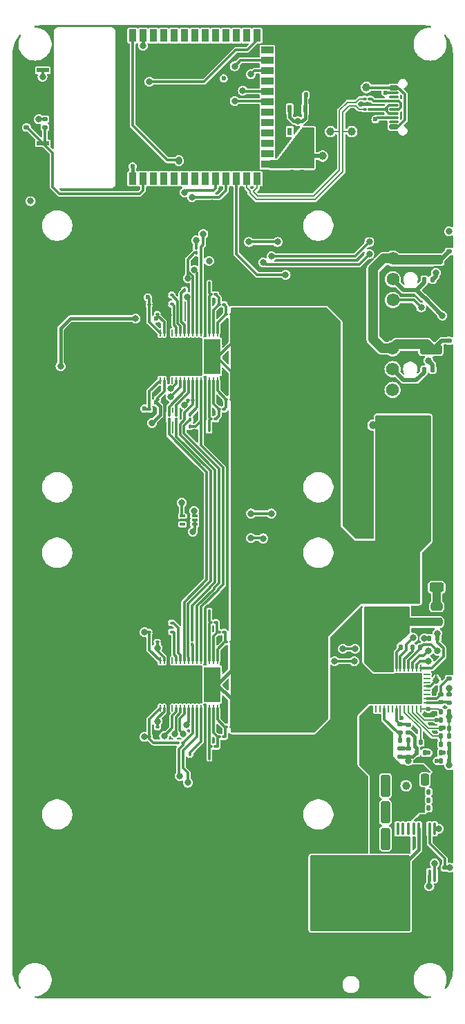
<source format=gbr>
%TF.GenerationSoftware,KiCad,Pcbnew,8.0.4*%
%TF.CreationDate,2024-11-04T21:15:05+01:00*%
%TF.ProjectId,BitForgeNano,42697446-6f72-4676-954e-616e6f2e6b69,rev?*%
%TF.SameCoordinates,Original*%
%TF.FileFunction,Copper,L1,Top*%
%TF.FilePolarity,Positive*%
%FSLAX46Y46*%
G04 Gerber Fmt 4.6, Leading zero omitted, Abs format (unit mm)*
G04 Created by KiCad (PCBNEW 8.0.4) date 2024-11-04 21:15:05*
%MOMM*%
%LPD*%
G01*
G04 APERTURE LIST*
G04 Aperture macros list*
%AMRoundRect*
0 Rectangle with rounded corners*
0 $1 Rounding radius*
0 $2 $3 $4 $5 $6 $7 $8 $9 X,Y pos of 4 corners*
0 Add a 4 corners polygon primitive as box body*
4,1,4,$2,$3,$4,$5,$6,$7,$8,$9,$2,$3,0*
0 Add four circle primitives for the rounded corners*
1,1,$1+$1,$2,$3*
1,1,$1+$1,$4,$5*
1,1,$1+$1,$6,$7*
1,1,$1+$1,$8,$9*
0 Add four rect primitives between the rounded corners*
20,1,$1+$1,$2,$3,$4,$5,0*
20,1,$1+$1,$4,$5,$6,$7,0*
20,1,$1+$1,$6,$7,$8,$9,0*
20,1,$1+$1,$8,$9,$2,$3,0*%
G04 Aperture macros list end*
%TA.AperFunction,EtchedComponent*%
%ADD10C,0.000100*%
%TD*%
%TA.AperFunction,SMDPad,CuDef*%
%ADD11RoundRect,0.100000X0.100000X-0.130000X0.100000X0.130000X-0.100000X0.130000X-0.100000X-0.130000X0*%
%TD*%
%TA.AperFunction,SMDPad,CuDef*%
%ADD12RoundRect,0.100000X-0.130000X-0.100000X0.130000X-0.100000X0.130000X0.100000X-0.130000X0.100000X0*%
%TD*%
%TA.AperFunction,SMDPad,CuDef*%
%ADD13RoundRect,0.100000X0.130000X0.100000X-0.130000X0.100000X-0.130000X-0.100000X0.130000X-0.100000X0*%
%TD*%
%TA.AperFunction,SMDPad,CuDef*%
%ADD14RoundRect,0.055250X-0.055250X0.340750X-0.055250X-0.340750X0.055250X-0.340750X0.055250X0.340750X0*%
%TD*%
%TA.AperFunction,SMDPad,CuDef*%
%ADD15R,2.000000X4.277000*%
%TD*%
%TA.AperFunction,SMDPad,CuDef*%
%ADD16R,5.300000X4.277000*%
%TD*%
%TA.AperFunction,SMDPad,CuDef*%
%ADD17RoundRect,0.085000X-0.265000X-0.085000X0.265000X-0.085000X0.265000X0.085000X-0.265000X0.085000X0*%
%TD*%
%TA.AperFunction,SMDPad,CuDef*%
%ADD18RoundRect,0.140000X0.140000X0.170000X-0.140000X0.170000X-0.140000X-0.170000X0.140000X-0.170000X0*%
%TD*%
%TA.AperFunction,SMDPad,CuDef*%
%ADD19C,1.000000*%
%TD*%
%TA.AperFunction,SMDPad,CuDef*%
%ADD20RoundRect,0.250000X-0.625000X0.312500X-0.625000X-0.312500X0.625000X-0.312500X0.625000X0.312500X0*%
%TD*%
%TA.AperFunction,SMDPad,CuDef*%
%ADD21RoundRect,0.250000X-0.475000X0.250000X-0.475000X-0.250000X0.475000X-0.250000X0.475000X0.250000X0*%
%TD*%
%TA.AperFunction,SMDPad,CuDef*%
%ADD22RoundRect,0.135000X0.135000X0.185000X-0.135000X0.185000X-0.135000X-0.185000X0.135000X-0.185000X0*%
%TD*%
%TA.AperFunction,SMDPad,CuDef*%
%ADD23RoundRect,0.250000X-0.250000X-0.475000X0.250000X-0.475000X0.250000X0.475000X-0.250000X0.475000X0*%
%TD*%
%TA.AperFunction,SMDPad,CuDef*%
%ADD24RoundRect,0.140000X0.170000X-0.140000X0.170000X0.140000X-0.170000X0.140000X-0.170000X-0.140000X0*%
%TD*%
%TA.AperFunction,SMDPad,CuDef*%
%ADD25RoundRect,0.140000X-0.170000X0.140000X-0.170000X-0.140000X0.170000X-0.140000X0.170000X0.140000X0*%
%TD*%
%TA.AperFunction,SMDPad,CuDef*%
%ADD26R,0.558800X0.952500*%
%TD*%
%TA.AperFunction,SMDPad,CuDef*%
%ADD27RoundRect,0.135000X-0.135000X-0.185000X0.135000X-0.185000X0.135000X0.185000X-0.135000X0.185000X0*%
%TD*%
%TA.AperFunction,SMDPad,CuDef*%
%ADD28RoundRect,0.140000X-0.140000X-0.170000X0.140000X-0.170000X0.140000X0.170000X-0.140000X0.170000X0*%
%TD*%
%TA.AperFunction,SMDPad,CuDef*%
%ADD29RoundRect,0.062500X-0.062500X0.337500X-0.062500X-0.337500X0.062500X-0.337500X0.062500X0.337500X0*%
%TD*%
%TA.AperFunction,SMDPad,CuDef*%
%ADD30RoundRect,0.062500X-0.337500X0.062500X-0.337500X-0.062500X0.337500X-0.062500X0.337500X0.062500X0*%
%TD*%
%TA.AperFunction,ComponentPad*%
%ADD31C,0.400000*%
%TD*%
%TA.AperFunction,SMDPad,CuDef*%
%ADD32R,5.300000X3.300000*%
%TD*%
%TA.AperFunction,SMDPad,CuDef*%
%ADD33RoundRect,0.135000X-0.185000X0.135000X-0.185000X-0.135000X0.185000X-0.135000X0.185000X0.135000X0*%
%TD*%
%TA.AperFunction,SMDPad,CuDef*%
%ADD34RoundRect,0.135000X0.185000X-0.135000X0.185000X0.135000X-0.185000X0.135000X-0.185000X-0.135000X0*%
%TD*%
%TA.AperFunction,SMDPad,CuDef*%
%ADD35RoundRect,0.250000X0.250000X0.475000X-0.250000X0.475000X-0.250000X-0.475000X0.250000X-0.475000X0*%
%TD*%
%TA.AperFunction,SMDPad,CuDef*%
%ADD36R,1.524000X0.508000*%
%TD*%
%TA.AperFunction,SMDPad,CuDef*%
%ADD37RoundRect,0.250000X-0.325000X-0.650000X0.325000X-0.650000X0.325000X0.650000X-0.325000X0.650000X0*%
%TD*%
%TA.AperFunction,SMDPad,CuDef*%
%ADD38RoundRect,0.250000X0.325000X1.100000X-0.325000X1.100000X-0.325000X-1.100000X0.325000X-1.100000X0*%
%TD*%
%TA.AperFunction,SMDPad,CuDef*%
%ADD39RoundRect,0.250000X0.325000X0.650000X-0.325000X0.650000X-0.325000X-0.650000X0.325000X-0.650000X0*%
%TD*%
%TA.AperFunction,SMDPad,CuDef*%
%ADD40RoundRect,0.250000X1.100000X-0.325000X1.100000X0.325000X-1.100000X0.325000X-1.100000X-0.325000X0*%
%TD*%
%TA.AperFunction,SMDPad,CuDef*%
%ADD41R,0.250000X0.250000*%
%TD*%
%TA.AperFunction,SMDPad,CuDef*%
%ADD42RoundRect,0.100000X0.100000X-0.637500X0.100000X0.637500X-0.100000X0.637500X-0.100000X-0.637500X0*%
%TD*%
%TA.AperFunction,ComponentPad*%
%ADD43C,1.574800*%
%TD*%
%TA.AperFunction,SMDPad,CuDef*%
%ADD44R,3.050000X2.000000*%
%TD*%
%TA.AperFunction,SMDPad,CuDef*%
%ADD45R,0.900000X1.500000*%
%TD*%
%TA.AperFunction,SMDPad,CuDef*%
%ADD46R,1.500000X0.900000*%
%TD*%
%TA.AperFunction,SMDPad,CuDef*%
%ADD47R,0.900000X0.900000*%
%TD*%
%TA.AperFunction,ComponentPad*%
%ADD48R,4.000000X2.000000*%
%TD*%
%TA.AperFunction,ComponentPad*%
%ADD49O,2.000000X3.500000*%
%TD*%
%TA.AperFunction,ComponentPad*%
%ADD50O,3.300000X2.000000*%
%TD*%
%TA.AperFunction,SMDPad,CuDef*%
%ADD51RoundRect,0.150000X0.425000X-0.150000X0.425000X0.150000X-0.425000X0.150000X-0.425000X-0.150000X0*%
%TD*%
%TA.AperFunction,SMDPad,CuDef*%
%ADD52RoundRect,0.075000X0.500000X-0.075000X0.500000X0.075000X-0.500000X0.075000X-0.500000X-0.075000X0*%
%TD*%
%TA.AperFunction,ComponentPad*%
%ADD53O,2.100000X1.000000*%
%TD*%
%TA.AperFunction,ComponentPad*%
%ADD54O,1.800000X1.000000*%
%TD*%
%TA.AperFunction,SMDPad,CuDef*%
%ADD55C,1.500000*%
%TD*%
%TA.AperFunction,ViaPad*%
%ADD56C,0.800000*%
%TD*%
%TA.AperFunction,ViaPad*%
%ADD57C,0.600000*%
%TD*%
%TA.AperFunction,Conductor*%
%ADD58C,0.300000*%
%TD*%
%TA.AperFunction,Conductor*%
%ADD59C,0.400000*%
%TD*%
%TA.AperFunction,Conductor*%
%ADD60C,1.200000*%
%TD*%
%TA.AperFunction,Conductor*%
%ADD61C,0.500000*%
%TD*%
%TA.AperFunction,Conductor*%
%ADD62C,0.200000*%
%TD*%
%TA.AperFunction,Conductor*%
%ADD63C,1.000000*%
%TD*%
%TA.AperFunction,Conductor*%
%ADD64C,0.350000*%
%TD*%
%TA.AperFunction,Conductor*%
%ADD65C,0.750000*%
%TD*%
G04 APERTURE END LIST*
%TO.C,T1*%
D10*
X119461483Y-131897262D02*
X119711483Y-131897262D01*
X119711483Y-131827262D01*
X119461483Y-131827262D01*
X119461483Y-131897262D01*
%TA.AperFunction,EtchedComponent*%
G36*
X119461483Y-131897262D02*
G01*
X119711483Y-131897262D01*
X119711483Y-131827262D01*
X119461483Y-131827262D01*
X119461483Y-131897262D01*
G37*
%TD.AperFunction*%
%TD*%
D11*
%TO.P,R16,1*%
%TO.N,Net-(U13-NRSTO)*%
X89400000Y-101292500D03*
%TO.P,R16,2*%
%TO.N,GND*%
X89400000Y-101932500D03*
%TD*%
D12*
%TO.P,C65,1*%
%TO.N,VDD*%
X94470000Y-97962500D03*
%TO.P,C65,2*%
%TO.N,Net-(U13-VDD3_1)*%
X93830000Y-97962500D03*
%TD*%
D11*
%TO.P,R34,1*%
%TO.N,Net-(U13-RI)*%
X89650000Y-127330000D03*
%TO.P,R34,2*%
%TO.N,Net-(U3-RO)*%
X89650000Y-127970000D03*
%TD*%
D13*
%TO.P,C55,1*%
%TO.N,Net-(U13-VDD1_0)*%
X91930000Y-85162500D03*
%TO.P,C55,2*%
%TO.N,Net-(U13-VDD2_0)*%
X92570000Y-85162500D03*
%TD*%
%TO.P,C26,1*%
%TO.N,Net-(U3-VDD2_0)*%
X92930000Y-126450000D03*
%TO.P,C26,2*%
%TO.N,Net-(U3-VDD3_0)*%
X93570000Y-126450000D03*
%TD*%
D12*
%TO.P,R17,1*%
%TO.N,Net-(U3-RI)*%
X88570000Y-139950000D03*
%TO.P,R17,2*%
%TO.N,/Domain/1V2*%
X87930000Y-139950000D03*
%TD*%
D14*
%TO.P,U3,1,VDD3_0*%
%TO.N,Net-(U3-VDD3_0)*%
X92764000Y-129934000D03*
%TO.P,U3,2,VDD2_0*%
%TO.N,Net-(U3-VDD2_0)*%
X92262000Y-129934000D03*
%TO.P,U3,3,VDD1_0*%
%TO.N,Net-(U3-VDD1_0)*%
X91760000Y-129934000D03*
%TO.P,U3,4,VSS*%
%TO.N,GND*%
X91258000Y-129934000D03*
%TO.P,U3,5,NRSTI*%
%TO.N,Net-(U13-NRSTO)*%
X90756000Y-129934000D03*
%TO.P,U3,6,CI*%
%TO.N,Net-(U3-CI)*%
X90254000Y-129934000D03*
%TO.P,U3,7,RO*%
%TO.N,Net-(U3-RO)*%
X89752000Y-129934000D03*
%TO.P,U3,8,CLKI*%
%TO.N,Net-(U3-CLKI)*%
X89250000Y-129934000D03*
%TO.P,U3,9,BI*%
%TO.N,Net-(U3-BI)*%
X88748000Y-129934000D03*
%TO.P,U3,10,ROSC_SEL*%
%TO.N,Net-(U3-ROSC_SEL)*%
X88246000Y-129934000D03*
%TO.P,U3,11,LITE_PAD*%
%TO.N,Net-(U3-LITE_PAD)*%
X87744000Y-129934000D03*
%TO.P,U3,12,INV_CLKO*%
%TO.N,unconnected-(U3-INV_CLKO-Pad12)*%
X87242000Y-129934000D03*
%TO.P,U3,13,PLL_VSS*%
%TO.N,GND*%
X86740000Y-129934000D03*
%TO.P,U3,14,VDDIO_08_0*%
%TO.N,/Domain/0V8*%
X86238000Y-129934000D03*
%TO.P,U3,15,VDDIO_12_0*%
%TO.N,/Domain/1V2*%
X85736000Y-129934000D03*
%TO.P,U3,16,VDDIO_12_1*%
X85736000Y-135766000D03*
%TO.P,U3,17,VDDIO_08_1*%
%TO.N,/Domain/0V8*%
X86238000Y-135766000D03*
%TO.P,U3,18,VSS*%
%TO.N,GND*%
X86740000Y-135766000D03*
%TO.P,U3,19,PIN_MODE*%
%TO.N,unconnected-(U3-PIN_MODE-Pad19)*%
X87242000Y-135766000D03*
%TO.P,U3,20,TEMP_P*%
%TO.N,Net-(U3-TEMP_P)*%
X87744000Y-135766000D03*
%TO.P,U3,21,TEMP_N*%
%TO.N,Net-(U3-TEMP_N)*%
X88246000Y-135766000D03*
%TO.P,U3,22,BO*%
%TO.N,Net-(U3-BO)*%
X88748000Y-135766000D03*
%TO.P,U3,23,CLKO*%
%TO.N,Net-(U3-CLKO)*%
X89250000Y-135766000D03*
%TO.P,U3,24,RI*%
%TO.N,Net-(U3-RI)*%
X89752000Y-135766000D03*
%TO.P,U3,25,CO*%
%TO.N,Net-(U3-CO)*%
X90254000Y-135766000D03*
%TO.P,U3,26,NRSTO*%
%TO.N,/Domain/NRSTO*%
X90756000Y-135766000D03*
%TO.P,U3,27,VSS*%
%TO.N,GND*%
X91258000Y-135766000D03*
%TO.P,U3,28,VDD1_1*%
%TO.N,Net-(U3-VDD1_1)*%
X91760000Y-135766000D03*
%TO.P,U3,29,VDD2_1*%
%TO.N,Net-(U3-VDD2_1)*%
X92262000Y-135766000D03*
%TO.P,U3,30,VDD3_1*%
%TO.N,Net-(U3-VDD3_1)*%
X92764000Y-135766000D03*
D15*
%TO.P,U3,31,VDD*%
%TO.N,VDD*%
X92120000Y-132850000D03*
D16*
%TO.P,U3,32,VSS*%
%TO.N,GND*%
X88010000Y-132850000D03*
%TD*%
D12*
%TO.P,R15,1*%
%TO.N,Net-(U13-RI)*%
X89770000Y-98062500D03*
%TO.P,R15,2*%
%TO.N,/Domain/1V2*%
X89130000Y-98062500D03*
%TD*%
D13*
%TO.P,C28,1*%
%TO.N,Net-(U3-VDD3_0)*%
X93830000Y-127650000D03*
%TO.P,C28,2*%
%TO.N,VDD*%
X94470000Y-127650000D03*
%TD*%
D11*
%TO.P,R19,1*%
%TO.N,Net-(U13-BO)*%
X86850000Y-99842500D03*
%TO.P,R19,2*%
%TO.N,Net-(U3-BI)*%
X86850000Y-100482500D03*
%TD*%
D13*
%TO.P,C71,1*%
%TO.N,/Domain/1V2*%
X84430000Y-99162500D03*
%TO.P,C71,2*%
%TO.N,GND*%
X85070000Y-99162500D03*
%TD*%
%TO.P,C27,1*%
%TO.N,/Domain/1V2*%
X84410000Y-126450000D03*
%TO.P,C27,2*%
%TO.N,GND*%
X85050000Y-126450000D03*
%TD*%
D11*
%TO.P,C16,1*%
%TO.N,GND*%
X91750000Y-123230000D03*
%TO.P,C16,2*%
%TO.N,Net-(U3-VDD1_0)*%
X91750000Y-123870000D03*
%TD*%
D13*
%TO.P,R13,1*%
%TO.N,GND*%
X86530000Y-126400000D03*
%TO.P,R13,2*%
%TO.N,Net-(U3-LITE_PAD)*%
X87170000Y-126400000D03*
%TD*%
%TO.P,C37,1*%
%TO.N,/Domain/1V2*%
X84430000Y-139250000D03*
%TO.P,C37,2*%
%TO.N,GND*%
X85070000Y-139250000D03*
%TD*%
D12*
%TO.P,R24,1*%
%TO.N,GND*%
X86530000Y-85212500D03*
%TO.P,R24,2*%
%TO.N,Net-(U13-ROSC_SEL)*%
X87170000Y-85212500D03*
%TD*%
D13*
%TO.P,C62,1*%
%TO.N,Net-(U13-VDD2_0)*%
X92930000Y-86362500D03*
%TO.P,C62,2*%
%TO.N,Net-(U13-VDD3_0)*%
X93570000Y-86362500D03*
%TD*%
D12*
%TO.P,R12,1*%
%TO.N,GND*%
X86530000Y-125300000D03*
%TO.P,R12,2*%
%TO.N,Net-(U3-ROSC_SEL)*%
X87170000Y-125300000D03*
%TD*%
D13*
%TO.P,C18,1*%
%TO.N,Net-(U3-VDD1_0)*%
X91930000Y-125250000D03*
%TO.P,C18,2*%
%TO.N,Net-(U3-VDD2_0)*%
X92570000Y-125250000D03*
%TD*%
D11*
%TO.P,R43,1*%
%TO.N,Net-(U9-A1)*%
X90150000Y-79430000D03*
%TO.P,R43,2*%
%TO.N,/Domain/I_RO*%
X90150000Y-80070000D03*
%TD*%
D14*
%TO.P,U13,1,VDD3_0*%
%TO.N,Net-(U13-VDD3_0)*%
X92764000Y-89834000D03*
%TO.P,U13,2,VDD2_0*%
%TO.N,Net-(U13-VDD2_0)*%
X92262000Y-89834000D03*
%TO.P,U13,3,VDD1_0*%
%TO.N,Net-(U13-VDD1_0)*%
X91760000Y-89834000D03*
%TO.P,U13,4,VSS*%
%TO.N,GND*%
X91258000Y-89834000D03*
%TO.P,U13,5,NRSTI*%
%TO.N,/Domain/I_NRSTI*%
X90756000Y-89834000D03*
%TO.P,U13,6,CI*%
%TO.N,/Domain/I_CI*%
X90254000Y-89834000D03*
%TO.P,U13,7,RO*%
%TO.N,/Domain/I_RO*%
X89752000Y-89834000D03*
%TO.P,U13,8,CLKI*%
%TO.N,/Domain/CLKI*%
X89250000Y-89834000D03*
%TO.P,U13,9,BI*%
%TO.N,/Domain/I_BI*%
X88748000Y-89834000D03*
%TO.P,U13,10,ROSC_SEL*%
%TO.N,Net-(U13-ROSC_SEL)*%
X88246000Y-89834000D03*
%TO.P,U13,11,LITE_PAD*%
%TO.N,Net-(U13-LITE_PAD)*%
X87744000Y-89834000D03*
%TO.P,U13,12,INV_CLKO*%
%TO.N,unconnected-(U13-INV_CLKO-Pad12)*%
X87242000Y-89834000D03*
%TO.P,U13,13,PLL_VSS*%
%TO.N,GND*%
X86740000Y-89834000D03*
%TO.P,U13,14,VDDIO_08_0*%
%TO.N,/Domain/0V8*%
X86238000Y-89834000D03*
%TO.P,U13,15,VDDIO_12_0*%
%TO.N,/Domain/1V2*%
X85736000Y-89834000D03*
%TO.P,U13,16,VDDIO_12_1*%
X85736000Y-95666000D03*
%TO.P,U13,17,VDDIO_08_1*%
%TO.N,/Domain/0V8*%
X86238000Y-95666000D03*
%TO.P,U13,18,VSS*%
%TO.N,GND*%
X86740000Y-95666000D03*
%TO.P,U13,19,PIN_MODE*%
%TO.N,unconnected-(U13-PIN_MODE-Pad19)*%
X87242000Y-95666000D03*
%TO.P,U13,20,TEMP_P*%
%TO.N,Net-(U13-TEMP_P)*%
X87744000Y-95666000D03*
%TO.P,U13,21,TEMP_N*%
%TO.N,Net-(U13-TEMP_N)*%
X88246000Y-95666000D03*
%TO.P,U13,22,BO*%
%TO.N,Net-(U13-BO)*%
X88748000Y-95666000D03*
%TO.P,U13,23,CLKO*%
%TO.N,Net-(U13-CLKO)*%
X89250000Y-95666000D03*
%TO.P,U13,24,RI*%
%TO.N,Net-(U13-RI)*%
X89752000Y-95666000D03*
%TO.P,U13,25,CO*%
%TO.N,Net-(U13-CO)*%
X90254000Y-95666000D03*
%TO.P,U13,26,NRSTO*%
%TO.N,Net-(U13-NRSTO)*%
X90756000Y-95666000D03*
%TO.P,U13,27,VSS*%
%TO.N,GND*%
X91258000Y-95666000D03*
%TO.P,U13,28,VDD1_1*%
%TO.N,Net-(U13-VDD1_1)*%
X91760000Y-95666000D03*
%TO.P,U13,29,VDD2_1*%
%TO.N,Net-(U13-VDD2_1)*%
X92262000Y-95666000D03*
%TO.P,U13,30,VDD3_1*%
%TO.N,Net-(U13-VDD3_1)*%
X92764000Y-95666000D03*
D15*
%TO.P,U13,31,VDD*%
%TO.N,VDD*%
X92120000Y-92750000D03*
D16*
%TO.P,U13,32,VSS*%
%TO.N,GND*%
X88010000Y-92750000D03*
%TD*%
D13*
%TO.P,C69,1*%
%TO.N,/Domain/0V8*%
X85410000Y-87562500D03*
%TO.P,C69,2*%
%TO.N,GND*%
X86050000Y-87562500D03*
%TD*%
D11*
%TO.P,C52,1*%
%TO.N,Net-(U3-VDD1_1)*%
X91750000Y-141830000D03*
%TO.P,C52,2*%
%TO.N,GND*%
X91750000Y-142470000D03*
%TD*%
D12*
%TO.P,C66,1*%
%TO.N,Net-(U13-VDD3_1)*%
X93570000Y-99162500D03*
%TO.P,C66,2*%
%TO.N,Net-(U13-VDD2_1)*%
X92930000Y-99162500D03*
%TD*%
D11*
%TO.P,R40,1*%
%TO.N,/Domain/NRSTO*%
X89400000Y-141380000D03*
%TO.P,R40,2*%
%TO.N,GND*%
X89400000Y-142020000D03*
%TD*%
D17*
%TO.P,U7,1,SCL*%
%TO.N,/SCL*%
X88500000Y-112250000D03*
%TO.P,U7,2,GND*%
%TO.N,GND*%
X88500000Y-112750000D03*
%TO.P,U7,3,ALERT*%
%TO.N,unconnected-(U7-ALERT-Pad3)*%
X88500000Y-113250000D03*
%TO.P,U7,4,A0*%
%TO.N,3V3*%
X90000000Y-113250000D03*
%TO.P,U7,5,V+*%
X90000000Y-112750000D03*
%TO.P,U7,6,SDA*%
%TO.N,/SDA*%
X90000000Y-112250000D03*
%TD*%
D11*
%TO.P,R23,1*%
%TO.N,GND*%
X88750000Y-83942500D03*
%TO.P,R23,2*%
%TO.N,/Domain/I_BI*%
X88750000Y-84582500D03*
%TD*%
D13*
%TO.P,C19,1*%
%TO.N,/Domain/0V8*%
X85410000Y-127650000D03*
%TO.P,C19,2*%
%TO.N,GND*%
X86050000Y-127650000D03*
%TD*%
D12*
%TO.P,C67,1*%
%TO.N,Net-(U13-VDD2_1)*%
X92570000Y-100362500D03*
%TO.P,C67,2*%
%TO.N,Net-(U13-VDD1_1)*%
X91930000Y-100362500D03*
%TD*%
D11*
%TO.P,R35,1*%
%TO.N,Net-(U13-CLKO)*%
X87750000Y-99842500D03*
%TO.P,R35,2*%
%TO.N,Net-(U3-CLKI)*%
X87750000Y-100482500D03*
%TD*%
D13*
%TO.P,R33,1*%
%TO.N,GND*%
X86530000Y-86312500D03*
%TO.P,R33,2*%
%TO.N,Net-(U13-LITE_PAD)*%
X87170000Y-86312500D03*
%TD*%
%TO.P,C63,1*%
%TO.N,Net-(U13-VDD3_0)*%
X93830000Y-87562500D03*
%TO.P,C63,2*%
%TO.N,VDD*%
X94470000Y-87562500D03*
%TD*%
D12*
%TO.P,C38,1*%
%TO.N,Net-(U3-VDD3_1)*%
X93570000Y-139250000D03*
%TO.P,C38,2*%
%TO.N,Net-(U3-VDD2_1)*%
X92930000Y-139250000D03*
%TD*%
D13*
%TO.P,C70,1*%
%TO.N,/Domain/1V2*%
X84410000Y-86362500D03*
%TO.P,C70,2*%
%TO.N,GND*%
X85050000Y-86362500D03*
%TD*%
D11*
%TO.P,C54,1*%
%TO.N,GND*%
X91750000Y-83142500D03*
%TO.P,C54,2*%
%TO.N,Net-(U13-VDD1_0)*%
X91750000Y-83782500D03*
%TD*%
D12*
%TO.P,C51,1*%
%TO.N,Net-(U3-VDD2_1)*%
X92570000Y-140450000D03*
%TO.P,C51,2*%
%TO.N,Net-(U3-VDD1_1)*%
X91930000Y-140450000D03*
%TD*%
D13*
%TO.P,C72,1*%
%TO.N,/Domain/0V8*%
X85430000Y-97962500D03*
%TO.P,C72,2*%
%TO.N,GND*%
X86070000Y-97962500D03*
%TD*%
%TO.P,C44,1*%
%TO.N,/Domain/0V8*%
X85430000Y-138050000D03*
%TO.P,C44,2*%
%TO.N,GND*%
X86070000Y-138050000D03*
%TD*%
D12*
%TO.P,C36,1*%
%TO.N,VDD*%
X94470000Y-138050000D03*
%TO.P,C36,2*%
%TO.N,Net-(U3-VDD3_1)*%
X93830000Y-138050000D03*
%TD*%
D11*
%TO.P,C68,1*%
%TO.N,Net-(U13-VDD1_1)*%
X91750000Y-101742500D03*
%TO.P,C68,2*%
%TO.N,GND*%
X91750000Y-102382500D03*
%TD*%
%TO.P,R11,1*%
%TO.N,Net-(U13-CO)*%
X89400000Y-99830000D03*
%TO.P,R11,2*%
%TO.N,Net-(U3-CI)*%
X89400000Y-100470000D03*
%TD*%
D18*
%TO.P,C11,1*%
%TO.N,Net-(U12-BOOT)*%
X115216483Y-128326762D03*
%TO.P,C11,2*%
%TO.N,/Power/SW*%
X114256483Y-128326762D03*
%TD*%
D19*
%TO.P,TP13,1,1*%
%TO.N,/ESP32/USB_D-*%
X109236483Y-65226762D03*
%TD*%
D20*
%TO.P,R32,1*%
%TO.N,GND*%
X119636483Y-118044262D03*
%TO.P,R32,2*%
%TO.N,Net-(C12-Pad1)*%
X119636483Y-120969262D03*
%TD*%
D13*
%TO.P,R37,1*%
%TO.N,/ESP32/USB_D-*%
X110816483Y-62476762D03*
%TO.P,R37,2*%
%TO.N,Net-(J5-D--PadA7)*%
X111456483Y-62476762D03*
%TD*%
D21*
%TO.P,C12,1*%
%TO.N,Net-(C12-Pad1)*%
X119636483Y-123306762D03*
%TO.P,C12,2*%
%TO.N,/Power/SW*%
X119636483Y-125206762D03*
%TD*%
D22*
%TO.P,R1,1*%
%TO.N,Net-(U12-BP1V5)*%
X121186483Y-136176762D03*
%TO.P,R1,2*%
%TO.N,Net-(U12-MSEL1)*%
X120166483Y-136176762D03*
%TD*%
D23*
%TO.P,C30,1*%
%TO.N,VDD*%
X117936483Y-106826762D03*
%TO.P,C30,2*%
%TO.N,GND*%
X119836483Y-106826762D03*
%TD*%
D24*
%TO.P,C43,1*%
%TO.N,+5V*%
X121136483Y-79906762D03*
%TO.P,C43,2*%
%TO.N,GND*%
X121136483Y-78946762D03*
%TD*%
D19*
%TO.P,TP1,1,1*%
%TO.N,Net-(C2-Pad1)*%
X115886483Y-145226762D03*
%TD*%
D25*
%TO.P,C57,1*%
%TO.N,3V3*%
X101886483Y-69226762D03*
%TO.P,C57,2*%
%TO.N,GND*%
X101886483Y-70186762D03*
%TD*%
D26*
%TO.P,U10,1,VIN*%
%TO.N,+5V*%
X103516083Y-62470862D03*
%TO.P,U10,2,GND*%
%TO.N,GND*%
X102576283Y-62470862D03*
%TO.P,U10,3,EN*%
%TO.N,+5V*%
X101636483Y-62470862D03*
%TO.P,U10,4,NC*%
%TO.N,unconnected-(U10-NC-Pad4)*%
X101636483Y-65226762D03*
%TO.P,U10,5,VOUT*%
%TO.N,3V3*%
X103516083Y-65226762D03*
%TD*%
D25*
%TO.P,C8,1*%
%TO.N,Net-(U12-EN{slash}UVLO)*%
X115136483Y-140686762D03*
%TO.P,C8,2*%
%TO.N,/Power/AGND*%
X115136483Y-141646762D03*
%TD*%
D22*
%TO.P,R2,1*%
%TO.N,Net-(U12-BP1V5)*%
X121186483Y-139176762D03*
%TO.P,R2,2*%
%TO.N,Net-(U12-MSEL2)*%
X120166483Y-139176762D03*
%TD*%
D27*
%TO.P,R10,1*%
%TO.N,Net-(U12-VSEL)*%
X120166483Y-141176762D03*
%TO.P,R10,2*%
%TO.N,/Power/AGND*%
X121186483Y-141176762D03*
%TD*%
D19*
%TO.P,TP14,1,1*%
%TO.N,/ESP32/USB_D+*%
X106636483Y-65226762D03*
%TD*%
D28*
%TO.P,C10,1*%
%TO.N,Net-(U12-VDD5)*%
X117656483Y-139926762D03*
%TO.P,C10,2*%
%TO.N,GND*%
X118616483Y-139926762D03*
%TD*%
D29*
%TO.P,U12,1,PGD*%
%TO.N,/Power/PGOOD*%
X117686483Y-130826762D03*
%TO.P,U12,2,PMB_DATA*%
%TO.N,/SDA*%
X117186483Y-130826762D03*
%TO.P,U12,3,PMB_CLK*%
%TO.N,/SCL*%
X116686483Y-130826762D03*
%TO.P,U12,4,BP1V5*%
%TO.N,Net-(U12-BP1V5)*%
X116186483Y-130826762D03*
%TO.P,U12,5,DRTN*%
%TO.N,Net-(U12-DRTN)*%
X115686483Y-130826762D03*
%TO.P,U12,6,SMB_ALRT*%
%TO.N,/Power/SMB_ALRT*%
X115186483Y-130826762D03*
%TO.P,U12,7,BOOT*%
%TO.N,Net-(U12-BOOT)*%
X114686483Y-130826762D03*
%TO.P,U12,8,SW*%
%TO.N,/Power/SW*%
X114186483Y-130826762D03*
%TO.P,U12,9,SW*%
X113686483Y-130826762D03*
%TO.P,U12,10,SW*%
X113186483Y-130826762D03*
%TO.P,U12,11,SW*%
X112686483Y-130826762D03*
%TO.P,U12,12,SW*%
X112186483Y-130826762D03*
D30*
%TO.P,U12,13,PGND*%
%TO.N,GND*%
X111436483Y-131576762D03*
%TO.P,U12,14,PGND*%
X111436483Y-132076762D03*
%TO.P,U12,15,PGND*%
X111436483Y-132576762D03*
%TO.P,U12,16,PGND*%
X111436483Y-133076762D03*
%TO.P,U12,17,PGND*%
X111436483Y-133576762D03*
%TO.P,U12,18,PGND*%
X111436483Y-134076762D03*
%TO.P,U12,19,PGND*%
X111436483Y-134576762D03*
%TO.P,U12,20,PGND*%
X111436483Y-135076762D03*
D29*
%TO.P,U12,21,PVIN*%
%TO.N,Net-(C2-Pad1)*%
X112186483Y-135826762D03*
%TO.P,U12,22,PVIN*%
X112686483Y-135826762D03*
%TO.P,U12,23,PVIN*%
X113186483Y-135826762D03*
%TO.P,U12,24,PVIN*%
X113686483Y-135826762D03*
%TO.P,U12,25,PVIN*%
X114186483Y-135826762D03*
%TO.P,U12,26,AVIN*%
%TO.N,Net-(U12-AVIN)*%
X114686483Y-135826762D03*
%TO.P,U12,27,EN/UVLO*%
%TO.N,Net-(U12-EN{slash}UVLO)*%
X115186483Y-135826762D03*
%TO.P,U12,28,VDD5*%
%TO.N,Net-(U12-VDD5)*%
X115686483Y-135826762D03*
%TO.P,U12,29,MSEL2*%
%TO.N,Net-(U12-MSEL2)*%
X116186483Y-135826762D03*
%TO.P,U12,30,VSEL*%
%TO.N,Net-(U12-VSEL)*%
X116686483Y-135826762D03*
%TO.P,U12,31,ADRSEL*%
%TO.N,Net-(U12-ADRSEL)*%
X117186483Y-135826762D03*
%TO.P,U12,32,MSEL1*%
%TO.N,Net-(U12-MSEL1)*%
X117686483Y-135826762D03*
D30*
%TO.P,U12,33,VOSNS*%
%TO.N,Net-(U12-VOSNS)*%
X118436483Y-135076762D03*
%TO.P,U12,34,GOSNS*%
%TO.N,Net-(U12-GOSNS)*%
X118436483Y-134576762D03*
%TO.P,U12,35,VSHARE*%
%TO.N,unconnected-(U12-VSHARE-Pad35)*%
X118436483Y-134076762D03*
%TO.P,U12,36,NC*%
%TO.N,unconnected-(U12-NC-Pad36)*%
X118436483Y-133576762D03*
%TO.P,U12,37,AGND*%
%TO.N,/Power/AGND*%
X118436483Y-133076762D03*
%TO.P,U12,38,SYNC*%
%TO.N,unconnected-(U12-SYNC-Pad38)*%
X118436483Y-132576762D03*
%TO.P,U12,39,BCX_CLK*%
%TO.N,unconnected-(U12-BCX_CLK-Pad39)*%
X118436483Y-132076762D03*
%TO.P,U12,40,BCX_DAT*%
%TO.N,unconnected-(U12-BCX_DAT-Pad40)*%
X118436483Y-131576762D03*
D31*
%TO.P,U12,41,PAD*%
%TO.N,GND*%
X116336483Y-132046762D03*
X114936483Y-132046762D03*
X113536483Y-132046762D03*
X117336483Y-133326762D03*
X116336483Y-133326762D03*
X114936483Y-133326762D03*
D32*
X114936483Y-133326762D03*
D31*
X113536483Y-133326762D03*
X112536483Y-133326762D03*
X116336483Y-134606762D03*
X114936483Y-134606762D03*
X113536483Y-134606762D03*
%TD*%
D33*
%TO.P,R21,1*%
%TO.N,3V3*%
X71636483Y-63716762D03*
%TO.P,R21,2*%
%TO.N,/ESP32/EN*%
X71636483Y-64736762D03*
%TD*%
D34*
%TO.P,R41,1*%
%TO.N,Net-(U12-GOSNS)*%
X121136483Y-132136762D03*
%TO.P,R41,2*%
%TO.N,GND*%
X121136483Y-131116762D03*
%TD*%
D35*
%TO.P,C78,1*%
%TO.N,VDD*%
X113086483Y-106826762D03*
%TO.P,C78,2*%
%TO.N,GND*%
X111186483Y-106826762D03*
%TD*%
D28*
%TO.P,C1,1*%
%TO.N,Net-(U12-DRTN)*%
X116656483Y-128326762D03*
%TO.P,C1,2*%
%TO.N,Net-(U12-BP1V5)*%
X117616483Y-128326762D03*
%TD*%
D27*
%TO.P,R6,1*%
%TO.N,Net-(U12-MSEL2)*%
X120166483Y-140176762D03*
%TO.P,R6,2*%
%TO.N,/Power/AGND*%
X121186483Y-140176762D03*
%TD*%
D36*
%TO.P,SW2,1*%
%TO.N,GND*%
X71386483Y-70976762D03*
%TO.P,SW2,2*%
%TO.N,/ESP32/EN*%
X71386483Y-66658762D03*
%TD*%
D37*
%TO.P,C79,1*%
%TO.N,VDD*%
X117161483Y-111576762D03*
%TO.P,C79,2*%
%TO.N,GND*%
X120111483Y-111576762D03*
%TD*%
D27*
%TO.P,R7,1*%
%TO.N,Net-(U12-ADRSEL)*%
X120166483Y-142176762D03*
%TO.P,R7,2*%
%TO.N,/Power/AGND*%
X121186483Y-142176762D03*
%TD*%
D33*
%TO.P,R8,1*%
%TO.N,Net-(U12-EN{slash}UVLO)*%
X116136483Y-140656762D03*
%TO.P,R8,2*%
%TO.N,/Power/AGND*%
X116136483Y-141676762D03*
%TD*%
D19*
%TO.P,TP3,1,1*%
%TO.N,VDD*%
X111836483Y-101126762D03*
%TD*%
D25*
%TO.P,C48,1*%
%TO.N,3V3*%
X103136483Y-69226762D03*
%TO.P,C48,2*%
%TO.N,GND*%
X103136483Y-70186762D03*
%TD*%
D23*
%TO.P,C20,1*%
%TO.N,VDD*%
X117936483Y-102326762D03*
%TO.P,C20,2*%
%TO.N,GND*%
X119836483Y-102326762D03*
%TD*%
D28*
%TO.P,C7,1*%
%TO.N,Net-(C2-Pad1)*%
X118656483Y-145976762D03*
%TO.P,C7,2*%
%TO.N,GND*%
X119616483Y-145976762D03*
%TD*%
D38*
%TO.P,C76,1*%
%TO.N,Net-(C2-Pad1)*%
X113361483Y-148476762D03*
%TO.P,C76,2*%
%TO.N,GND*%
X110411483Y-148476762D03*
%TD*%
D19*
%TO.P,TP4,1,1*%
%TO.N,3V3*%
X105636483Y-68226762D03*
%TD*%
D23*
%TO.P,C2,1*%
%TO.N,Net-(C2-Pad1)*%
X118186483Y-144476762D03*
%TO.P,C2,2*%
%TO.N,GND*%
X120086483Y-144476762D03*
%TD*%
D37*
%TO.P,C75,1*%
%TO.N,VDD*%
X117186483Y-109076762D03*
%TO.P,C75,2*%
%TO.N,GND*%
X120136483Y-109076762D03*
%TD*%
D24*
%TO.P,C49,1*%
%TO.N,/ESP32/EN*%
X69386483Y-64727262D03*
%TO.P,C49,2*%
%TO.N,GND*%
X69386483Y-63767262D03*
%TD*%
D28*
%TO.P,C9,1*%
%TO.N,Net-(C2-Pad1)*%
X118656483Y-147976762D03*
%TO.P,C9,2*%
%TO.N,GND*%
X119616483Y-147976762D03*
%TD*%
D18*
%TO.P,C56,1*%
%TO.N,+5V*%
X103616483Y-60726762D03*
%TO.P,C56,2*%
%TO.N,GND*%
X102656483Y-60726762D03*
%TD*%
D39*
%TO.P,C53,1*%
%TO.N,VDD*%
X113586483Y-114076762D03*
%TO.P,C53,2*%
%TO.N,GND*%
X110636483Y-114076762D03*
%TD*%
D40*
%TO.P,C24,1*%
%TO.N,+5V*%
X119036483Y-80901762D03*
%TO.P,C24,2*%
%TO.N,GND*%
X119036483Y-77951762D03*
%TD*%
D28*
%TO.P,C6,1*%
%TO.N,Net-(C2-Pad1)*%
X118656483Y-146976762D03*
%TO.P,C6,2*%
%TO.N,GND*%
X119616483Y-146976762D03*
%TD*%
D22*
%TO.P,R18,1*%
%TO.N,/Fan/FAN1_TACH*%
X118126483Y-83326762D03*
%TO.P,R18,2*%
%TO.N,3V3*%
X119146483Y-83326762D03*
%TD*%
D41*
%TO.P,T1,1*%
%TO.N,/Power/AGND*%
X119586483Y-132016762D03*
%TO.P,T1,2*%
%TO.N,GND*%
X119586483Y-131706762D03*
%TD*%
D42*
%TO.P,U4,1,IN+*%
%TO.N,VIN*%
X114861483Y-156209262D03*
%TO.P,U4,2,IN+*%
X115511483Y-156209262D03*
%TO.P,U4,3,IN+*%
X116161483Y-156209262D03*
%TO.P,U4,4,A1*%
%TO.N,GND*%
X116811483Y-156209262D03*
%TO.P,U4,5,A0*%
X117461483Y-156209262D03*
%TO.P,U4,6,GND*%
X118111483Y-156209262D03*
%TO.P,U4,7,ALERT*%
%TO.N,/ESP32/INA_ALRT*%
X118761483Y-156209262D03*
%TO.P,U4,8,SDA*%
%TO.N,/SDA*%
X119411483Y-156209262D03*
%TO.P,U4,9,SCL*%
%TO.N,/SCL*%
X119411483Y-150484262D03*
%TO.P,U4,10,VS*%
%TO.N,3V3*%
X118761483Y-150484262D03*
%TO.P,U4,11,GND*%
%TO.N,GND*%
X118111483Y-150484262D03*
%TO.P,U4,12,VBUS*%
%TO.N,VIN*%
X117461483Y-150484262D03*
%TO.P,U4,13,NC*%
%TO.N,unconnected-(U4-NC-Pad13)*%
X116811483Y-150484262D03*
%TO.P,U4,14,IN-*%
%TO.N,Net-(C2-Pad1)*%
X116161483Y-150484262D03*
%TO.P,U4,15,IN-*%
X115511483Y-150484262D03*
%TO.P,U4,16,IN-*%
X114861483Y-150484262D03*
%TD*%
D23*
%TO.P,C25,1*%
%TO.N,VDD*%
X117936483Y-104576762D03*
%TO.P,C25,2*%
%TO.N,GND*%
X119836483Y-104576762D03*
%TD*%
D25*
%TO.P,C14,1*%
%TO.N,3V3*%
X120636483Y-155266762D03*
%TO.P,C14,2*%
%TO.N,GND*%
X120636483Y-156226762D03*
%TD*%
D43*
%TO.P,J6,1,Pin_1*%
%TO.N,GND*%
X114275334Y-78206162D03*
%TO.P,J6,2,Pin_2*%
%TO.N,+5V*%
X114275334Y-80746162D03*
%TO.P,J6,3,Pin_3*%
%TO.N,/Fan/FAN1_TACH*%
X114275334Y-83286162D03*
%TO.P,J6,4,Pin_4*%
%TO.N,/Fan/FAN1_PWM*%
X114275334Y-85826162D03*
%TD*%
D39*
%TO.P,C74,1*%
%TO.N,VDD*%
X113586483Y-109076762D03*
%TO.P,C74,2*%
%TO.N,GND*%
X110636483Y-109076762D03*
%TD*%
D40*
%TO.P,C22,1*%
%TO.N,+5V*%
X118936483Y-91901762D03*
%TO.P,C22,2*%
%TO.N,GND*%
X118936483Y-88951762D03*
%TD*%
D38*
%TO.P,C3,1*%
%TO.N,Net-(C2-Pad1)*%
X113361483Y-151726762D03*
%TO.P,C3,2*%
%TO.N,GND*%
X110411483Y-151726762D03*
%TD*%
D27*
%TO.P,R5,1*%
%TO.N,/Power/AGND*%
X117176483Y-141176762D03*
%TO.P,R5,2*%
%TO.N,Net-(U12-MSEL1)*%
X118196483Y-141176762D03*
%TD*%
D24*
%TO.P,C5,1*%
%TO.N,/Power/AGND*%
X116136483Y-138706762D03*
%TO.P,C5,2*%
%TO.N,Net-(U12-AVIN)*%
X116136483Y-137746762D03*
%TD*%
%TO.P,C13,1*%
%TO.N,Net-(U12-VOSNS)*%
X120136483Y-135006762D03*
%TO.P,C13,2*%
%TO.N,Net-(U12-GOSNS)*%
X120136483Y-134046762D03*
%TD*%
D39*
%TO.P,C73,1*%
%TO.N,VDD*%
X113586483Y-111576762D03*
%TO.P,C73,2*%
%TO.N,GND*%
X110636483Y-111576762D03*
%TD*%
D33*
%TO.P,R39,1*%
%TO.N,VDD*%
X121136483Y-134016762D03*
%TO.P,R39,2*%
%TO.N,Net-(U12-VOSNS)*%
X121136483Y-135036762D03*
%TD*%
D44*
%TO.P,L1,1,1*%
%TO.N,/Power/SW*%
X113636483Y-126326762D03*
%TO.P,L1,2,2*%
%TO.N,VDD*%
X113636483Y-117976762D03*
%TD*%
D36*
%TO.P,SW1,1*%
%TO.N,GND*%
X71386483Y-62047262D03*
%TO.P,SW1,2*%
%TO.N,/ESP32/IO0*%
X71386483Y-57729262D03*
%TD*%
D37*
%TO.P,C80,1*%
%TO.N,VDD*%
X117186483Y-114076762D03*
%TO.P,C80,2*%
%TO.N,GND*%
X120136483Y-114076762D03*
%TD*%
D22*
%TO.P,R36,1*%
%TO.N,/Power/PGOOD*%
X119746483Y-127176762D03*
%TO.P,R36,2*%
%TO.N,3V3*%
X118726483Y-127176762D03*
%TD*%
D43*
%TO.P,J8,1,Pin_1*%
%TO.N,GND*%
X114236483Y-89186762D03*
%TO.P,J8,2,Pin_2*%
%TO.N,+5V*%
X114236483Y-91726762D03*
%TO.P,J8,3,Pin_3*%
%TO.N,/Fan/FAN2_TACH*%
X114236483Y-94266762D03*
%TO.P,J8,4,Pin_4*%
%TO.N,/Fan/FAN2_PWM*%
X114236483Y-96806762D03*
%TD*%
D45*
%TO.P,U8,1,GND*%
%TO.N,GND*%
X81126483Y-70991762D03*
%TO.P,U8,2,3V3*%
%TO.N,3V3*%
X82396483Y-70991762D03*
%TO.P,U8,3,EN*%
%TO.N,/ESP32/EN*%
X83666483Y-70991762D03*
%TO.P,U8,4,GPIO4/TOUCH4/ADC1_CH3*%
%TO.N,unconnected-(U8-GPIO4{slash}TOUCH4{slash}ADC1_CH3-Pad4)*%
X84936483Y-70991762D03*
%TO.P,U8,5,GPIO5/TOUCH5/ADC1_CH4*%
%TO.N,unconnected-(U8-GPIO5{slash}TOUCH5{slash}ADC1_CH4-Pad5)*%
X86206483Y-70991762D03*
%TO.P,U8,6,GPIO6/TOUCH6/ADC1_CH5*%
%TO.N,unconnected-(U8-GPIO6{slash}TOUCH6{slash}ADC1_CH5-Pad6)*%
X87476483Y-70991762D03*
%TO.P,U8,7,GPIO7/TOUCH7/ADC1_CH6*%
%TO.N,unconnected-(U8-GPIO7{slash}TOUCH7{slash}ADC1_CH6-Pad7)*%
X88746483Y-70991762D03*
%TO.P,U8,8,GPIO15/U0RTS/ADC2_CH4/XTAL_32K_P*%
%TO.N,unconnected-(U8-GPIO15{slash}U0RTS{slash}ADC2_CH4{slash}XTAL_32K_P-Pad8)*%
X90016483Y-70991762D03*
%TO.P,U8,9,GPIO16/U0CTS/ADC2_CH5/XTAL_32K_NH5*%
%TO.N,/ESP32/PWR_EN*%
X91286483Y-70991762D03*
%TO.P,U8,10,GPIO17/U1TXD/ADC2_CH6*%
%TO.N,/TX*%
X92556483Y-70991762D03*
%TO.P,U8,11,GPIO18/U1RXD/ADC2_CH7/CLK_OUT3*%
%TO.N,/RX*%
X93826483Y-70991762D03*
%TO.P,U8,12,GPIO8/TOUCH8/ADC1_CH7/SUBSPICS1*%
%TO.N,/Power/PGOOD*%
X95096483Y-70991762D03*
%TO.P,U8,13,GPIO19/U1RTS/ADC2_CH8/CLK_OUT2/USB_D-*%
%TO.N,/ESP32/USB_D-*%
X96366483Y-70991762D03*
%TO.P,U8,14,GPIO20/U1CTS/ADC2_CH9/CLK_OUT1/USB_D+*%
%TO.N,/ESP32/USB_D+*%
X97636483Y-70991762D03*
D46*
%TO.P,U8,15,GPIO3/TOUCH3/ADC1_CH2\u002A*%
%TO.N,3V3*%
X98886483Y-69226762D03*
%TO.P,U8,16,\u002AGPIO46*%
%TO.N,unconnected-(U8-\u002AGPIO46-Pad16)*%
X98886483Y-67956762D03*
%TO.P,U8,17,GPIO9/TOUCH9/ADC1_CH8/FSPIHD/SUBSPIHD*%
%TO.N,unconnected-(U8-GPIO9{slash}TOUCH9{slash}ADC1_CH8{slash}FSPIHD{slash}SUBSPIHD-Pad17)*%
X98886483Y-66686762D03*
%TO.P,U8,18,GPIO10/TOUCH10/ADC1_CH9/FSPICS0/FSPIIO4/SUBSPICS0*%
%TO.N,unconnected-(U8-GPIO10{slash}TOUCH10{slash}ADC1_CH9{slash}FSPICS0{slash}FSPIIO4{slash}SUBSPICS0-Pad18)*%
X98886483Y-65416762D03*
%TO.P,U8,19,GPIO11/TOUCH11/ADC2_CH0/FSPID/FSPIIO5/SUBSPID*%
%TO.N,unconnected-(U8-GPIO11{slash}TOUCH11{slash}ADC2_CH0{slash}FSPID{slash}FSPIIO5{slash}SUBSPID-Pad19)*%
X98886483Y-64146762D03*
%TO.P,U8,20,GPIO12/TOUCH12/ADC2_CH1/FSPICLK/FSPIIO6/SUBSPICLK*%
%TO.N,unconnected-(U8-GPIO12{slash}TOUCH12{slash}ADC2_CH1{slash}FSPICLK{slash}FSPIIO6{slash}SUBSPICLK-Pad20)*%
X98886483Y-62876762D03*
%TO.P,U8,21,GPIO13/TOUCH13/ADC2_CH2/FSPIQ/FSPIIO7/SUBSPIQ*%
%TO.N,/Power/SMB_ALRT*%
X98886483Y-61606762D03*
%TO.P,U8,22,GPIO14/TOUCH14/ADC2_CH3/FSPIWP/FSPIDQS/SUBSPIWP*%
%TO.N,/ESP32/INA_ALRT*%
X98886483Y-60336762D03*
%TO.P,U8,23,GPIO21*%
%TO.N,unconnected-(U8-GPIO21-Pad23)*%
X98886483Y-59066762D03*
%TO.P,U8,24,GPIO47/SPICLK_P/SUBSPICLK_P_DIFF*%
%TO.N,/SDA*%
X98886483Y-57796762D03*
%TO.P,U8,25,GPIO48/SPICLK_N/SUBSPICLK_N_DIFF*%
%TO.N,/SCL*%
X98886483Y-56526762D03*
%TO.P,U8,26,\u002AGPIO45*%
%TO.N,unconnected-(U8-\u002AGPIO45-Pad26)*%
X98886483Y-55256762D03*
D45*
%TO.P,U8,27,GPIO0/BOOT\u002A*%
%TO.N,/ESP32/IO0*%
X97636483Y-53491762D03*
%TO.P,U8,28,SPIIO6/GPIO35/FSPID/SUBSPID*%
%TO.N,unconnected-(U8-SPIIO6{slash}GPIO35{slash}FSPID{slash}SUBSPID-Pad28)*%
X96366483Y-53491762D03*
%TO.P,U8,29,SPIIO7/GPIO36/FSPICLK/SUBSPICLK*%
%TO.N,unconnected-(U8-SPIIO7{slash}GPIO36{slash}FSPICLK{slash}SUBSPICLK-Pad29)*%
X95096483Y-53491762D03*
%TO.P,U8,30,SPIDQS/GPIO37/FSPIQ/SUBSPIQ*%
%TO.N,unconnected-(U8-SPIDQS{slash}GPIO37{slash}FSPIQ{slash}SUBSPIQ-Pad30)*%
X93826483Y-53491762D03*
%TO.P,U8,31,GPIO38/FSPIWP/SUBSPIWP*%
%TO.N,unconnected-(U8-GPIO38{slash}FSPIWP{slash}SUBSPIWP-Pad31)*%
X92556483Y-53491762D03*
%TO.P,U8,32,MTCK/GPIO39/CLK_OUT3/SUBSPICS1*%
%TO.N,unconnected-(U8-MTCK{slash}GPIO39{slash}CLK_OUT3{slash}SUBSPICS1-Pad32)*%
X91286483Y-53491762D03*
%TO.P,U8,33,MTDO/GPIO40/CLK_OUT2*%
%TO.N,unconnected-(U8-MTDO{slash}GPIO40{slash}CLK_OUT2-Pad33)*%
X90016483Y-53491762D03*
%TO.P,U8,34,MTDI/GPIO41/CLK_OUT1*%
%TO.N,unconnected-(U8-MTDI{slash}GPIO41{slash}CLK_OUT1-Pad34)*%
X88746483Y-53491762D03*
%TO.P,U8,35,MTMS/GPIO42*%
%TO.N,unconnected-(U8-MTMS{slash}GPIO42-Pad35)*%
X87476483Y-53491762D03*
%TO.P,U8,36,U0RXD/GPIO44/CLK_OUT2*%
%TO.N,unconnected-(U8-U0RXD{slash}GPIO44{slash}CLK_OUT2-Pad36)*%
X86206483Y-53491762D03*
%TO.P,U8,37,U0TXD/GPIO43/CLK_OUT1*%
%TO.N,unconnected-(U8-U0TXD{slash}GPIO43{slash}CLK_OUT1-Pad37)*%
X84936483Y-53491762D03*
%TO.P,U8,38,GPIO2/TOUCH2/ADC1_CH1*%
%TO.N,/ESP32/VDD_SAMPLE_0*%
X83666483Y-53491762D03*
%TO.P,U8,39,GPIO1/TOUCH1/ADC1_CH0*%
%TO.N,/RST*%
X82396483Y-53491762D03*
%TO.P,U8,40,GND*%
%TO.N,GND*%
X81126483Y-53491762D03*
D47*
%TO.P,U8,41,GND*%
X87446483Y-65141762D03*
X88846483Y-65141762D03*
X90246483Y-65141762D03*
X87446483Y-63741762D03*
X88846483Y-63741762D03*
X90246483Y-63741762D03*
X87446483Y-62341762D03*
X88846483Y-62341762D03*
X90246483Y-62341762D03*
%TD*%
D27*
%TO.P,R9,1*%
%TO.N,Net-(C2-Pad1)*%
X115126483Y-139686762D03*
%TO.P,R9,2*%
%TO.N,Net-(U12-EN{slash}UVLO)*%
X116146483Y-139686762D03*
%TD*%
D48*
%TO.P,J1,1*%
%TO.N,VIN*%
X109136483Y-160526762D03*
D49*
%TO.P,J1,2*%
%TO.N,GND*%
X104636483Y-167526762D03*
D50*
X109136483Y-166526762D03*
D49*
X113636483Y-167526762D03*
%TD*%
D38*
%TO.P,C4,1*%
%TO.N,Net-(C2-Pad1)*%
X113361483Y-145226762D03*
%TO.P,C4,2*%
%TO.N,GND*%
X110411483Y-145226762D03*
%TD*%
D35*
%TO.P,C77,1*%
%TO.N,VDD*%
X113086483Y-104576762D03*
%TO.P,C77,2*%
%TO.N,GND*%
X111186483Y-104576762D03*
%TD*%
D34*
%TO.P,R30,1*%
%TO.N,Net-(C2-Pad1)*%
X115136483Y-138746762D03*
%TO.P,R30,2*%
%TO.N,Net-(U12-AVIN)*%
X115136483Y-137726762D03*
%TD*%
D22*
%TO.P,R4,1*%
%TO.N,Net-(U12-BP1V5)*%
X121186483Y-138176762D03*
%TO.P,R4,2*%
%TO.N,Net-(U12-VSEL)*%
X120166483Y-138176762D03*
%TD*%
D51*
%TO.P,J5,A1,GND*%
%TO.N,GND*%
X114391483Y-65451762D03*
%TO.P,J5,A4,VBUS*%
%TO.N,Net-(J5-VBUS-PadA4)*%
X114391483Y-64651762D03*
D52*
%TO.P,J5,A5,CC1*%
%TO.N,Net-(J5-CC1)*%
X114391483Y-63501762D03*
%TO.P,J5,A6,D+*%
%TO.N,Net-(J5-D+-PadA6)*%
X114391483Y-62501762D03*
%TO.P,J5,A7,D-*%
%TO.N,Net-(J5-D--PadA7)*%
X114391483Y-62001762D03*
%TO.P,J5,A8,SBU1*%
%TO.N,unconnected-(J5-SBU1-PadA8)*%
X114391483Y-61001762D03*
D51*
%TO.P,J5,A9,VBUS*%
%TO.N,Net-(J5-VBUS-PadA4)*%
X114391483Y-59851762D03*
%TO.P,J5,A12,GND*%
%TO.N,GND*%
X114391483Y-59051762D03*
%TO.P,J5,B1,GND*%
X114391483Y-59051762D03*
%TO.P,J5,B4,VBUS*%
%TO.N,Net-(J5-VBUS-PadA4)*%
X114391483Y-59851762D03*
D52*
%TO.P,J5,B5,CC2*%
%TO.N,Net-(J5-CC2)*%
X114391483Y-60501762D03*
%TO.P,J5,B6,D+*%
%TO.N,Net-(J5-D+-PadA6)*%
X114391483Y-61501762D03*
%TO.P,J5,B7,D-*%
%TO.N,Net-(J5-D--PadA7)*%
X114391483Y-63001762D03*
%TO.P,J5,B8,SBU2*%
%TO.N,unconnected-(J5-SBU2-PadB8)*%
X114391483Y-64001762D03*
D51*
%TO.P,J5,B9,VBUS*%
%TO.N,Net-(J5-VBUS-PadA4)*%
X114391483Y-64651762D03*
%TO.P,J5,B12,GND*%
%TO.N,GND*%
X114391483Y-65451762D03*
D53*
%TO.P,J5,S1,SHIELD*%
X114966483Y-66571762D03*
D54*
X119146483Y-66571762D03*
D53*
X114966483Y-57931762D03*
D54*
X119146483Y-57931762D03*
%TD*%
D22*
%TO.P,R3,1*%
%TO.N,Net-(U12-BP1V5)*%
X121186483Y-137176762D03*
%TO.P,R3,2*%
%TO.N,Net-(U12-ADRSEL)*%
X120166483Y-137176762D03*
%TD*%
D19*
%TO.P,TP15,1,1*%
%TO.N,Net-(J5-VBUS-PadA4)*%
X111036483Y-59826762D03*
%TD*%
D13*
%TO.P,R38,1*%
%TO.N,/ESP32/USB_D+*%
X110816483Y-61226762D03*
%TO.P,R38,2*%
%TO.N,Net-(J5-D+-PadA6)*%
X111456483Y-61226762D03*
%TD*%
D24*
%TO.P,C23,1*%
%TO.N,+5V*%
X121136483Y-90806762D03*
%TO.P,C23,2*%
%TO.N,GND*%
X121136483Y-89846762D03*
%TD*%
D22*
%TO.P,R20,1*%
%TO.N,/Fan/FAN2_TACH*%
X118116483Y-94326762D03*
%TO.P,R20,2*%
%TO.N,3V3*%
X119136483Y-94326762D03*
%TD*%
D55*
%TO.P,TP28,1,1*%
%TO.N,GND*%
X120386483Y-165476762D03*
%TD*%
D56*
%TO.N,Net-(U13-TEMP_P)*%
X87050000Y-96650000D03*
%TO.N,Net-(U13-TEMP_N)*%
X87050000Y-97650000D03*
%TO.N,Net-(U3-TEMP_P)*%
X86250000Y-139150000D03*
%TO.N,3V3*%
X91750000Y-81050000D03*
X89750000Y-114150000D03*
%TO.N,Net-(U3-TEMP_N)*%
X87550000Y-138850000D03*
%TO.N,Net-(U3-BO)*%
X88550000Y-138850000D03*
%TO.N,Net-(U3-CLKO)*%
X88950000Y-137750000D03*
%TO.N,Net-(U3-CO)*%
X89150000Y-144850000D03*
%TO.N,/SDA*%
X89900000Y-111600000D03*
%TO.N,/SCL*%
X88400000Y-110600000D03*
%TO.N,/Domain/I_NRSTI*%
X91050000Y-77750000D03*
%TO.N,/Domain/I_CI*%
X89950000Y-82150000D03*
%TO.N,/RST*%
X88050000Y-68850000D03*
%TO.N,/RX*%
X89650000Y-73250000D03*
%TO.N,/TX*%
X88750000Y-72650000D03*
%TO.N,/Domain/CLKI*%
X89050000Y-85450000D03*
%TO.N,/Domain/I_RO*%
X89150000Y-83150000D03*
%TO.N,Net-(U3-RI)*%
X88150000Y-144050000D03*
%TO.N,Net-(U9-A1)*%
X90150000Y-78550000D03*
D57*
%TO.N,/Domain/1V2*%
X84250000Y-85500000D03*
X83820000Y-99100000D03*
D56*
X88733806Y-98650188D03*
X83850000Y-139250000D03*
X83850000Y-126450000D03*
D57*
%TO.N,/Domain/0V8*%
X85250000Y-88100000D03*
D56*
X73550000Y-93900000D03*
X84750000Y-100850000D03*
X85430000Y-137350000D03*
X82750000Y-88100000D03*
X85410000Y-128350000D03*
D57*
X85250000Y-98350000D03*
D56*
%TO.N,VDD*%
X91750000Y-131350000D03*
X91750000Y-92850000D03*
X91750000Y-94350000D03*
X92750000Y-132850000D03*
X91750000Y-91350000D03*
X92750000Y-131350000D03*
X91750000Y-134350000D03*
X92750000Y-92850000D03*
X92750000Y-94350000D03*
X92750000Y-91350000D03*
X91750000Y-132850000D03*
X92750000Y-134350000D03*
%TO.N,GND*%
X92650000Y-123250000D03*
X89250000Y-91350000D03*
X88250000Y-92850000D03*
X90250000Y-94350000D03*
X89250000Y-132850000D03*
X86250000Y-134350000D03*
X92150000Y-73950000D03*
X85650000Y-125700000D03*
X90250000Y-92850000D03*
X87250000Y-92850000D03*
X79950000Y-89000000D03*
X90400000Y-141200000D03*
X87250000Y-134350000D03*
X86250000Y-132850000D03*
X89250000Y-134350000D03*
X88250000Y-94350000D03*
X92650000Y-102350000D03*
X90250000Y-134350000D03*
X85650000Y-81850000D03*
X85850000Y-86650000D03*
X88250000Y-134350000D03*
X89250000Y-92850000D03*
X89250000Y-131350000D03*
X92850000Y-80450000D03*
X90250000Y-131350000D03*
X86250000Y-131350000D03*
X88250000Y-131350000D03*
X79950000Y-90500000D03*
X87050000Y-84250000D03*
X90250000Y-91350000D03*
X86750000Y-87650000D03*
X86250000Y-94350000D03*
X89250000Y-94350000D03*
X88550000Y-114150000D03*
X88250000Y-132850000D03*
X86250000Y-91350000D03*
X87250000Y-132850000D03*
X91750000Y-82350000D03*
X90250000Y-132850000D03*
X88250000Y-91350000D03*
X87250000Y-94350000D03*
X86250000Y-92850000D03*
X87250000Y-91350000D03*
X89950000Y-101992500D03*
X92650000Y-142450000D03*
X87250000Y-131350000D03*
%TO.N,/ESP32/INA_ALRT*%
X95886483Y-60226762D03*
X118736483Y-157526762D03*
%TO.N,/Power/PGOOD*%
X119736483Y-126576762D03*
X101136483Y-82726762D03*
%TO.N,+5V*%
X111136483Y-141976762D03*
X113636483Y-140476762D03*
X113636483Y-138976762D03*
X111136483Y-140476762D03*
X112386483Y-138976762D03*
X112386483Y-137476762D03*
X111136483Y-137476762D03*
X111136483Y-138976762D03*
X112386483Y-141976762D03*
X113636483Y-141976762D03*
X102636483Y-63976762D03*
X112386483Y-140476762D03*
%TO.N,3V3*%
X121136483Y-77426762D03*
X104136483Y-66726762D03*
X102636483Y-68226762D03*
X104136483Y-65226762D03*
X118136483Y-127176762D03*
X69886483Y-73726762D03*
X102636483Y-66726762D03*
X121236483Y-155226762D03*
D57*
X82386483Y-69476762D03*
D56*
X119536483Y-82476762D03*
X118636483Y-93226762D03*
X70886483Y-63726762D03*
X104136483Y-68226762D03*
D57*
X93536483Y-58726762D03*
%TO.N,Net-(U12-VSEL)*%
X120466483Y-141176762D03*
X120466483Y-138159169D03*
%TO.N,Net-(U12-ADRSEL)*%
X119676483Y-137176762D03*
X119676483Y-142176762D03*
D56*
%TO.N,/Fan/FAN1_PWM*%
X117736483Y-86726762D03*
%TO.N,/Fan/FAN1_TACH*%
X120336483Y-87726762D03*
%TO.N,/ESP32/VDD_SAMPLE_0*%
X83636483Y-54726762D03*
%TO.N,/Power/SMB_ALRT*%
X96636483Y-78726762D03*
X94886483Y-61476762D03*
D57*
%TO.N,Net-(U12-MSEL1)*%
X118636483Y-135826762D03*
X118636483Y-141176762D03*
D56*
%TO.N,/RST*%
X88036483Y-68726762D03*
D57*
%TO.N,Net-(U12-EN{slash}UVLO)*%
X115586483Y-140626762D03*
X115286483Y-136926762D03*
D56*
%TO.N,Net-(U12-BP1V5)*%
X121186483Y-136726762D03*
X119736483Y-128726762D03*
%TO.N,/Power/AGND*%
X116136483Y-142176762D03*
X119593676Y-132333955D03*
X121186483Y-142726762D03*
%TO.N,/ESP32/IO0*%
X84436483Y-59126762D03*
X71336483Y-58526762D03*
D57*
%TO.N,Net-(J5-CC2)*%
X113386483Y-60476762D03*
%TO.N,Net-(J5-CC1)*%
X112136483Y-63726762D03*
D56*
%TO.N,VDD*%
X106386483Y-103726762D03*
X117636483Y-100726762D03*
X99636483Y-133476762D03*
X99636483Y-128976762D03*
X112636483Y-109726762D03*
X101886483Y-128976762D03*
X121136483Y-133326762D03*
X104136483Y-92476762D03*
X106386483Y-101476762D03*
X99636483Y-135726762D03*
X101886483Y-101476762D03*
X96386483Y-105976762D03*
X106386483Y-90226762D03*
X114636483Y-102226762D03*
X118136483Y-114226762D03*
X101886483Y-103726762D03*
X96386483Y-101476762D03*
X116136483Y-108226762D03*
X96386483Y-124476762D03*
X101886483Y-96976762D03*
X104136483Y-96976762D03*
X114636483Y-103726762D03*
X116136483Y-120226762D03*
X96386483Y-137976762D03*
X106386483Y-87976762D03*
X118136483Y-111226762D03*
X101886483Y-87976762D03*
X116136483Y-106726762D03*
X104136483Y-131226762D03*
X114636483Y-106726762D03*
X112636483Y-108226762D03*
X104136483Y-99226762D03*
X96386483Y-87976762D03*
X96386483Y-90226762D03*
X114636483Y-112726762D03*
X101886483Y-135726762D03*
X116136483Y-103726762D03*
X116136483Y-117226762D03*
X116136483Y-112726762D03*
X116136483Y-111226762D03*
X104136483Y-94726762D03*
X116136483Y-100726762D03*
X96386483Y-108226762D03*
X104136483Y-137976762D03*
X113136483Y-121726762D03*
X96386483Y-122226762D03*
X101886483Y-133476762D03*
X101886483Y-92476762D03*
X113136483Y-100726762D03*
X114636483Y-105226762D03*
X96386483Y-131226762D03*
X113136483Y-120226762D03*
X96386483Y-133476762D03*
X106386483Y-121726762D03*
X106386483Y-112726762D03*
X104136483Y-112726762D03*
X106386483Y-96976762D03*
X116136483Y-121726762D03*
X104136483Y-101476762D03*
X114636483Y-120226762D03*
X96386483Y-126726762D03*
X96386483Y-94726762D03*
X114636483Y-111226762D03*
X104136483Y-128976762D03*
X106386483Y-99226762D03*
X96386483Y-117726762D03*
X101886483Y-94726762D03*
X118136483Y-112726762D03*
X114636483Y-109726762D03*
X116136483Y-102226762D03*
X104136483Y-87976762D03*
X101886483Y-137976762D03*
X114636483Y-100726762D03*
X96386483Y-96976762D03*
X106386483Y-92476762D03*
X101886483Y-99226762D03*
X96386483Y-92476762D03*
X114636483Y-108226762D03*
X104136483Y-103726762D03*
X106386483Y-94726762D03*
X101886483Y-105976762D03*
X114636483Y-114226762D03*
X116136483Y-118726762D03*
X116136483Y-105226762D03*
X96386483Y-135726762D03*
X99636483Y-131226762D03*
X118136483Y-108226762D03*
X116136483Y-109726762D03*
X112636483Y-112726762D03*
X104136483Y-135726762D03*
X104136483Y-90226762D03*
X96386483Y-119976762D03*
X96386483Y-103726762D03*
X99636483Y-137976762D03*
X116136483Y-114226762D03*
X116136483Y-115726762D03*
X114636483Y-121726762D03*
X96386483Y-99226762D03*
X101886483Y-131226762D03*
X101886483Y-112726762D03*
X113136483Y-102226762D03*
X104136483Y-133476762D03*
X96386483Y-128976762D03*
X112636483Y-114226762D03*
X112636483Y-111226762D03*
X117636483Y-115726762D03*
X118136483Y-109726762D03*
X113136483Y-115726762D03*
X114636483Y-115726762D03*
X101886483Y-90226762D03*
%TO.N,GND*%
X101136483Y-52726762D03*
X71136483Y-127726762D03*
X119236483Y-75626762D03*
X76136483Y-142726762D03*
X109386483Y-143476762D03*
X96136483Y-147726762D03*
X101136483Y-162726762D03*
X106136483Y-57726762D03*
X109386483Y-144976762D03*
X81136483Y-127726762D03*
X96136483Y-152726762D03*
X101136483Y-157726762D03*
X112136483Y-58926762D03*
X71136483Y-92726762D03*
X111136483Y-107976762D03*
X89536483Y-63026762D03*
X109386483Y-132976762D03*
X86136483Y-157726762D03*
X86136483Y-122726762D03*
X71136483Y-97726762D03*
X96136483Y-142726762D03*
X109386483Y-140476762D03*
X109386483Y-147976762D03*
X86136483Y-107726762D03*
X71136483Y-132726762D03*
X89536483Y-65826762D03*
X88136483Y-61626762D03*
X71136483Y-142726762D03*
X71136483Y-122726762D03*
X83336483Y-56626762D03*
X86136483Y-117726762D03*
X116136483Y-72726762D03*
X90936483Y-63026762D03*
X71136483Y-112726762D03*
X88136483Y-63026762D03*
X89536483Y-64426762D03*
X76136483Y-137726762D03*
X81136483Y-162726762D03*
X111136483Y-103726762D03*
X109636483Y-106726762D03*
X91136483Y-162726762D03*
X102576283Y-61526762D03*
X91136483Y-157726762D03*
X91136483Y-147726762D03*
X76136483Y-152726762D03*
X86736483Y-65826762D03*
X121136483Y-146476762D03*
X109636483Y-109726762D03*
X96136483Y-157726762D03*
X71136483Y-87726762D03*
X106136483Y-62726762D03*
X121136483Y-72726762D03*
X109386483Y-149476762D03*
X121136483Y-149476762D03*
X76136483Y-122726762D03*
X111136483Y-112726762D03*
X81136483Y-152726762D03*
X76136483Y-127726762D03*
X81136483Y-137726762D03*
X81136483Y-142726762D03*
X121136483Y-144976762D03*
X81136483Y-82726762D03*
X111136483Y-57726762D03*
X81136483Y-77726762D03*
X103136483Y-71476762D03*
X90936483Y-64426762D03*
X88136483Y-64426762D03*
X71136483Y-162726762D03*
X109636483Y-105226762D03*
X76136483Y-132726762D03*
X109386483Y-134476762D03*
X121136483Y-150976762D03*
X106136483Y-52726762D03*
X101136483Y-167726762D03*
X86136483Y-167726762D03*
X109636483Y-114226762D03*
X109386483Y-131476762D03*
X111136483Y-52726762D03*
X86736483Y-61626762D03*
X120036483Y-79126762D03*
X68136483Y-73476762D03*
X76136483Y-157726762D03*
X86136483Y-112726762D03*
X81136483Y-132726762D03*
X91136483Y-167726762D03*
X86736483Y-63026762D03*
X112136483Y-65726762D03*
X109386483Y-150976762D03*
X81136483Y-54826762D03*
X81136483Y-147726762D03*
X109636483Y-103726762D03*
X106136483Y-82726762D03*
X71136483Y-102726762D03*
X81136483Y-69926762D03*
X96136483Y-167726762D03*
X109386483Y-141976762D03*
X76136483Y-112726762D03*
X86136483Y-152726762D03*
X116936483Y-93051762D03*
X81136483Y-107726762D03*
X81136483Y-117726762D03*
X90936483Y-65826762D03*
X81136483Y-122726762D03*
X81536483Y-66226762D03*
X81136483Y-102726762D03*
X86136483Y-102726762D03*
X120052914Y-131256008D03*
X81136483Y-157726762D03*
X116136483Y-167726762D03*
X109636483Y-108226762D03*
X81136483Y-112726762D03*
X89536483Y-61626762D03*
X111136483Y-102226762D03*
X71136483Y-82726762D03*
X109386483Y-152476762D03*
X101136483Y-57726762D03*
X109636483Y-112726762D03*
X71136483Y-137726762D03*
X96136483Y-162726762D03*
X109636483Y-102226762D03*
X109636483Y-111226762D03*
X109386483Y-135976762D03*
X81136483Y-167726762D03*
X76136483Y-162726762D03*
X71136483Y-152726762D03*
X76136483Y-102726762D03*
X121136483Y-147976762D03*
X109386483Y-146476762D03*
X111136483Y-110226762D03*
X86136483Y-162726762D03*
X111136483Y-105726762D03*
X106136483Y-142726762D03*
X76136483Y-167726762D03*
X91136483Y-152726762D03*
X88136483Y-65826762D03*
X86736483Y-64426762D03*
X76136483Y-82726762D03*
X71136483Y-157726762D03*
%TO.N,VIN*%
X115886483Y-161726762D03*
X114136483Y-161726762D03*
X112386483Y-159976762D03*
X112386483Y-161726762D03*
X114136483Y-159976762D03*
X114136483Y-158226762D03*
X112386483Y-158226762D03*
X115886483Y-159976762D03*
X115886483Y-158226762D03*
%TO.N,/SDA*%
X96886483Y-114939262D03*
X109536483Y-129976762D03*
X119386483Y-154726762D03*
X118636483Y-129976762D03*
X96886483Y-58226762D03*
X111386483Y-80226762D03*
X107136483Y-129976762D03*
X98386483Y-81226762D03*
X98386483Y-114976762D03*
%TO.N,/SCL*%
X94886483Y-57226762D03*
X108136483Y-128476762D03*
X99386483Y-80476762D03*
X109636483Y-128476762D03*
%TO.N,/Power/SMB_ALRT*%
X100136483Y-78726762D03*
%TO.N,/SCL*%
X119886483Y-150476762D03*
X118636483Y-128726762D03*
X99386483Y-111926762D03*
X96886483Y-111926762D03*
%TO.N,/Power/SMB_ALRT*%
X116736483Y-127126762D03*
%TO.N,/SCL*%
X111386483Y-78726762D03*
%TO.N,GND*%
X79950000Y-95100000D03*
X79950000Y-93400000D03*
%TD*%
D58*
%TO.N,Net-(U13-TEMP_P)*%
X87744000Y-96063932D02*
X87157932Y-96650000D01*
X87744000Y-95666000D02*
X87744000Y-96063932D01*
X87157932Y-96650000D02*
X87050000Y-96650000D01*
%TO.N,Net-(U13-BO)*%
X88748000Y-97009648D02*
X86850000Y-98907648D01*
X88748000Y-95666000D02*
X88748000Y-97009648D01*
X86850000Y-98907648D02*
X86850000Y-99842500D01*
%TO.N,Net-(U13-CO)*%
X90300000Y-98930000D02*
X89400000Y-99830000D01*
X90254000Y-95666000D02*
X90300000Y-95712000D01*
X90300000Y-95712000D02*
X90300000Y-98930000D01*
%TO.N,Net-(U13-TEMP_N)*%
X88246000Y-96454000D02*
X87050000Y-97650000D01*
X88246000Y-95666000D02*
X88246000Y-96454000D01*
%TO.N,Net-(U3-TEMP_P)*%
X87250000Y-136657932D02*
X87250000Y-138150000D01*
X87250000Y-138150000D02*
X86250000Y-139150000D01*
X87744000Y-135766000D02*
X87744000Y-136163932D01*
X87744000Y-136163932D02*
X87250000Y-136657932D01*
%TO.N,3V3*%
X90000000Y-112750000D02*
X90000000Y-113250000D01*
X90000000Y-113900000D02*
X89750000Y-114150000D01*
X90000000Y-113250000D02*
X90000000Y-113900000D01*
%TO.N,Net-(U3-TEMP_N)*%
X88246000Y-136298328D02*
X87700000Y-136844328D01*
X88246000Y-135766000D02*
X88246000Y-136298328D01*
X87700000Y-136844328D02*
X87700000Y-138700000D01*
X87700000Y-138700000D02*
X87550000Y-138850000D01*
%TO.N,Net-(U3-BO)*%
X88748000Y-136432724D02*
X88150000Y-137030724D01*
X88150000Y-138450000D02*
X88550000Y-138850000D01*
X88150000Y-137030724D02*
X88150000Y-138450000D01*
X88748000Y-135766000D02*
X88748000Y-136432724D01*
%TO.N,Net-(U3-CLKO)*%
X89250000Y-137450000D02*
X88950000Y-137750000D01*
X89250000Y-135766000D02*
X89250000Y-137450000D01*
%TO.N,Net-(U3-CO)*%
X89750000Y-139750000D02*
X88550000Y-140950000D01*
X88550000Y-140950000D02*
X88550000Y-143050000D01*
X90254000Y-135766000D02*
X90254000Y-139246000D01*
X90254000Y-139246000D02*
X89750000Y-139750000D01*
X89150000Y-143650000D02*
X89150000Y-144850000D01*
X88550000Y-143050000D02*
X89150000Y-143650000D01*
%TO.N,Net-(U13-VDD1_1)*%
X91760000Y-95666000D02*
X91760000Y-100192500D01*
X91750000Y-100542500D02*
X91930000Y-100362500D01*
X91750000Y-101742500D02*
X91750000Y-100542500D01*
X91760000Y-100192500D02*
X91930000Y-100362500D01*
%TO.N,/SDA*%
X89900000Y-112150000D02*
X90000000Y-112250000D01*
X89900000Y-111600000D02*
X89900000Y-112150000D01*
%TO.N,/SCL*%
X88400000Y-112150000D02*
X88500000Y-112250000D01*
X88400000Y-110600000D02*
X88400000Y-112150000D01*
%TO.N,Net-(U13-VDD2_1)*%
X92262000Y-98494500D02*
X92930000Y-99162500D01*
X92930000Y-99162500D02*
X92930000Y-100002500D01*
%TO.N,GND*%
X86530000Y-85212500D02*
X86530000Y-84770000D01*
X86050000Y-125300000D02*
X85650000Y-125700000D01*
X88010000Y-132850000D02*
X88010000Y-132850000D01*
X89460000Y-101992500D02*
X89400000Y-101932500D01*
X92630000Y-123230000D02*
X92650000Y-123250000D01*
X91258000Y-129538000D02*
X91250000Y-129530000D01*
X88500000Y-112750000D02*
X88896828Y-112750000D01*
X91250000Y-89826000D02*
X91250000Y-83484044D01*
X86740000Y-137380000D02*
X86070000Y-138050000D01*
X86050000Y-86850000D02*
X85850000Y-86650000D01*
X87250000Y-134350000D02*
X86740000Y-134120000D01*
X85050000Y-86362500D02*
X85562500Y-86362500D01*
X92617500Y-102382500D02*
X92650000Y-102350000D01*
X88750000Y-83942500D02*
X88057500Y-83942500D01*
%TO.N,/Domain/0V8*%
X85410000Y-87562500D02*
X85410000Y-87940000D01*
X85410000Y-87720956D02*
X85410000Y-87562500D01*
D59*
X73550000Y-93900000D02*
X73550000Y-92100000D01*
D58*
X86238000Y-129934000D02*
X86238000Y-129536068D01*
X85410000Y-128450000D02*
X85410000Y-127650000D01*
D59*
X85750000Y-98850000D02*
X85250000Y-98350000D01*
D58*
X85430000Y-137550000D02*
X85430000Y-138050000D01*
X85430000Y-137550000D02*
X85430000Y-137350000D01*
D59*
X74750000Y-88100000D02*
X81550000Y-88100000D01*
D58*
X85430000Y-136971932D02*
X85430000Y-137350000D01*
X86238000Y-95666000D02*
X86238000Y-96996044D01*
X85250000Y-98350000D02*
X85250000Y-98142500D01*
X85410000Y-87940000D02*
X85250000Y-88100000D01*
X86238000Y-89834000D02*
X86238000Y-88548956D01*
X86238000Y-88548956D02*
X85410000Y-87720956D01*
X86238000Y-129536068D02*
X85410000Y-128708068D01*
X85410000Y-128450000D02*
X85410000Y-128350000D01*
D59*
X81550000Y-88100000D02*
X82750000Y-88100000D01*
D58*
X85410000Y-128708068D02*
X85410000Y-128450000D01*
X86238000Y-135766000D02*
X86238000Y-136163932D01*
X85430000Y-97804044D02*
X85430000Y-97962500D01*
D59*
X85750000Y-99850000D02*
X85750000Y-98850000D01*
X84750000Y-100850000D02*
X85750000Y-99850000D01*
X73550000Y-89300000D02*
X74750000Y-88100000D01*
D58*
X86238000Y-96996044D02*
X85430000Y-97804044D01*
X85250000Y-98142500D02*
X85430000Y-97962500D01*
X86238000Y-136163932D02*
X85430000Y-136971932D01*
D59*
X73550000Y-92100000D02*
X73550000Y-89300000D01*
%TO.N,VDD*%
X94470000Y-131130000D02*
X92750000Y-132850000D01*
X94470000Y-134570000D02*
X92750000Y-132850000D01*
D58*
X94470000Y-94570000D02*
X92750000Y-92850000D01*
X94470000Y-97962500D02*
X94470000Y-94570000D01*
D59*
X94470000Y-138050000D02*
X94470000Y-134570000D01*
D58*
X94470000Y-87562500D02*
X94470000Y-91130000D01*
D59*
X94470000Y-127650000D02*
X94470000Y-131130000D01*
D58*
X94470000Y-91130000D02*
X92750000Y-92850000D01*
%TO.N,GND*%
X91250000Y-139958000D02*
X91250000Y-142169999D01*
X86740000Y-131580000D02*
X88010000Y-132850000D01*
X89155025Y-113544975D02*
X88550000Y-114150000D01*
X91750000Y-102382500D02*
X92617500Y-102382500D01*
X86530000Y-86312500D02*
X86187500Y-86312500D01*
X91750000Y-142470000D02*
X92630000Y-142470000D01*
X86740000Y-128180000D02*
X86210000Y-127650000D01*
X89950000Y-101992500D02*
X89460000Y-101992500D01*
X87750000Y-84250000D02*
X87050000Y-84250000D01*
X86050000Y-127450000D02*
X85050000Y-126450000D01*
X91250000Y-142169999D02*
X91550001Y-142470000D01*
X86740000Y-89834000D02*
X86740000Y-87660000D01*
X91258000Y-89834000D02*
X91250000Y-89826000D01*
X86740000Y-129934000D02*
X86740000Y-131580000D01*
X86530000Y-84770000D02*
X87050000Y-84250000D01*
X86050000Y-87562500D02*
X86050000Y-86850000D01*
X86740000Y-134120000D02*
X88010000Y-132850000D01*
X86740000Y-129934000D02*
X86740000Y-128180000D01*
X86740000Y-135766000D02*
X86740000Y-134120000D01*
X89155025Y-113008197D02*
X89155025Y-113544975D01*
X90400000Y-141200000D02*
X90400000Y-140808000D01*
X91250000Y-129530000D02*
X91250000Y-123530001D01*
X86350000Y-126400000D02*
X85650000Y-125700000D01*
X91550001Y-142470000D02*
X91750000Y-142470000D01*
X87250000Y-131350000D02*
X86740000Y-131580000D01*
X85562500Y-86362500D02*
X85850000Y-86650000D01*
X91550001Y-123230000D02*
X91750000Y-123230000D01*
X86210000Y-127650000D02*
X86050000Y-127650000D01*
X86740000Y-131580000D02*
X87250000Y-132090000D01*
X86070000Y-138250000D02*
X85070000Y-139250000D01*
X86187500Y-86312500D02*
X85850000Y-86650000D01*
X89400000Y-142020000D02*
X89580000Y-142020000D01*
X89580000Y-142020000D02*
X90400000Y-141200000D01*
X91258000Y-135766000D02*
X91258000Y-137250000D01*
X90400000Y-140808000D02*
X91258000Y-139950000D01*
X91250000Y-83484044D02*
X91591544Y-83142500D01*
X86070000Y-138050000D02*
X86070000Y-138250000D01*
%TO.N,Net-(U13-VDD2_1)*%
X92262000Y-95666000D02*
X92262000Y-98494500D01*
X92930000Y-100002500D02*
X92570000Y-100362500D01*
%TO.N,Net-(U13-VDD3_1)*%
X92764000Y-95666000D02*
X92764000Y-96896500D01*
X93830000Y-98902500D02*
X93570000Y-99162500D01*
X93830000Y-97962500D02*
X93830000Y-98902500D01*
X92764000Y-96896500D02*
X93830000Y-97962500D01*
%TO.N,Net-(U13-VDD3_0)*%
X92764000Y-89834000D02*
X92764000Y-88628500D01*
X93830000Y-87562500D02*
X93830000Y-86622500D01*
X92764000Y-88628500D02*
X93830000Y-87562500D01*
X93830000Y-86622500D02*
X93570000Y-86362500D01*
%TO.N,Net-(U13-VDD2_0)*%
X92262000Y-87030500D02*
X92930000Y-86362500D01*
X92262000Y-89834000D02*
X92262000Y-87030500D01*
X92930000Y-85522500D02*
X92570000Y-85162500D01*
X92930000Y-86362500D02*
X92930000Y-85522500D01*
%TO.N,Net-(U13-VDD1_0)*%
X91750000Y-84982500D02*
X91930000Y-85162500D01*
X91760000Y-85332500D02*
X91930000Y-85162500D01*
X91750000Y-83782500D02*
X91750000Y-84982500D01*
X91760000Y-89834000D02*
X91760000Y-85332500D01*
%TO.N,Net-(U3-VDD1_1)*%
X91760000Y-135766000D02*
X91760000Y-141660000D01*
X91760000Y-141660000D02*
X91750000Y-141670000D01*
%TO.N,Net-(U3-VDD2_1)*%
X92262000Y-138742000D02*
X92770000Y-139250000D01*
X92262000Y-135766000D02*
X92262000Y-138742000D01*
X92770000Y-139250000D02*
X92770000Y-140410000D01*
X92770000Y-140410000D02*
X92730000Y-140450000D01*
%TO.N,Net-(U3-VDD3_1)*%
X92764000Y-135766000D02*
X92764000Y-137144000D01*
X92764000Y-137144000D02*
X93670000Y-138050000D01*
X93730000Y-138110000D02*
X93670000Y-138050000D01*
X93730000Y-139250000D02*
X93730000Y-138110000D01*
%TO.N,Net-(U3-VDD3_0)*%
X93730000Y-126450000D02*
X93730000Y-127590000D01*
X92764000Y-128556000D02*
X93670000Y-127650000D01*
X93730000Y-127590000D02*
X93670000Y-127650000D01*
X92764000Y-129934000D02*
X92764000Y-128556000D01*
%TO.N,Net-(U3-VDD2_0)*%
X92730000Y-126410000D02*
X92770000Y-126450000D01*
X92262000Y-126958000D02*
X92770000Y-126450000D01*
X92730000Y-125250000D02*
X92730000Y-126410000D01*
X92262000Y-129934000D02*
X92262000Y-126958000D01*
%TO.N,Net-(U3-VDD1_0)*%
X91760000Y-125420000D02*
X91760000Y-129934000D01*
X91750000Y-125070000D02*
X91930000Y-125250000D01*
X91750000Y-124030000D02*
X91750000Y-125070000D01*
X91930000Y-125250000D02*
X91760000Y-125420000D01*
%TO.N,/Domain/I_NRSTI*%
X90756000Y-89834000D02*
X90756000Y-79344000D01*
X91050000Y-79050000D02*
X91050000Y-77750000D01*
X90756000Y-79344000D02*
X91050000Y-79050000D01*
%TO.N,/Domain/I_CI*%
X89950000Y-82150000D02*
X90254000Y-82454000D01*
X90254000Y-82454000D02*
X90254000Y-89834000D01*
%TO.N,Net-(U13-LITE_PAD)*%
X87744000Y-89834000D02*
X87744000Y-89144000D01*
X87450000Y-88850000D02*
X87450000Y-86592500D01*
X87450000Y-86592500D02*
X87170000Y-86312500D01*
X87744000Y-89144000D02*
X87450000Y-88850000D01*
%TO.N,/RX*%
X93000000Y-73250000D02*
X93840000Y-72410000D01*
X89650000Y-73250000D02*
X93000000Y-73250000D01*
X93840000Y-72410000D02*
X93840000Y-71115000D01*
%TO.N,/TX*%
X88750000Y-72650000D02*
X88950000Y-72450000D01*
X88950000Y-72450000D02*
X92285000Y-72450000D01*
X92570000Y-72165000D02*
X92570000Y-71115000D01*
X92285000Y-72450000D02*
X92570000Y-72165000D01*
%TO.N,/Domain/CLKI*%
X89250000Y-89834000D02*
X89250000Y-85650000D01*
X89250000Y-85650000D02*
X89050000Y-85450000D01*
%TO.N,/Domain/I_RO*%
X89930000Y-80070000D02*
X90150000Y-80070000D01*
X89150000Y-80850000D02*
X89930000Y-80070000D01*
X89752000Y-89834000D02*
X89752000Y-82952000D01*
X89150000Y-82350000D02*
X89150000Y-81950000D01*
X89752000Y-82952000D02*
X89150000Y-82350000D01*
X89150000Y-83150000D02*
X89150000Y-81950000D01*
X89150000Y-81950000D02*
X89150000Y-80850000D01*
%TO.N,/Domain/NRSTO*%
X90756000Y-135766000D02*
X90756000Y-139815604D01*
X89400000Y-141171604D02*
X89400000Y-141380000D01*
X90756000Y-139815604D02*
X89400000Y-141171604D01*
%TO.N,Net-(U13-CLKO)*%
X89250000Y-95666000D02*
X89250000Y-97144044D01*
X89250000Y-97144044D02*
X87750000Y-98644044D01*
X87750000Y-98644044D02*
X87750000Y-99842500D01*
%TO.N,Net-(U3-CLKI)*%
X87750000Y-100482500D02*
X87750000Y-102522792D01*
X89150000Y-123050000D02*
X89150000Y-129436068D01*
X89150000Y-129436068D02*
X89250000Y-129536068D01*
X87750000Y-102522792D02*
X91950000Y-106722792D01*
X89250000Y-129536068D02*
X89250000Y-129934000D01*
X91950000Y-106722792D02*
X91950000Y-120150000D01*
X91950000Y-120150000D02*
X89150000Y-122950000D01*
%TO.N,Net-(U3-RO)*%
X89752000Y-128072000D02*
X89650000Y-127970000D01*
X89752000Y-129934000D02*
X89752000Y-128072000D01*
X89650000Y-127970000D02*
X89650000Y-127925000D01*
%TO.N,/Domain/I_BI*%
X88350000Y-84982500D02*
X88750000Y-84582500D01*
X88350000Y-88477208D02*
X88350000Y-84982500D01*
X88748000Y-88875208D02*
X88350000Y-88477208D01*
X88748000Y-89834000D02*
X88748000Y-88875208D01*
%TO.N,Net-(U13-ROSC_SEL)*%
X88246000Y-89834000D02*
X88246000Y-89009604D01*
X87900000Y-85942500D02*
X87170000Y-85212500D01*
X87900000Y-88663604D02*
X87900000Y-85942500D01*
X88246000Y-89009604D02*
X87900000Y-88663604D01*
%TO.N,Net-(U3-ROSC_SEL)*%
X87950000Y-126819634D02*
X87980000Y-126789634D01*
X88246000Y-129934000D02*
X88246000Y-129260252D01*
X88246000Y-129260252D02*
X87950000Y-128964252D01*
X87950000Y-128964252D02*
X87950000Y-126819634D01*
X87980000Y-126789634D02*
X87980000Y-125920000D01*
X87980000Y-125920000D02*
X87360000Y-125300000D01*
%TO.N,Net-(U3-BI)*%
X91450000Y-120013604D02*
X91450000Y-106859188D01*
X91450000Y-106859188D02*
X86850000Y-102259188D01*
X86850000Y-102259188D02*
X86850000Y-100482500D01*
X88700000Y-129886000D02*
X88700000Y-122863604D01*
X88700000Y-122763604D02*
X91450000Y-120013604D01*
X88748000Y-129934000D02*
X88700000Y-129886000D01*
%TO.N,Net-(U3-RI)*%
X88570000Y-140230000D02*
X88570000Y-139950000D01*
X88050000Y-140750000D02*
X88570000Y-140230000D01*
X89752000Y-138768000D02*
X89752000Y-135766000D01*
X88150000Y-144050000D02*
X88050000Y-143950000D01*
X88050000Y-143950000D02*
X88050000Y-140750000D01*
X88570000Y-139950000D02*
X89752000Y-138768000D01*
%TO.N,Net-(U13-NRSTO)*%
X93450000Y-120593605D02*
X93450000Y-106313604D01*
X90756000Y-103619604D02*
X90756000Y-100650000D01*
X90756000Y-100650000D02*
X90756000Y-99936500D01*
X90756000Y-95666000D02*
X90756000Y-99936500D01*
X90800000Y-129716396D02*
X90800000Y-123343605D01*
X90756000Y-129934000D02*
X90808000Y-129882000D01*
X90113500Y-101292500D02*
X90756000Y-100650000D01*
X90808000Y-129724396D02*
X90800000Y-129716396D01*
X90808000Y-129882000D02*
X90808000Y-129724396D01*
X93450000Y-106313604D02*
X90756000Y-103619604D01*
X92850000Y-121193605D02*
X93450000Y-120593605D01*
X90800000Y-123343605D02*
X92850000Y-121293605D01*
X89400000Y-101292500D02*
X90113500Y-101292500D01*
%TO.N,Net-(U13-RI)*%
X91850000Y-120913604D02*
X92450000Y-120313604D01*
X88750000Y-100483604D02*
X88750000Y-99623944D01*
X92450000Y-106586396D02*
X88200000Y-102336396D01*
X89752000Y-98044500D02*
X89770000Y-98062500D01*
X88200000Y-101033604D02*
X88750000Y-100483604D01*
X89650000Y-127330000D02*
X89650000Y-123213604D01*
X89650000Y-123213604D02*
X91850000Y-121013604D01*
X92450000Y-120313604D02*
X92450000Y-106586396D01*
X88750000Y-99623944D02*
X89770000Y-98603944D01*
X88200000Y-102336396D02*
X88200000Y-101033604D01*
X89752000Y-95666000D02*
X89752000Y-98044500D01*
X89770000Y-98603944D02*
X89770000Y-98062500D01*
%TO.N,Net-(U3-CI)*%
X90254000Y-129934000D02*
X90254000Y-123246000D01*
X92950000Y-106450000D02*
X88650000Y-102150000D01*
X92950000Y-120450000D02*
X92950000Y-106450000D01*
X88650000Y-101220000D02*
X89400000Y-100470000D01*
X88650000Y-102150000D02*
X88650000Y-101220000D01*
X90254000Y-123246000D02*
X92350000Y-121150000D01*
X92350000Y-121050000D02*
X92950000Y-120450000D01*
%TO.N,Net-(U9-A1)*%
X90150000Y-79430000D02*
X90150000Y-78550000D01*
%TO.N,Net-(U3-LITE_PAD)*%
X87744000Y-129465358D02*
X87450000Y-129171358D01*
X87450000Y-129171358D02*
X87450000Y-126490000D01*
X87450000Y-126490000D02*
X87360000Y-126400000D01*
X87744000Y-129934000D02*
X87744000Y-129465358D01*
%TO.N,/Domain/1V2*%
X84930001Y-139950000D02*
X84430000Y-139449999D01*
X85736000Y-129934000D02*
X84410000Y-128608000D01*
X87930000Y-139950000D02*
X87330000Y-139950000D01*
X89130000Y-98253994D02*
X89130000Y-98062500D01*
X84430000Y-99162500D02*
X83882500Y-99162500D01*
X83850000Y-126450000D02*
X84410000Y-126450000D01*
X83850000Y-139250000D02*
X84430000Y-139250000D01*
X85736000Y-135766000D02*
X84430000Y-137072000D01*
X84410000Y-85660000D02*
X84250000Y-85500000D01*
X84410000Y-86362500D02*
X84410000Y-85660000D01*
X84430000Y-137072000D02*
X84430000Y-139250000D01*
X85736000Y-95666000D02*
X84430000Y-96972000D01*
X85736000Y-89834000D02*
X84410000Y-88508000D01*
X84410000Y-128608000D02*
X84410000Y-126450000D01*
X84410000Y-88508000D02*
X84410000Y-86362500D01*
X87330000Y-139950000D02*
X84930001Y-139950000D01*
X88733806Y-98650188D02*
X89130000Y-98253994D01*
X84430000Y-139449999D02*
X84430000Y-139250000D01*
X84430000Y-96972000D02*
X84430000Y-99162500D01*
X83882500Y-99162500D02*
X83820000Y-99100000D01*
%TO.N,GND*%
X88896828Y-112750000D02*
X89155025Y-113008197D01*
X86050000Y-127650000D02*
X86050000Y-127450000D01*
X88057500Y-83942500D02*
X87750000Y-84250000D01*
X91591544Y-83142500D02*
X91750000Y-83142500D01*
X86740000Y-135766000D02*
X86740000Y-137380000D01*
X91258000Y-139950000D02*
X91250000Y-139958000D01*
X86740000Y-87660000D02*
X86750000Y-87650000D01*
X91750000Y-82350000D02*
X91750000Y-83142500D01*
X92630000Y-142470000D02*
X92650000Y-142450000D01*
X86530000Y-125300000D02*
X86050000Y-125300000D01*
X91750000Y-123230000D02*
X92630000Y-123230000D01*
X87250000Y-132850000D02*
X88010000Y-132850000D01*
X86530000Y-126400000D02*
X86350000Y-126400000D01*
X91258000Y-139950000D02*
X91258000Y-137250000D01*
X91250000Y-123530001D02*
X91550001Y-123230000D01*
X87250000Y-132090000D02*
X87250000Y-132850000D01*
X91258000Y-129934000D02*
X91258000Y-129538000D01*
%TO.N,/Power/PGOOD*%
X95096483Y-80186762D02*
X95096483Y-70991762D01*
X117686483Y-130826762D02*
X119076483Y-130826762D01*
X119746483Y-126586762D02*
X119736483Y-126576762D01*
X120486483Y-129416762D02*
X120486483Y-128426762D01*
X119746483Y-127176762D02*
X119746483Y-126586762D01*
X119746483Y-127686762D02*
X119746483Y-127176762D01*
D60*
%TO.N,+5V*%
X118461483Y-91226762D02*
X114736483Y-91226762D01*
D59*
X102136483Y-63976762D02*
X102636483Y-63976762D01*
X101636483Y-63476762D02*
X102136483Y-63976762D01*
X103136483Y-63976762D02*
X103516083Y-63597162D01*
D61*
X120141483Y-80901762D02*
X119036483Y-80901762D01*
D59*
X101636483Y-62470862D02*
X101636483Y-63476762D01*
D60*
X112936483Y-91726762D02*
X114236483Y-91726762D01*
D59*
X103516083Y-60827162D02*
X103616483Y-60726762D01*
D61*
X121136483Y-79906762D02*
X120141483Y-80901762D01*
D60*
X114736483Y-91226762D02*
X114236483Y-91726762D01*
D58*
%TO.N,Net-(C2-Pad1)*%
X113186483Y-137076762D02*
X113186483Y-135826762D01*
D60*
%TO.N,+5V*%
X111836483Y-90626762D02*
X112936483Y-91726762D01*
D59*
X103516083Y-63597162D02*
X103516083Y-62470862D01*
D60*
X114430934Y-80901762D02*
X114275334Y-80746162D01*
D61*
X121136483Y-90806762D02*
X120231483Y-90806762D01*
D60*
X113117083Y-80746162D02*
X111836483Y-82026762D01*
D58*
%TO.N,Net-(C2-Pad1)*%
X114856483Y-138746762D02*
X113186483Y-137076762D01*
D60*
%TO.N,+5V*%
X111836483Y-82026762D02*
X111836483Y-90626762D01*
X119136483Y-91901762D02*
X118461483Y-91226762D01*
D58*
%TO.N,Net-(C2-Pad1)*%
X115126483Y-138636762D02*
X115126483Y-139686762D01*
D60*
%TO.N,+5V*%
X119136483Y-80901762D02*
X114430934Y-80901762D01*
D61*
X120231483Y-90806762D02*
X119136483Y-91901762D01*
D59*
X102636483Y-63976762D02*
X103136483Y-63976762D01*
X103516083Y-62470862D02*
X103516083Y-60827162D01*
D58*
%TO.N,Net-(C2-Pad1)*%
X115136483Y-138746762D02*
X114856483Y-138746762D01*
D60*
%TO.N,+5V*%
X114275334Y-80746162D02*
X113117083Y-80746162D01*
D58*
%TO.N,/Power/PGOOD*%
X97636483Y-82726762D02*
X95096483Y-80186762D01*
%TO.N,/ESP32/INA_ALRT*%
X118736483Y-157526762D02*
X118736483Y-156234262D01*
X95886483Y-60226762D02*
X95996483Y-60336762D01*
X95996483Y-60336762D02*
X98886483Y-60336762D01*
X118736483Y-156234262D02*
X118761483Y-156209262D01*
%TO.N,/Power/PGOOD*%
X119076483Y-130826762D02*
X120486483Y-129416762D01*
X120486483Y-128426762D02*
X119746483Y-127686762D01*
X101136483Y-82726762D02*
X97636483Y-82726762D01*
%TO.N,VDD*%
X121136483Y-134016762D02*
X121136483Y-133326762D01*
D59*
X113136483Y-104526762D02*
X113086483Y-104576762D01*
X113136483Y-102526762D02*
X113136483Y-104526762D01*
D62*
%TO.N,/ESP32/USB_D+*%
X97226483Y-72526763D02*
X97636483Y-72116763D01*
X107711483Y-65226762D02*
X106636483Y-65226762D01*
X97729683Y-73101762D02*
X97226483Y-72598562D01*
X107711483Y-65226762D02*
X107711483Y-69933562D01*
X97226483Y-72598562D02*
X97226483Y-72526763D01*
X97636483Y-72116763D02*
X97636483Y-70991762D01*
X107711483Y-62633562D02*
X107711483Y-65226762D01*
X110146482Y-61226762D02*
X109746482Y-61626762D01*
X108718283Y-61626762D02*
X107711483Y-62633562D01*
X109746482Y-61626762D02*
X108718283Y-61626762D01*
X104543283Y-73101762D02*
X97729683Y-73101762D01*
X97226483Y-72598562D02*
X97226483Y-72526763D01*
X104543283Y-73101762D02*
X97729683Y-73101762D01*
%TO.N,/ESP32/USB_D-*%
X104729683Y-73551762D02*
X97543283Y-73551762D01*
X108161483Y-70119962D02*
X104729683Y-73551762D01*
X97543283Y-73551762D02*
X96776483Y-72784962D01*
X96776483Y-72784962D02*
X96776483Y-72526763D01*
X96776483Y-72526763D02*
X96366483Y-72116763D01*
X110146482Y-62476762D02*
X109746482Y-62076762D01*
X110626483Y-62476762D02*
X110146482Y-62476762D01*
X108161483Y-65226762D02*
X109236483Y-65226762D01*
X108904683Y-62076762D02*
X108161483Y-62819962D01*
D58*
%TO.N,Net-(J5-D--PadA7)*%
X113309073Y-62476762D02*
X113516483Y-62269352D01*
X114391483Y-62001762D02*
X113784073Y-62001762D01*
X113516483Y-62734172D02*
X113784073Y-63001762D01*
X113516483Y-62269352D02*
X113516483Y-62734172D01*
%TO.N,Net-(J5-D+-PadA6)*%
X115266483Y-61769352D02*
X114998893Y-61501762D01*
X115266483Y-62234172D02*
X115266483Y-61769352D01*
X111921483Y-61501762D02*
X111646483Y-61226762D01*
X114391483Y-61501762D02*
X111921483Y-61501762D01*
X114391483Y-62501762D02*
X114998893Y-62501762D01*
X114998893Y-62501762D02*
X115266483Y-62234172D01*
X114998893Y-61501762D02*
X114391483Y-61501762D01*
D62*
%TO.N,/ESP32/USB_D+*%
X107711483Y-69933562D02*
X104543283Y-73101762D01*
X97729683Y-73101762D02*
X97226483Y-72598562D01*
X110626483Y-61226762D02*
X110146482Y-61226762D01*
D58*
%TO.N,Net-(J5-D--PadA7)*%
X111646483Y-62476762D02*
X113309073Y-62476762D01*
X113784073Y-63001762D02*
X114391483Y-63001762D01*
D62*
%TO.N,/ESP32/USB_D-*%
X109746482Y-62076762D02*
X108904683Y-62076762D01*
X104729683Y-73551762D02*
X97543283Y-73551762D01*
X96366483Y-72116763D02*
X96366483Y-70991762D01*
X108161483Y-65226762D02*
X108161483Y-70119962D01*
X96776483Y-72784962D02*
X96776483Y-72526763D01*
X97543283Y-73551762D02*
X96776483Y-72784962D01*
X108161483Y-62819962D02*
X108161483Y-65226762D01*
D58*
%TO.N,Net-(J5-VBUS-PadA4)*%
X114391483Y-59851762D02*
X114931178Y-59851762D01*
%TO.N,Net-(U12-GOSNS)*%
X121076483Y-132136762D02*
X120136483Y-133076762D01*
X118436483Y-134576762D02*
X119606483Y-134576762D01*
X119606483Y-134576762D02*
X120136483Y-134046762D01*
X120136483Y-133076762D02*
X120136483Y-134046762D01*
X121136483Y-132136762D02*
X121076483Y-132136762D01*
%TO.N,Net-(U12-BOOT)*%
X114686483Y-128933158D02*
X115106483Y-128513158D01*
X114686483Y-130826762D02*
X114686483Y-128933158D01*
X115106483Y-128513158D02*
X115106483Y-128436762D01*
X115106483Y-128436762D02*
X115216483Y-128326762D01*
D63*
%TO.N,Net-(C12-Pad1)*%
X119636483Y-123306762D02*
X119636483Y-120969262D01*
%TO.N,/Power/SW*%
X114756483Y-125206762D02*
X113636483Y-126326762D01*
D58*
X114186483Y-130826762D02*
X114186483Y-128396762D01*
D63*
X119636483Y-125206762D02*
X114756483Y-125206762D01*
D58*
X114186483Y-128396762D02*
X114256483Y-128326762D01*
D62*
%TO.N,Net-(U12-VDD5)*%
X115686483Y-135826762D02*
X115686483Y-136276762D01*
X115686483Y-136276762D02*
X117656483Y-138246762D01*
X117656483Y-138246762D02*
X117656483Y-139926762D01*
D58*
%TO.N,Net-(U12-EN{slash}UVLO)*%
X116146483Y-139686762D02*
X116146483Y-140646762D01*
D62*
X115616483Y-140656762D02*
X115586483Y-140626762D01*
X116136483Y-140656762D02*
X115616483Y-140656762D01*
D58*
X116146483Y-140646762D02*
X116136483Y-140656762D01*
D62*
X115186483Y-136826762D02*
X115186483Y-135826762D01*
X115286483Y-136926762D02*
X115186483Y-136826762D01*
X115196483Y-140626762D02*
X115136483Y-140686762D01*
X115586483Y-140626762D02*
X115196483Y-140626762D01*
D58*
%TO.N,Net-(U12-AVIN)*%
X116116483Y-137726762D02*
X116136483Y-137746762D01*
X114686483Y-135826762D02*
X114686483Y-137276762D01*
X115136483Y-137726762D02*
X116116483Y-137726762D01*
X114686483Y-137276762D02*
X115136483Y-137726762D01*
%TO.N,Net-(U12-BP1V5)*%
X116186483Y-130826762D02*
X116186483Y-129913158D01*
X116186483Y-129913158D02*
X117616483Y-128483158D01*
D62*
X121186483Y-136176762D02*
X121186483Y-136726762D01*
X121186483Y-136726762D02*
X121186483Y-139176762D01*
D58*
X118936483Y-127926762D02*
X118016483Y-127926762D01*
X118016483Y-127926762D02*
X117616483Y-128326762D01*
X119736483Y-128726762D02*
X118936483Y-127926762D01*
X117616483Y-128483158D02*
X117616483Y-128326762D01*
%TO.N,Net-(U12-DRTN)*%
X116656483Y-128806762D02*
X116656483Y-128326762D01*
X115686483Y-130826762D02*
X115686483Y-129776762D01*
X115686483Y-129776762D02*
X116656483Y-128806762D01*
%TO.N,Net-(J5-VBUS-PadA4)*%
X111061483Y-59851762D02*
X111036483Y-59826762D01*
%TO.N,/Power/SMB_ALRT*%
X115186483Y-129384829D02*
X115186483Y-130826762D01*
X115936483Y-127926762D02*
X115936483Y-128634829D01*
X94886483Y-61476762D02*
X98756483Y-61476762D01*
D62*
%TO.N,Net-(U12-MSEL1)*%
X117686483Y-135826762D02*
X118636483Y-135826762D01*
X119816483Y-135826762D02*
X120166483Y-136176762D01*
X118636483Y-135826762D02*
X119816483Y-135826762D01*
X118196483Y-141176762D02*
X118636483Y-141176762D01*
D58*
%TO.N,/RST*%
X88036483Y-68726762D02*
X86636483Y-68726762D01*
X86636483Y-68726762D02*
X82396483Y-64486762D01*
X82396483Y-64486762D02*
X82396483Y-53491762D01*
%TO.N,Net-(U12-VOSNS)*%
X118436483Y-135076762D02*
X120066483Y-135076762D01*
X121106483Y-135006762D02*
X120136483Y-135006762D01*
X120066483Y-135076762D02*
X120136483Y-135006762D01*
X121136483Y-135036762D02*
X121106483Y-135006762D01*
D62*
%TO.N,Net-(U12-VSEL)*%
X116686483Y-136236122D02*
X118627123Y-138176762D01*
X120166483Y-141176762D02*
X120466483Y-141176762D01*
X118627123Y-138176762D02*
X120166483Y-138176762D01*
X116686483Y-135826762D02*
X116686483Y-136236122D01*
%TO.N,Net-(U12-ADRSEL)*%
X120166483Y-142176762D02*
X119676483Y-142176762D01*
X119676483Y-137176762D02*
X118122097Y-137176762D01*
X118122097Y-137176762D02*
X117186483Y-136241148D01*
X117186483Y-136241148D02*
X117186483Y-135826762D01*
X119676483Y-137176762D02*
X120166483Y-137176762D01*
%TO.N,Net-(U12-MSEL2)*%
X119132149Y-139176762D02*
X120166483Y-139176762D01*
X116186483Y-135826762D02*
X116186483Y-136231096D01*
X116186483Y-136231096D02*
X119132149Y-139176762D01*
X120166483Y-140176762D02*
X120166483Y-139176762D01*
D61*
%TO.N,/Fan/FAN2_TACH*%
X115596483Y-95626762D02*
X114236483Y-94266762D01*
X118116483Y-94326762D02*
X118116483Y-94646762D01*
X118116483Y-94646762D02*
X117136483Y-95626762D01*
X117136483Y-95626762D02*
X115596483Y-95626762D01*
D64*
%TO.N,/Fan/FAN1_PWM*%
X117736483Y-86726762D02*
X116835883Y-85826162D01*
X116835883Y-85826162D02*
X114275334Y-85826162D01*
D61*
%TO.N,/Fan/FAN1_TACH*%
X120336483Y-87726762D02*
X118086483Y-85476762D01*
X117156483Y-84626762D02*
X115616483Y-84626762D01*
X115616483Y-84626762D02*
X114256483Y-83266762D01*
X118086483Y-85476762D02*
X118006483Y-85476762D01*
X118136483Y-83646762D02*
X117156483Y-84626762D01*
X118136483Y-83326762D02*
X118136483Y-83646762D01*
X118006483Y-85476762D02*
X117156483Y-84626762D01*
D59*
%TO.N,/ESP32/VDD_SAMPLE_0*%
X83666483Y-54696762D02*
X83636483Y-54726762D01*
X83666483Y-53491762D02*
X83666483Y-54696762D01*
D58*
%TO.N,/Power/SMB_ALRT*%
X115936483Y-128634829D02*
X115186483Y-129384829D01*
X98756483Y-61476762D02*
X98886483Y-61606762D01*
X116736483Y-127126762D02*
X115936483Y-127926762D01*
X100136483Y-78726762D02*
X96636483Y-78726762D01*
%TO.N,Net-(J5-VBUS-PadA4)*%
X115736483Y-63826762D02*
X114911483Y-64651762D01*
D61*
%TO.N,GND*%
X120031483Y-89846762D02*
X119136483Y-88951762D01*
X81136483Y-70981762D02*
X81126483Y-70991762D01*
D58*
X71386483Y-62047262D02*
X69315983Y-62047262D01*
D60*
X114471483Y-88951762D02*
X114236483Y-89186762D01*
D58*
X69315983Y-62047262D02*
X68136483Y-63226762D01*
D61*
X102576283Y-61526762D02*
X102576283Y-60806962D01*
D58*
X68136483Y-63726762D02*
X68136483Y-73476762D01*
D61*
X102576283Y-60806962D02*
X102656483Y-60726762D01*
D58*
X71386483Y-70976762D02*
X68886483Y-73476762D01*
D65*
X114529734Y-77951762D02*
X114275334Y-78206162D01*
D61*
X103136483Y-71476762D02*
X103136483Y-70186762D01*
X114391483Y-65451762D02*
X114391483Y-65996762D01*
X81126483Y-53491762D02*
X81126483Y-54816762D01*
X114391483Y-65996762D02*
X114966483Y-66571762D01*
D58*
X68176983Y-63767262D02*
X68136483Y-63726762D01*
D61*
X114391483Y-58506762D02*
X114966483Y-57931762D01*
X102576283Y-62470862D02*
X102576283Y-60806962D01*
X121136483Y-78946762D02*
X120031483Y-78946762D01*
D58*
X120192160Y-131116762D02*
X120052914Y-131256008D01*
D61*
X81126483Y-54816762D02*
X81136483Y-54826762D01*
D60*
X119136483Y-77951762D02*
X114529734Y-77951762D01*
X119136483Y-88951762D02*
X114471483Y-88951762D01*
D58*
X68136483Y-63226762D02*
X68136483Y-63726762D01*
D61*
X114391483Y-59051762D02*
X114391483Y-58506762D01*
X121136483Y-89846762D02*
X120031483Y-89846762D01*
X81136483Y-69926762D02*
X81136483Y-70981762D01*
D58*
X121136483Y-131116762D02*
X120192160Y-131116762D01*
X68886483Y-73476762D02*
X68136483Y-73476762D01*
X69386483Y-63767262D02*
X68176983Y-63767262D01*
D61*
X120031483Y-78946762D02*
X119036483Y-77951762D01*
X101886483Y-70186762D02*
X103136483Y-70186762D01*
D58*
%TO.N,Net-(J5-VBUS-PadA4)*%
X114391483Y-59851762D02*
X111061483Y-59851762D01*
D59*
%TO.N,3V3*%
X82396483Y-70991762D02*
X82396483Y-69486762D01*
D58*
X70896483Y-63716762D02*
X70886483Y-63726762D01*
D61*
X104136483Y-68226762D02*
X105636483Y-68226762D01*
D58*
X120636483Y-155266762D02*
X121196483Y-155266762D01*
X118761483Y-152271762D02*
X120636483Y-154146762D01*
X118761483Y-150484262D02*
X118761483Y-152271762D01*
X118726483Y-127176762D02*
X118136483Y-127176762D01*
D61*
X119136483Y-93726762D02*
X118636483Y-93226762D01*
X119536483Y-82936762D02*
X119146483Y-83326762D01*
X119536483Y-82476762D02*
X119536483Y-82936762D01*
D59*
X82396483Y-69486762D02*
X82386483Y-69476762D01*
D58*
X71636483Y-63716762D02*
X70896483Y-63716762D01*
D61*
X119136483Y-94326762D02*
X119136483Y-93726762D01*
D58*
X120636483Y-154146762D02*
X120636483Y-155266762D01*
X121196483Y-155266762D02*
X121236483Y-155226762D01*
%TO.N,/SCL*%
X96886483Y-111926762D02*
X99386483Y-111926762D01*
X119886483Y-150476762D02*
X119418983Y-150476762D01*
X98886483Y-56526762D02*
X95586483Y-56526762D01*
X117544550Y-129326762D02*
X116686483Y-130184829D01*
X99386483Y-80476762D02*
X109636483Y-80476762D01*
X109636483Y-80476762D02*
X111386483Y-78726762D01*
%TO.N,/ESP32/EN*%
X69454983Y-64727262D02*
X71386483Y-66658762D01*
X73436483Y-72826762D02*
X83236483Y-72826762D01*
X71386483Y-66658762D02*
X72586483Y-67858762D01*
X71636483Y-64736762D02*
X71636483Y-66408762D01*
X71636483Y-66408762D02*
X71386483Y-66658762D01*
X83236483Y-72826762D02*
X83666483Y-72396762D01*
X83236483Y-72826762D02*
X83666483Y-72396762D01*
X72586483Y-71976762D02*
X73436483Y-72826762D01*
X83666483Y-72396762D02*
X83666483Y-70991762D01*
X69386483Y-64727262D02*
X69454983Y-64727262D01*
X72586483Y-67858762D02*
X72586483Y-71976762D01*
D59*
%TO.N,VIN*%
X117461483Y-153021762D02*
X117461483Y-150484262D01*
X116161483Y-156209262D02*
X116161483Y-154321762D01*
X116161483Y-154321762D02*
X117461483Y-153021762D01*
D58*
%TO.N,/SDA*%
X117186483Y-130412376D02*
X117186483Y-130826762D01*
X97316483Y-57796762D02*
X98886483Y-57796762D01*
X117622097Y-129976762D02*
X117186483Y-130412376D01*
X98348983Y-114939262D02*
X98386483Y-114976762D01*
X96886483Y-58226762D02*
X97316483Y-57796762D01*
X98386483Y-81226762D02*
X98636483Y-81476762D01*
X118636483Y-129976762D02*
X117622097Y-129976762D01*
X119386483Y-154726762D02*
X119386483Y-156184262D01*
X109536483Y-129976762D02*
X107136483Y-129976762D01*
X110136483Y-81476762D02*
X111386483Y-80226762D01*
X96886483Y-114939262D02*
X98348983Y-114939262D01*
X98636483Y-81476762D02*
X110136483Y-81476762D01*
X119386483Y-156184262D02*
X119411483Y-156209262D01*
%TO.N,/SCL*%
X119418983Y-150476762D02*
X119411483Y-150484262D01*
X116686483Y-130184829D02*
X116686483Y-130826762D01*
X109636483Y-128476762D02*
X108136483Y-128476762D01*
X118636483Y-128726762D02*
X118036483Y-129326762D01*
X95586483Y-56526762D02*
X94886483Y-57226762D01*
X118036483Y-129326762D02*
X117544550Y-129326762D01*
%TO.N,Net-(J5-VBUS-PadA4)*%
X114931178Y-59851762D02*
X115736483Y-60657067D01*
X115736483Y-60657067D02*
X115736483Y-63826762D01*
X114911483Y-64651762D02*
X114391483Y-64651762D01*
D59*
%TO.N,/Power/AGND*%
X116936483Y-139196763D02*
X116936483Y-140376762D01*
X121186483Y-142176762D02*
X121186483Y-142726762D01*
X121186483Y-142176762D02*
X121186483Y-140176762D01*
D58*
X119593676Y-132333955D02*
X118850869Y-133076762D01*
D59*
X116706483Y-141646762D02*
X117176483Y-141176762D01*
X116936483Y-140376762D02*
X117176483Y-140616762D01*
X117176483Y-140616762D02*
X117176483Y-141176762D01*
D58*
X118850869Y-133076762D02*
X118436483Y-133076762D01*
D59*
X116136483Y-141676762D02*
X116136483Y-142176762D01*
X116446482Y-138706762D02*
X116936483Y-139196763D01*
D58*
X119593676Y-132333955D02*
X119593676Y-131969569D01*
D59*
X115136483Y-141646762D02*
X116706483Y-141646762D01*
X116136483Y-138706762D02*
X116446482Y-138706762D01*
D58*
%TO.N,/ESP32/IO0*%
X96431483Y-55226762D02*
X97636483Y-54021762D01*
X84436483Y-59126762D02*
X91136483Y-59126762D01*
X71336483Y-57779262D02*
X71386483Y-57729262D01*
X71336483Y-58526762D02*
X71336483Y-57779262D01*
X97636483Y-54021762D02*
X97636483Y-53491762D01*
X91136483Y-59126762D02*
X95036483Y-55226762D01*
X95036483Y-55226762D02*
X96431483Y-55226762D01*
%TO.N,Net-(J5-CC2)*%
X114366483Y-60476762D02*
X114391483Y-60501762D01*
X113386483Y-60476762D02*
X114366483Y-60476762D01*
%TO.N,Net-(J5-CC1)*%
X112361483Y-63501762D02*
X114391483Y-63501762D01*
X112136483Y-63726762D02*
X112361483Y-63501762D01*
%TO.N,Net-(J5-D--PadA7)*%
X113784073Y-62001762D02*
X113516483Y-62269352D01*
%TD*%
%TA.AperFunction,Conductor*%
%TO.N,VIN*%
G36*
X111531008Y-153728024D02*
G01*
X111534448Y-153728518D01*
X111560483Y-153732262D01*
X111560484Y-153732262D01*
X116262483Y-153732262D01*
X116329522Y-153751947D01*
X116375277Y-153804751D01*
X116386483Y-153856262D01*
X116386483Y-162852762D01*
X116366798Y-162919801D01*
X116313994Y-162965556D01*
X116262483Y-162976762D01*
X104260483Y-162976762D01*
X104193444Y-162957077D01*
X104147689Y-162904273D01*
X104136483Y-162852762D01*
X104136483Y-153850762D01*
X104156168Y-153783723D01*
X104208972Y-153737968D01*
X104260483Y-153726762D01*
X111513361Y-153726762D01*
X111531008Y-153728024D01*
G37*
%TD.AperFunction*%
%TD*%
%TA.AperFunction,Conductor*%
%TO.N,/Power/SW*%
G36*
X116279522Y-123346447D02*
G01*
X116325277Y-123399251D01*
X116336483Y-123450762D01*
X116336483Y-126475400D01*
X116316798Y-126542439D01*
X116300164Y-126563081D01*
X115641946Y-127221298D01*
X115630394Y-127231497D01*
X114736483Y-127926762D01*
X114736483Y-128105173D01*
X114736218Y-128113282D01*
X114735983Y-128116867D01*
X114735983Y-128336613D01*
X114716298Y-128403652D01*
X114699664Y-128424294D01*
X114406015Y-128717943D01*
X114406013Y-128717945D01*
X114406013Y-128717946D01*
X114365994Y-128787261D01*
X114365993Y-128787261D01*
X114359870Y-128797867D01*
X114359869Y-128797870D01*
X114335983Y-128887014D01*
X114335983Y-130872905D01*
X114356758Y-130950439D01*
X114360983Y-130982531D01*
X114360983Y-131190160D01*
X114361028Y-131190608D01*
X114360983Y-131190840D01*
X114360984Y-131196253D01*
X114359957Y-131196253D01*
X114348009Y-131259254D01*
X114299944Y-131309964D01*
X114237625Y-131326762D01*
X112004371Y-131326762D01*
X111937332Y-131307077D01*
X111935480Y-131305864D01*
X111885676Y-131272586D01*
X111866886Y-131257165D01*
X110772802Y-130163081D01*
X110739317Y-130101758D01*
X110736483Y-130075400D01*
X110736483Y-123450762D01*
X110756168Y-123383723D01*
X110808972Y-123337968D01*
X110860483Y-123326762D01*
X116212483Y-123326762D01*
X116279522Y-123346447D01*
G37*
%TD.AperFunction*%
%TD*%
%TA.AperFunction,Conductor*%
%TO.N,VDD*%
G36*
X118879522Y-99946447D02*
G01*
X118925277Y-99999251D01*
X118936483Y-100050762D01*
X118936483Y-115275400D01*
X118916798Y-115342439D01*
X118900164Y-115363081D01*
X117636483Y-116626761D01*
X117636483Y-115226762D01*
X112136483Y-115226762D01*
X112136483Y-100050762D01*
X112156168Y-99983723D01*
X112208972Y-99937968D01*
X112260483Y-99926762D01*
X118812483Y-99926762D01*
X118879522Y-99946447D01*
G37*
%TD.AperFunction*%
%TD*%
%TA.AperFunction,Conductor*%
%TO.N,GND*%
G36*
X91736483Y-66491762D02*
G01*
X85986483Y-66491762D01*
X85986483Y-60991762D01*
X91736483Y-60991762D01*
X91736483Y-66491762D01*
G37*
%TD.AperFunction*%
%TD*%
%TA.AperFunction,Conductor*%
%TO.N,GND*%
G36*
X118050904Y-52227281D02*
G01*
X118050908Y-52227283D01*
X118070596Y-52227283D01*
X118134053Y-52227283D01*
X118138910Y-52227402D01*
X118474643Y-52243894D01*
X118484304Y-52244845D01*
X118814406Y-52293810D01*
X118823920Y-52295702D01*
X118869401Y-52307094D01*
X118921252Y-52339572D01*
X118944111Y-52396327D01*
X118929245Y-52455679D01*
X118882333Y-52494958D01*
X118839865Y-52501696D01*
X118839865Y-52501753D01*
X118839511Y-52501753D01*
X118838604Y-52501897D01*
X118836494Y-52501753D01*
X118836480Y-52501753D01*
X118560749Y-52520613D01*
X118560740Y-52520615D01*
X118290149Y-52576844D01*
X118290147Y-52576844D01*
X118290145Y-52576845D01*
X118213474Y-52604094D01*
X118029722Y-52669399D01*
X117784327Y-52796552D01*
X117558537Y-52955932D01*
X117558531Y-52955937D01*
X117356536Y-53144587D01*
X117356535Y-53144588D01*
X117182123Y-53358969D01*
X117182113Y-53358983D01*
X117038518Y-53595114D01*
X117038512Y-53595125D01*
X116928407Y-53848616D01*
X116928405Y-53848619D01*
X116928405Y-53848622D01*
X116853838Y-54114755D01*
X116816204Y-54388562D01*
X116816204Y-54526753D01*
X116816204Y-54664944D01*
X116853838Y-54938751D01*
X116928405Y-55204884D01*
X116928406Y-55204887D01*
X116928407Y-55204889D01*
X117038512Y-55458380D01*
X117038518Y-55458391D01*
X117182113Y-55694522D01*
X117182123Y-55694536D01*
X117309671Y-55851314D01*
X117356540Y-55908923D01*
X117558530Y-56097568D01*
X117558536Y-56097572D01*
X117558537Y-56097573D01*
X117784327Y-56256953D01*
X117834262Y-56282827D01*
X118029721Y-56384106D01*
X118290145Y-56476661D01*
X118560746Y-56532892D01*
X118698614Y-56542322D01*
X118836480Y-56551753D01*
X118836483Y-56551753D01*
X118836486Y-56551753D01*
X118954656Y-56543669D01*
X119112220Y-56532892D01*
X119382821Y-56476661D01*
X119643245Y-56384106D01*
X119888640Y-56256952D01*
X120114436Y-56097568D01*
X120316426Y-55908923D01*
X120490847Y-55694531D01*
X120634451Y-55458385D01*
X120744561Y-55204884D01*
X120819128Y-54938751D01*
X120856762Y-54664944D01*
X120856762Y-54388562D01*
X120819128Y-54114755D01*
X120744561Y-53848622D01*
X120656847Y-53646682D01*
X120634453Y-53595125D01*
X120634447Y-53595114D01*
X120588563Y-53519661D01*
X120574482Y-53460118D01*
X120598090Y-53403670D01*
X120650367Y-53371879D01*
X120711348Y-53376888D01*
X120746504Y-53401737D01*
X120838369Y-53503094D01*
X120838394Y-53503121D01*
X120844557Y-53510632D01*
X121043331Y-53778647D01*
X121048729Y-53786724D01*
X121220292Y-54072957D01*
X121224872Y-54081526D01*
X121367547Y-54383183D01*
X121371265Y-54392158D01*
X121467892Y-54662210D01*
X121483687Y-54706352D01*
X121486507Y-54715650D01*
X121567590Y-55039349D01*
X121569485Y-55048877D01*
X121618449Y-55378955D01*
X121619402Y-55388624D01*
X121635864Y-55723669D01*
X121635983Y-55728527D01*
X121635983Y-76852375D01*
X121617076Y-76910566D01*
X121567576Y-76946530D01*
X121506390Y-76946530D01*
X121476717Y-76930918D01*
X121439321Y-76902224D01*
X121293249Y-76841719D01*
X121293241Y-76841717D01*
X121136484Y-76821080D01*
X121136482Y-76821080D01*
X120979724Y-76841717D01*
X120979716Y-76841719D01*
X120833644Y-76902224D01*
X120833643Y-76902224D01*
X120708206Y-76998475D01*
X120708196Y-76998485D01*
X120611945Y-77123922D01*
X120611945Y-77123923D01*
X120551440Y-77269995D01*
X120551438Y-77270003D01*
X120530801Y-77426761D01*
X120530801Y-77426762D01*
X120551438Y-77583520D01*
X120551440Y-77583528D01*
X120611945Y-77729600D01*
X120611945Y-77729601D01*
X120708196Y-77855038D01*
X120708201Y-77855044D01*
X120833642Y-77951298D01*
X120833643Y-77951298D01*
X120833644Y-77951299D01*
X120874208Y-77968101D01*
X120979721Y-78011806D01*
X121097292Y-78027284D01*
X121136482Y-78032444D01*
X121136483Y-78032444D01*
X121136484Y-78032444D01*
X121167835Y-78028316D01*
X121293245Y-78011806D01*
X121439324Y-77951298D01*
X121476716Y-77922605D01*
X121534392Y-77902182D01*
X121593057Y-77919560D01*
X121630305Y-77968101D01*
X121635983Y-78001148D01*
X121635983Y-79389311D01*
X121617076Y-79447502D01*
X121567576Y-79483466D01*
X121506390Y-79483466D01*
X121495144Y-79479036D01*
X121395970Y-79432790D01*
X121346384Y-79426262D01*
X121346382Y-79426262D01*
X120926586Y-79426262D01*
X120926575Y-79426263D01*
X120876996Y-79432789D01*
X120876994Y-79432789D01*
X120768169Y-79483536D01*
X120683257Y-79568448D01*
X120632512Y-79677272D01*
X120632511Y-79677273D01*
X120625983Y-79726862D01*
X120625983Y-79739150D01*
X120607076Y-79797341D01*
X120596986Y-79809154D01*
X120305145Y-80100994D01*
X120250629Y-80128771D01*
X120225899Y-80129558D01*
X120190749Y-80126262D01*
X119350760Y-80126262D01*
X119331446Y-80124360D01*
X119215327Y-80101262D01*
X119215325Y-80101262D01*
X115070893Y-80101262D01*
X115012702Y-80082355D01*
X114994364Y-80065066D01*
X114977266Y-80044232D01*
X114977265Y-80044231D01*
X114826839Y-79920780D01*
X114655216Y-79829045D01*
X114468996Y-79772555D01*
X114468990Y-79772554D01*
X114275338Y-79753482D01*
X114275330Y-79753482D01*
X114081677Y-79772554D01*
X114081671Y-79772555D01*
X113895451Y-79829045D01*
X113723832Y-79920778D01*
X113723316Y-79921200D01*
X113720891Y-79923191D01*
X113663916Y-79945490D01*
X113658089Y-79945662D01*
X113038238Y-79945662D01*
X112883586Y-79976425D01*
X112883584Y-79976425D01*
X112737908Y-80036765D01*
X112737897Y-80036771D01*
X112606794Y-80124373D01*
X112606790Y-80124376D01*
X112020887Y-80710279D01*
X111966370Y-80738056D01*
X111905938Y-80728485D01*
X111862673Y-80685220D01*
X111853102Y-80624788D01*
X111872338Y-80580012D01*
X111911019Y-80529603D01*
X111971527Y-80383524D01*
X111992165Y-80226762D01*
X111971527Y-80070000D01*
X111922743Y-79952224D01*
X111911020Y-79923923D01*
X111911020Y-79923922D01*
X111814769Y-79798485D01*
X111814768Y-79798484D01*
X111814765Y-79798480D01*
X111814760Y-79798476D01*
X111814759Y-79798475D01*
X111689321Y-79702224D01*
X111543249Y-79641719D01*
X111543241Y-79641717D01*
X111386484Y-79621080D01*
X111386482Y-79621080D01*
X111229723Y-79641717D01*
X111228002Y-79642179D01*
X111226727Y-79642112D01*
X111223288Y-79642565D01*
X111223204Y-79641927D01*
X111166900Y-79638974D01*
X111119352Y-79600467D01*
X111103518Y-79541366D01*
X111125447Y-79484246D01*
X111132367Y-79476558D01*
X111254759Y-79354166D01*
X111309274Y-79326391D01*
X111337680Y-79326019D01*
X111386483Y-79332444D01*
X111543245Y-79311806D01*
X111689324Y-79251298D01*
X111814765Y-79155044D01*
X111911019Y-79029603D01*
X111971527Y-78883524D01*
X111992165Y-78726762D01*
X111989532Y-78706766D01*
X111971527Y-78570003D01*
X111971527Y-78570000D01*
X111911020Y-78423923D01*
X111911020Y-78423922D01*
X111814769Y-78298485D01*
X111814768Y-78298484D01*
X111814765Y-78298480D01*
X111814760Y-78298476D01*
X111814759Y-78298475D01*
X111689321Y-78202224D01*
X111543249Y-78141719D01*
X111543241Y-78141717D01*
X111386484Y-78121080D01*
X111386482Y-78121080D01*
X111229724Y-78141717D01*
X111229716Y-78141719D01*
X111083644Y-78202224D01*
X111083643Y-78202224D01*
X110958206Y-78298475D01*
X110958196Y-78298485D01*
X110861945Y-78423922D01*
X110861945Y-78423923D01*
X110801440Y-78569995D01*
X110801438Y-78570003D01*
X110780801Y-78726761D01*
X110780801Y-78726764D01*
X110787224Y-78775562D01*
X110776073Y-78835723D01*
X110759075Y-78858486D01*
X109520297Y-80097266D01*
X109465780Y-80125043D01*
X109450293Y-80126262D01*
X99923270Y-80126262D01*
X99865079Y-80107355D01*
X99844728Y-80087529D01*
X99814768Y-80048484D01*
X99814765Y-80048480D01*
X99814760Y-80048476D01*
X99814759Y-80048475D01*
X99715950Y-79972657D01*
X99689324Y-79952226D01*
X99689323Y-79952225D01*
X99689321Y-79952224D01*
X99543249Y-79891719D01*
X99543241Y-79891717D01*
X99386484Y-79871080D01*
X99386482Y-79871080D01*
X99229724Y-79891717D01*
X99229716Y-79891719D01*
X99083644Y-79952224D01*
X99083643Y-79952224D01*
X98958206Y-80048475D01*
X98958196Y-80048485D01*
X98861945Y-80173922D01*
X98861945Y-80173923D01*
X98801440Y-80319995D01*
X98801438Y-80320003D01*
X98780801Y-80476761D01*
X98780801Y-80476762D01*
X98795090Y-80585300D01*
X98783940Y-80645461D01*
X98739557Y-80687578D01*
X98678896Y-80695564D01*
X98659052Y-80689686D01*
X98543250Y-80641719D01*
X98543241Y-80641717D01*
X98386484Y-80621080D01*
X98386482Y-80621080D01*
X98229724Y-80641717D01*
X98229716Y-80641719D01*
X98083644Y-80702224D01*
X98083643Y-80702224D01*
X97958206Y-80798475D01*
X97958202Y-80798478D01*
X97958201Y-80798480D01*
X97958199Y-80798483D01*
X97861945Y-80923922D01*
X97861945Y-80923923D01*
X97801440Y-81069995D01*
X97801438Y-81070003D01*
X97780801Y-81226761D01*
X97780801Y-81226762D01*
X97801438Y-81383520D01*
X97801440Y-81383528D01*
X97861945Y-81529600D01*
X97861945Y-81529601D01*
X97952476Y-81647583D01*
X97958201Y-81655044D01*
X98083642Y-81751298D01*
X98083643Y-81751298D01*
X98083644Y-81751299D01*
X98209364Y-81803374D01*
X98229721Y-81811806D01*
X98386483Y-81832444D01*
X98516622Y-81815310D01*
X98555165Y-81817836D01*
X98590339Y-81827262D01*
X110182625Y-81827262D01*
X110182627Y-81827262D01*
X110271771Y-81803376D01*
X110278481Y-81799502D01*
X110278482Y-81799502D01*
X110305278Y-81784030D01*
X110351695Y-81757232D01*
X111254759Y-80854166D01*
X111309274Y-80826391D01*
X111337680Y-80826019D01*
X111386483Y-80832444D01*
X111543245Y-80811806D01*
X111689324Y-80751298D01*
X111739732Y-80712618D01*
X111797404Y-80692196D01*
X111856070Y-80709573D01*
X111893317Y-80758114D01*
X111894919Y-80819279D01*
X111870000Y-80861166D01*
X111326194Y-81404973D01*
X111214697Y-81516469D01*
X111214694Y-81516473D01*
X111127092Y-81647576D01*
X111127086Y-81647587D01*
X111066746Y-81793263D01*
X111066746Y-81793265D01*
X111035983Y-81947917D01*
X111035983Y-90705606D01*
X111066746Y-90860258D01*
X111066746Y-90860260D01*
X111127086Y-91005936D01*
X111127092Y-91005947D01*
X111153748Y-91045839D01*
X111214694Y-91137051D01*
X112426194Y-92348551D01*
X112504359Y-92400779D01*
X112557297Y-92436152D01*
X112557308Y-92436158D01*
X112565727Y-92439645D01*
X112702986Y-92496499D01*
X112857641Y-92527262D01*
X113015325Y-92527262D01*
X113619238Y-92527262D01*
X113677429Y-92546169D01*
X113682024Y-92549719D01*
X113684980Y-92552145D01*
X113856601Y-92643879D01*
X113972921Y-92679164D01*
X114042820Y-92700368D01*
X114042826Y-92700369D01*
X114236479Y-92719442D01*
X114236483Y-92719442D01*
X114236487Y-92719442D01*
X114430139Y-92700369D01*
X114430145Y-92700368D01*
X114443987Y-92696169D01*
X114616365Y-92643879D01*
X114787986Y-92552145D01*
X114938414Y-92428693D01*
X115061866Y-92278265D01*
X115153600Y-92106644D01*
X115156366Y-92097523D01*
X115191349Y-92047328D01*
X115249157Y-92027281D01*
X115251103Y-92027262D01*
X117286983Y-92027262D01*
X117345174Y-92046169D01*
X117381138Y-92095669D01*
X117385983Y-92126262D01*
X117385983Y-92281036D01*
X117388836Y-92311456D01*
X117388838Y-92311465D01*
X117433690Y-92439645D01*
X117514328Y-92548906D01*
X117514330Y-92548908D01*
X117514333Y-92548912D01*
X117514336Y-92548914D01*
X117514338Y-92548916D01*
X117623599Y-92629554D01*
X117623600Y-92629554D01*
X117623601Y-92629555D01*
X117751784Y-92674408D01*
X117782208Y-92677261D01*
X117782210Y-92677262D01*
X117782217Y-92677262D01*
X118100463Y-92677262D01*
X118158654Y-92696169D01*
X118194618Y-92745669D01*
X118194618Y-92806855D01*
X118179005Y-92836529D01*
X118111945Y-92923922D01*
X118111945Y-92923923D01*
X118051440Y-93069995D01*
X118051438Y-93070003D01*
X118030801Y-93226761D01*
X118030801Y-93226762D01*
X118051438Y-93383520D01*
X118051440Y-93383528D01*
X118111945Y-93529600D01*
X118111945Y-93529601D01*
X118202025Y-93646995D01*
X118222449Y-93704671D01*
X118205071Y-93763336D01*
X118156530Y-93800584D01*
X118123483Y-93806262D01*
X117942167Y-93806262D01*
X117925881Y-93808406D01*
X117893308Y-93812694D01*
X117893307Y-93812694D01*
X117786081Y-93862695D01*
X117702416Y-93946360D01*
X117652415Y-94053586D01*
X117652415Y-94053587D01*
X117648127Y-94086160D01*
X117646846Y-94095895D01*
X117645983Y-94102447D01*
X117645983Y-94439151D01*
X117627076Y-94497342D01*
X117616986Y-94509155D01*
X117373649Y-94752491D01*
X117319133Y-94780268D01*
X117258701Y-94770697D01*
X117215436Y-94727432D01*
X117205865Y-94667000D01*
X117212179Y-94644608D01*
X117260167Y-94528757D01*
X117294684Y-94355227D01*
X117294684Y-94178297D01*
X117260167Y-94004767D01*
X117192460Y-93841307D01*
X117192460Y-93841306D01*
X117094161Y-93694193D01*
X116969052Y-93569084D01*
X116821938Y-93470785D01*
X116658479Y-93403079D01*
X116484951Y-93368562D01*
X116484949Y-93368562D01*
X116308019Y-93368562D01*
X116308016Y-93368562D01*
X116134489Y-93403079D01*
X116134487Y-93403079D01*
X115971029Y-93470785D01*
X115971028Y-93470785D01*
X115823915Y-93569084D01*
X115698806Y-93694193D01*
X115600507Y-93841306D01*
X115600507Y-93841307D01*
X115532801Y-94004765D01*
X115532801Y-94004767D01*
X115498284Y-94178294D01*
X115498284Y-94355229D01*
X115532801Y-94528756D01*
X115532801Y-94528758D01*
X115600507Y-94692216D01*
X115600507Y-94692217D01*
X115649122Y-94764973D01*
X115665731Y-94823862D01*
X115644553Y-94881265D01*
X115593680Y-94915258D01*
X115532542Y-94912856D01*
X115496803Y-94889979D01*
X115218801Y-94611977D01*
X115191024Y-94557460D01*
X115194067Y-94513238D01*
X115210089Y-94460424D01*
X115210090Y-94460417D01*
X115229163Y-94266766D01*
X115229163Y-94266757D01*
X115210090Y-94073105D01*
X115210089Y-94073099D01*
X115161634Y-93913365D01*
X115153600Y-93886880D01*
X115061866Y-93715259D01*
X114964945Y-93597160D01*
X114938418Y-93564836D01*
X114938414Y-93564831D01*
X114787988Y-93441380D01*
X114616365Y-93349645D01*
X114430145Y-93293155D01*
X114430139Y-93293154D01*
X114236487Y-93274082D01*
X114236479Y-93274082D01*
X114042826Y-93293154D01*
X114042820Y-93293155D01*
X113856600Y-93349645D01*
X113684977Y-93441380D01*
X113684977Y-93441381D01*
X113534557Y-93564826D01*
X113534547Y-93564836D01*
X113411102Y-93715256D01*
X113411101Y-93715256D01*
X113319366Y-93886879D01*
X113262876Y-94073099D01*
X113262875Y-94073105D01*
X113243803Y-94266757D01*
X113243803Y-94266766D01*
X113262875Y-94460418D01*
X113262876Y-94460424D01*
X113319366Y-94646644D01*
X113411101Y-94818267D01*
X113532942Y-94966731D01*
X113534552Y-94968693D01*
X113684977Y-95092142D01*
X113684977Y-95092143D01*
X113684978Y-95092143D01*
X113684980Y-95092145D01*
X113856601Y-95183879D01*
X113961317Y-95215644D01*
X114042820Y-95240368D01*
X114042826Y-95240369D01*
X114236479Y-95259442D01*
X114236483Y-95259442D01*
X114236487Y-95259442D01*
X114430138Y-95240369D01*
X114430139Y-95240368D01*
X114430145Y-95240368D01*
X114482957Y-95224347D01*
X114544128Y-95225548D01*
X114581698Y-95249080D01*
X115319869Y-95987251D01*
X115328909Y-95992470D01*
X115422597Y-96046561D01*
X115537174Y-96077262D01*
X115537176Y-96077262D01*
X117195790Y-96077262D01*
X117195792Y-96077262D01*
X117286387Y-96052987D01*
X117310370Y-96046561D01*
X117413097Y-95987251D01*
X118476972Y-94923376D01*
X118524630Y-94840830D01*
X118536250Y-94820704D01*
X118536259Y-94820686D01*
X118536281Y-94820649D01*
X118536282Y-94820648D01*
X118555219Y-94749973D01*
X118588540Y-94698662D01*
X118645662Y-94676735D01*
X118704762Y-94692570D01*
X118720848Y-94705595D01*
X118722417Y-94707164D01*
X118722418Y-94707166D01*
X118806079Y-94790827D01*
X118806080Y-94790827D01*
X118806081Y-94790828D01*
X118913307Y-94840829D01*
X118913308Y-94840829D01*
X118913310Y-94840830D01*
X118962167Y-94847262D01*
X118962168Y-94847262D01*
X119310797Y-94847262D01*
X119310799Y-94847262D01*
X119359656Y-94840830D01*
X119466887Y-94790827D01*
X119550548Y-94707166D01*
X119600551Y-94599935D01*
X119606983Y-94551078D01*
X119606983Y-94102446D01*
X119600551Y-94053589D01*
X119596257Y-94044380D01*
X119586983Y-94002543D01*
X119586983Y-93667452D01*
X119586982Y-93667450D01*
X119562769Y-93577088D01*
X119556282Y-93552875D01*
X119496973Y-93450148D01*
X119396470Y-93349645D01*
X119261163Y-93214337D01*
X119233386Y-93159821D01*
X119233014Y-93157256D01*
X119221527Y-93070002D01*
X119221527Y-93070000D01*
X119161020Y-92923923D01*
X119161020Y-92923922D01*
X119113144Y-92861529D01*
X119092720Y-92803853D01*
X119110098Y-92745188D01*
X119158639Y-92707940D01*
X119191686Y-92702262D01*
X119215324Y-92702262D01*
X119215325Y-92702262D01*
X119331446Y-92679163D01*
X119350760Y-92677262D01*
X120090756Y-92677262D01*
X120090756Y-92677261D01*
X120121182Y-92674408D01*
X120249365Y-92629555D01*
X120358633Y-92548912D01*
X120439276Y-92439644D01*
X120484129Y-92311461D01*
X120486982Y-92281035D01*
X120486983Y-92281035D01*
X120486983Y-91522489D01*
X120486982Y-91522487D01*
X120484129Y-91492063D01*
X120448052Y-91388960D01*
X120446679Y-91327790D01*
X120481523Y-91277495D01*
X120539275Y-91257287D01*
X120541496Y-91257262D01*
X120804711Y-91257262D01*
X120846550Y-91266538D01*
X120876989Y-91280732D01*
X120876992Y-91280733D01*
X120876994Y-91280733D01*
X120876996Y-91280734D01*
X120926582Y-91287262D01*
X121346383Y-91287261D01*
X121395970Y-91280734D01*
X121495144Y-91234487D01*
X121555872Y-91227031D01*
X121609386Y-91256693D01*
X121635245Y-91312146D01*
X121635983Y-91324212D01*
X121635983Y-131622833D01*
X121617076Y-131681024D01*
X121567576Y-131716988D01*
X121506390Y-131716988D01*
X121495144Y-131712558D01*
X121409656Y-131672694D01*
X121360799Y-131666262D01*
X120912167Y-131666262D01*
X120895881Y-131668406D01*
X120863308Y-131672694D01*
X120863307Y-131672694D01*
X120756081Y-131722695D01*
X120672416Y-131806360D01*
X120622415Y-131913586D01*
X120622415Y-131913587D01*
X120615983Y-131962447D01*
X120615983Y-132060572D01*
X120597076Y-132118763D01*
X120586986Y-132130576D01*
X120362745Y-132354816D01*
X120308229Y-132382593D01*
X120247797Y-132373022D01*
X120204532Y-132329757D01*
X120194589Y-132297734D01*
X120192537Y-132282151D01*
X120178720Y-132177193D01*
X120157779Y-132126636D01*
X120118213Y-132031116D01*
X120118213Y-132031115D01*
X120021962Y-131905678D01*
X120021961Y-131905677D01*
X120021958Y-131905673D01*
X120021953Y-131905669D01*
X120021952Y-131905668D01*
X119949564Y-131850123D01*
X119914908Y-131799699D01*
X119912732Y-131790891D01*
X119912033Y-131787380D01*
X119912033Y-131787370D01*
X119881501Y-131713660D01*
X119825085Y-131657244D01*
X119825083Y-131657243D01*
X119825082Y-131657242D01*
X119777434Y-131637506D01*
X119751375Y-131626712D01*
X119751374Y-131626712D01*
X119681378Y-131626712D01*
X119655756Y-131623339D01*
X119653336Y-131622690D01*
X119639820Y-131619069D01*
X119547532Y-131619069D01*
X119534015Y-131622690D01*
X119531596Y-131623339D01*
X119505974Y-131626712D01*
X119501375Y-131626712D01*
X119421591Y-131626712D01*
X119402338Y-131634686D01*
X119347883Y-131657242D01*
X119291463Y-131713662D01*
X119260932Y-131787371D01*
X119259030Y-131796935D01*
X119256729Y-131796477D01*
X119242026Y-131841732D01*
X119222201Y-131862082D01*
X119165393Y-131905672D01*
X119162172Y-131908894D01*
X119107654Y-131936668D01*
X119047222Y-131927093D01*
X119009858Y-131893887D01*
X119001757Y-131881763D01*
X118985148Y-131822875D01*
X119001757Y-131771760D01*
X119021721Y-131741882D01*
X119021721Y-131741881D01*
X119021723Y-131741879D01*
X119036983Y-131665163D01*
X119036982Y-131488362D01*
X119021723Y-131411645D01*
X119014358Y-131400623D01*
X118994125Y-131370342D01*
X118968013Y-131331263D01*
X118951405Y-131272376D01*
X118972582Y-131214972D01*
X119023456Y-131180979D01*
X119050329Y-131177262D01*
X119122625Y-131177262D01*
X119122627Y-131177262D01*
X119211771Y-131153376D01*
X119291695Y-131107232D01*
X120766953Y-129631974D01*
X120813097Y-129552050D01*
X120821653Y-129520117D01*
X120836983Y-129462906D01*
X120836983Y-128380618D01*
X120813097Y-128291474D01*
X120795820Y-128261550D01*
X120766953Y-128211550D01*
X120194307Y-127638904D01*
X120166530Y-127584387D01*
X120174586Y-127527061D01*
X120184810Y-127505136D01*
X120210551Y-127449935D01*
X120216983Y-127401078D01*
X120216983Y-126970598D01*
X120235890Y-126912407D01*
X120237441Y-126910330D01*
X120261019Y-126879603D01*
X120321527Y-126733524D01*
X120342165Y-126576762D01*
X120341273Y-126569990D01*
X120334798Y-126520801D01*
X120321527Y-126420000D01*
X120277915Y-126314712D01*
X120261020Y-126273923D01*
X120261020Y-126273922D01*
X120164769Y-126148485D01*
X120164768Y-126148484D01*
X120164765Y-126148480D01*
X120164760Y-126148476D01*
X120164759Y-126148475D01*
X120081781Y-126084804D01*
X120047125Y-126034380D01*
X120048726Y-125973215D01*
X120085974Y-125924674D01*
X120142048Y-125907262D01*
X120165756Y-125907262D01*
X120165756Y-125907261D01*
X120196182Y-125904408D01*
X120324365Y-125859555D01*
X120433633Y-125778912D01*
X120514276Y-125669644D01*
X120559129Y-125541461D01*
X120561982Y-125511035D01*
X120561983Y-125511035D01*
X120561983Y-124902489D01*
X120561982Y-124902487D01*
X120559129Y-124872067D01*
X120559129Y-124872063D01*
X120514276Y-124743880D01*
X120433633Y-124634612D01*
X120433629Y-124634609D01*
X120433627Y-124634607D01*
X120324366Y-124553969D01*
X120196186Y-124509117D01*
X120196177Y-124509115D01*
X120165757Y-124506262D01*
X120165749Y-124506262D01*
X119705476Y-124506262D01*
X116640983Y-124506262D01*
X116582792Y-124487355D01*
X116546828Y-124437855D01*
X116541983Y-124407262D01*
X116541983Y-123450767D01*
X116541983Y-123450762D01*
X116537286Y-123407078D01*
X116526080Y-123355567D01*
X116523593Y-123345389D01*
X116514230Y-123327818D01*
X116503551Y-123267572D01*
X116530324Y-123212555D01*
X116584321Y-123183782D01*
X116601600Y-123182262D01*
X117512478Y-123182262D01*
X117512483Y-123182262D01*
X117556167Y-123177565D01*
X117607678Y-123166359D01*
X117617856Y-123163872D01*
X117698568Y-123120862D01*
X117751372Y-123075107D01*
X117769326Y-123057516D01*
X117769327Y-123057513D01*
X117769329Y-123057512D01*
X117813971Y-122977703D01*
X117813973Y-122977699D01*
X117833656Y-122910666D01*
X117833658Y-122910660D01*
X117841983Y-122852762D01*
X117841983Y-120602487D01*
X118560983Y-120602487D01*
X118560983Y-121336036D01*
X118563836Y-121366456D01*
X118563838Y-121366465D01*
X118608690Y-121494645D01*
X118689328Y-121603906D01*
X118689330Y-121603908D01*
X118689333Y-121603912D01*
X118689336Y-121603914D01*
X118689338Y-121603916D01*
X118798599Y-121684554D01*
X118798600Y-121684554D01*
X118798601Y-121684555D01*
X118848496Y-121702014D01*
X118869681Y-121709427D01*
X118918361Y-121746492D01*
X118935983Y-121802871D01*
X118935983Y-122613303D01*
X118917076Y-122671494D01*
X118895771Y-122692958D01*
X118839335Y-122734609D01*
X118839333Y-122734611D01*
X118758690Y-122843878D01*
X118713838Y-122972058D01*
X118713836Y-122972067D01*
X118710983Y-123002487D01*
X118710983Y-123611036D01*
X118713836Y-123641456D01*
X118713838Y-123641465D01*
X118758690Y-123769645D01*
X118839328Y-123878906D01*
X118839330Y-123878908D01*
X118839333Y-123878912D01*
X118839336Y-123878914D01*
X118839338Y-123878916D01*
X118948599Y-123959554D01*
X118948600Y-123959554D01*
X118948601Y-123959555D01*
X119076784Y-124004408D01*
X119107208Y-124007261D01*
X119107210Y-124007262D01*
X119107217Y-124007262D01*
X120165756Y-124007262D01*
X120165756Y-124007261D01*
X120196182Y-124004408D01*
X120324365Y-123959555D01*
X120433633Y-123878912D01*
X120514276Y-123769644D01*
X120559129Y-123641461D01*
X120561982Y-123611035D01*
X120561983Y-123611035D01*
X120561983Y-123002489D01*
X120561982Y-123002487D01*
X120559658Y-122977703D01*
X120559129Y-122972063D01*
X120514276Y-122843880D01*
X120494777Y-122817460D01*
X120433632Y-122734611D01*
X120433630Y-122734609D01*
X120377195Y-122692958D01*
X120341602Y-122643191D01*
X120336983Y-122613303D01*
X120336983Y-121802871D01*
X120355890Y-121744680D01*
X120403285Y-121709427D01*
X120414935Y-121705350D01*
X120474365Y-121684555D01*
X120583633Y-121603912D01*
X120664276Y-121494644D01*
X120709129Y-121366461D01*
X120711982Y-121336035D01*
X120711983Y-121336035D01*
X120711983Y-120602489D01*
X120711982Y-120602487D01*
X120709129Y-120572067D01*
X120709129Y-120572063D01*
X120664276Y-120443880D01*
X120583633Y-120334612D01*
X120583629Y-120334609D01*
X120583627Y-120334607D01*
X120474366Y-120253969D01*
X120346186Y-120209117D01*
X120346177Y-120209115D01*
X120315757Y-120206262D01*
X120315749Y-120206262D01*
X118957217Y-120206262D01*
X118957208Y-120206262D01*
X118926788Y-120209115D01*
X118926779Y-120209117D01*
X118798599Y-120253969D01*
X118689338Y-120334607D01*
X118689328Y-120334617D01*
X118608690Y-120443878D01*
X118563838Y-120572058D01*
X118563836Y-120572067D01*
X118560983Y-120602487D01*
X117841983Y-120602487D01*
X117841983Y-116752890D01*
X117860890Y-116694699D01*
X117870979Y-116682886D01*
X118423209Y-116130656D01*
X119045474Y-115508392D01*
X119060176Y-115492024D01*
X119060189Y-115492008D01*
X119076807Y-115471387D01*
X119076808Y-115471383D01*
X119076810Y-115471382D01*
X119113973Y-115400337D01*
X119133658Y-115333298D01*
X119141983Y-115275400D01*
X119141983Y-100050762D01*
X119137286Y-100007078D01*
X119126080Y-99955567D01*
X119123593Y-99945389D01*
X119080583Y-99864677D01*
X119034828Y-99811873D01*
X119017237Y-99793919D01*
X119017236Y-99793918D01*
X119017235Y-99793917D01*
X119017233Y-99793915D01*
X118937424Y-99749273D01*
X118937420Y-99749271D01*
X118870387Y-99729588D01*
X118870378Y-99729586D01*
X118824167Y-99722942D01*
X118812483Y-99721262D01*
X112260483Y-99721262D01*
X112229280Y-99724617D01*
X112216797Y-99725959D01*
X112165283Y-99737166D01*
X112155111Y-99739651D01*
X112074397Y-99782662D01*
X112021596Y-99828415D01*
X112021581Y-99828429D01*
X112003638Y-99846009D01*
X112003636Y-99846011D01*
X111958994Y-99925820D01*
X111958992Y-99925824D01*
X111939309Y-99992857D01*
X111939307Y-99992866D01*
X111930983Y-100050762D01*
X111930983Y-100327262D01*
X111912076Y-100385453D01*
X111862576Y-100421417D01*
X111831983Y-100426262D01*
X111751424Y-100426262D01*
X111586259Y-100466971D01*
X111435629Y-100546029D01*
X111308301Y-100658831D01*
X111308299Y-100658834D01*
X111269734Y-100714705D01*
X111211665Y-100798832D01*
X111151343Y-100957890D01*
X111130838Y-101126762D01*
X111151343Y-101295634D01*
X111211665Y-101454692D01*
X111308300Y-101594691D01*
X111435631Y-101707496D01*
X111586258Y-101786552D01*
X111751427Y-101827262D01*
X111751430Y-101827262D01*
X111831983Y-101827262D01*
X111890174Y-101846169D01*
X111926138Y-101895669D01*
X111930983Y-101926262D01*
X111930983Y-114922262D01*
X111912076Y-114980453D01*
X111862576Y-115016417D01*
X111831983Y-115021262D01*
X109762611Y-115021262D01*
X109704420Y-115002355D01*
X109692607Y-114992266D01*
X108120979Y-113420638D01*
X108093202Y-113366121D01*
X108091983Y-113350634D01*
X108091983Y-96806757D01*
X113243803Y-96806757D01*
X113243803Y-96806766D01*
X113262875Y-97000418D01*
X113262876Y-97000424D01*
X113319366Y-97186644D01*
X113411101Y-97358267D01*
X113534547Y-97508687D01*
X113534552Y-97508693D01*
X113684977Y-97632142D01*
X113684977Y-97632143D01*
X113684978Y-97632143D01*
X113684980Y-97632145D01*
X113856601Y-97723879D01*
X113986331Y-97763232D01*
X114042820Y-97780368D01*
X114042826Y-97780369D01*
X114236479Y-97799442D01*
X114236483Y-97799442D01*
X114236487Y-97799442D01*
X114430139Y-97780369D01*
X114430145Y-97780368D01*
X114616365Y-97723879D01*
X114787986Y-97632145D01*
X114938414Y-97508693D01*
X115061866Y-97358265D01*
X115153600Y-97186644D01*
X115210089Y-97000424D01*
X115217434Y-96925857D01*
X115229163Y-96806766D01*
X115229163Y-96806757D01*
X115210090Y-96613105D01*
X115210089Y-96613099D01*
X115192953Y-96556610D01*
X115153600Y-96426880D01*
X115061866Y-96255259D01*
X115056207Y-96248364D01*
X114938418Y-96104836D01*
X114938414Y-96104831D01*
X114787988Y-95981380D01*
X114616365Y-95889645D01*
X114430145Y-95833155D01*
X114430139Y-95833154D01*
X114236487Y-95814082D01*
X114236479Y-95814082D01*
X114042826Y-95833154D01*
X114042820Y-95833155D01*
X113856600Y-95889645D01*
X113684977Y-95981380D01*
X113684977Y-95981381D01*
X113534557Y-96104826D01*
X113534547Y-96104836D01*
X113411102Y-96255256D01*
X113411101Y-96255256D01*
X113319366Y-96426879D01*
X113262876Y-96613099D01*
X113262875Y-96613105D01*
X113243803Y-96806757D01*
X108091983Y-96806757D01*
X108091983Y-88528142D01*
X108091982Y-88528105D01*
X108091908Y-88526723D01*
X108090805Y-88506155D01*
X108087971Y-88479797D01*
X108067264Y-88413666D01*
X108064013Y-88403282D01*
X108047681Y-88373373D01*
X108030527Y-88341957D01*
X107995474Y-88295133D01*
X106318112Y-86617771D01*
X106318106Y-86617765D01*
X106301760Y-86603082D01*
X106301753Y-86603076D01*
X106301745Y-86603069D01*
X106281103Y-86586435D01*
X106281102Y-86586434D01*
X106210059Y-86549272D01*
X106210054Y-86549270D01*
X106143025Y-86529588D01*
X106143016Y-86529586D01*
X106096805Y-86522942D01*
X106085121Y-86521262D01*
X94510483Y-86521262D01*
X94479280Y-86524617D01*
X94466797Y-86525959D01*
X94415283Y-86537166D01*
X94405111Y-86539651D01*
X94324395Y-86582663D01*
X94319814Y-86585810D01*
X94318279Y-86583575D01*
X94271438Y-86602973D01*
X94211944Y-86588685D01*
X94172212Y-86542156D01*
X94168052Y-86529901D01*
X94156614Y-86487212D01*
X94139381Y-86457364D01*
X94139381Y-86457363D01*
X94110470Y-86407288D01*
X94029495Y-86326312D01*
X94001718Y-86271795D01*
X94000499Y-86256309D01*
X94000499Y-86217639D01*
X94000499Y-86217636D01*
X93997585Y-86192509D01*
X93952206Y-86089735D01*
X93872765Y-86010294D01*
X93769991Y-85964915D01*
X93769990Y-85964914D01*
X93769988Y-85964914D01*
X93744868Y-85962000D01*
X93395140Y-85962000D01*
X93395137Y-85962000D01*
X93395136Y-85962001D01*
X93393942Y-85962139D01*
X93390891Y-85962493D01*
X93330911Y-85950406D01*
X93289491Y-85905373D01*
X93280500Y-85864150D01*
X93280500Y-85476357D01*
X93280472Y-85476252D01*
X93256614Y-85387212D01*
X93246406Y-85369531D01*
X93246405Y-85369529D01*
X93246405Y-85369528D01*
X93223622Y-85330068D01*
X93210470Y-85307288D01*
X93129809Y-85226627D01*
X93029495Y-85126312D01*
X93001718Y-85071796D01*
X93000499Y-85056309D01*
X93000499Y-85017639D01*
X93000499Y-85017636D01*
X92997585Y-84992509D01*
X92952206Y-84889735D01*
X92872765Y-84810294D01*
X92769991Y-84764915D01*
X92769990Y-84764914D01*
X92769988Y-84764914D01*
X92744868Y-84762000D01*
X92395140Y-84762000D01*
X92395135Y-84762001D01*
X92370009Y-84764914D01*
X92289987Y-84800248D01*
X92229117Y-84806456D01*
X92210012Y-84800247D01*
X92169797Y-84782491D01*
X92159511Y-84777949D01*
X92113916Y-84737148D01*
X92100500Y-84687385D01*
X92100500Y-84110011D01*
X92108934Y-84070027D01*
X92147585Y-83982491D01*
X92150500Y-83957365D01*
X92150499Y-83607636D01*
X92147585Y-83582509D01*
X92102206Y-83479735D01*
X92022765Y-83400294D01*
X91919991Y-83354915D01*
X91919990Y-83354914D01*
X91919988Y-83354914D01*
X91894868Y-83352000D01*
X91605140Y-83352000D01*
X91605135Y-83352001D01*
X91580009Y-83354914D01*
X91477235Y-83400294D01*
X91397794Y-83479735D01*
X91352414Y-83582511D01*
X91349500Y-83607630D01*
X91349500Y-83957359D01*
X91349501Y-83957364D01*
X91352414Y-83982490D01*
X91354890Y-83988097D01*
X91391065Y-84070026D01*
X91399500Y-84110011D01*
X91399500Y-85028644D01*
X91402556Y-85040049D01*
X91417147Y-85094506D01*
X91423385Y-85117785D01*
X91423387Y-85117791D01*
X91424251Y-85119287D01*
X91424507Y-85120495D01*
X91425869Y-85123782D01*
X91425259Y-85124034D01*
X91436968Y-85179137D01*
X91434138Y-85194403D01*
X91425504Y-85226627D01*
X91409500Y-85286356D01*
X91409500Y-89880144D01*
X91425424Y-89939573D01*
X91433386Y-89969289D01*
X91435735Y-89973356D01*
X91449000Y-90022858D01*
X91449000Y-90199933D01*
X91449001Y-90199942D01*
X91465741Y-90284103D01*
X91464469Y-90284355D01*
X91468464Y-90335111D01*
X91436494Y-90387280D01*
X91379966Y-90410695D01*
X91372199Y-90411000D01*
X91143801Y-90411000D01*
X91085610Y-90392093D01*
X91049646Y-90342593D01*
X91049646Y-90281407D01*
X91052139Y-90274649D01*
X91066999Y-90199941D01*
X91067000Y-90199937D01*
X91066999Y-90022860D01*
X91080267Y-89973353D01*
X91082612Y-89969292D01*
X91082613Y-89969289D01*
X91082614Y-89969288D01*
X91106500Y-89880144D01*
X91106500Y-81489448D01*
X91125407Y-81431257D01*
X91174907Y-81395293D01*
X91236093Y-81395293D01*
X91284041Y-81429180D01*
X91321718Y-81478282D01*
X91447159Y-81574536D01*
X91447160Y-81574536D01*
X91447161Y-81574537D01*
X91575909Y-81627866D01*
X91593238Y-81635044D01*
X91710809Y-81650522D01*
X91749999Y-81655682D01*
X91750000Y-81655682D01*
X91750001Y-81655682D01*
X91781352Y-81651554D01*
X91906762Y-81635044D01*
X92052841Y-81574536D01*
X92178282Y-81478282D01*
X92274536Y-81352841D01*
X92335044Y-81206762D01*
X92355682Y-81050000D01*
X92335044Y-80893238D01*
X92297822Y-80803376D01*
X92274537Y-80747161D01*
X92274537Y-80747160D01*
X92178286Y-80621723D01*
X92178285Y-80621722D01*
X92178282Y-80621718D01*
X92178277Y-80621714D01*
X92178276Y-80621713D01*
X92058235Y-80529603D01*
X92052841Y-80525464D01*
X92052840Y-80525463D01*
X92052838Y-80525462D01*
X91906766Y-80464957D01*
X91906758Y-80464955D01*
X91750001Y-80444318D01*
X91749999Y-80444318D01*
X91593241Y-80464955D01*
X91593233Y-80464957D01*
X91447161Y-80525462D01*
X91447160Y-80525462D01*
X91321723Y-80621713D01*
X91321713Y-80621723D01*
X91284042Y-80670818D01*
X91233617Y-80705474D01*
X91172453Y-80703872D01*
X91123911Y-80666625D01*
X91106500Y-80610551D01*
X91106500Y-79530189D01*
X91125407Y-79471998D01*
X91135490Y-79460191D01*
X91330470Y-79265212D01*
X91376614Y-79185288D01*
X91400500Y-79096144D01*
X91400500Y-79003856D01*
X91400500Y-78286787D01*
X91419407Y-78228596D01*
X91439233Y-78208245D01*
X91447080Y-78202224D01*
X91478282Y-78178282D01*
X91574536Y-78052841D01*
X91635044Y-77906762D01*
X91655682Y-77750000D01*
X91635044Y-77593238D01*
X91615881Y-77546974D01*
X91574537Y-77447161D01*
X91574537Y-77447160D01*
X91478286Y-77321723D01*
X91478285Y-77321722D01*
X91478282Y-77321718D01*
X91478277Y-77321714D01*
X91478276Y-77321713D01*
X91352838Y-77225462D01*
X91206766Y-77164957D01*
X91206758Y-77164955D01*
X91050001Y-77144318D01*
X91049999Y-77144318D01*
X90893241Y-77164955D01*
X90893233Y-77164957D01*
X90747161Y-77225462D01*
X90747160Y-77225462D01*
X90621723Y-77321713D01*
X90621713Y-77321723D01*
X90525462Y-77447160D01*
X90525462Y-77447161D01*
X90464957Y-77593233D01*
X90464955Y-77593241D01*
X90444318Y-77749999D01*
X90444318Y-77750001D01*
X90459801Y-77867613D01*
X90448651Y-77927773D01*
X90404268Y-77969890D01*
X90343606Y-77977876D01*
X90323765Y-77971998D01*
X90314355Y-77968101D01*
X90306763Y-77964956D01*
X90306758Y-77964955D01*
X90150001Y-77944318D01*
X90149999Y-77944318D01*
X89993241Y-77964955D01*
X89993233Y-77964957D01*
X89847161Y-78025462D01*
X89847160Y-78025462D01*
X89721723Y-78121713D01*
X89721713Y-78121723D01*
X89625462Y-78247160D01*
X89625462Y-78247161D01*
X89564957Y-78393233D01*
X89564955Y-78393241D01*
X89544318Y-78549999D01*
X89544318Y-78550000D01*
X89564955Y-78706758D01*
X89564957Y-78706766D01*
X89625462Y-78852838D01*
X89625462Y-78852839D01*
X89665347Y-78904818D01*
X89721718Y-78978282D01*
X89721722Y-78978285D01*
X89760767Y-79008245D01*
X89795423Y-79058669D01*
X89799500Y-79086787D01*
X89799500Y-79102488D01*
X89791065Y-79142473D01*
X89772162Y-79185287D01*
X89752414Y-79230011D01*
X89749500Y-79255130D01*
X89749500Y-79604859D01*
X89749501Y-79604864D01*
X89752414Y-79629990D01*
X89765011Y-79658518D01*
X89771219Y-79719388D01*
X89740463Y-79772281D01*
X89723948Y-79784241D01*
X89714790Y-79789528D01*
X88869529Y-80634789D01*
X88865529Y-80641718D01*
X88849804Y-80668955D01*
X88840413Y-80685220D01*
X88823387Y-80714709D01*
X88823386Y-80714711D01*
X88823386Y-80714712D01*
X88800941Y-80798480D01*
X88799500Y-80803857D01*
X88799500Y-82613211D01*
X88780593Y-82671402D01*
X88760768Y-82691752D01*
X88721721Y-82721714D01*
X88721718Y-82721716D01*
X88625462Y-82847160D01*
X88625462Y-82847161D01*
X88564957Y-82993233D01*
X88564955Y-82993241D01*
X88544318Y-83149999D01*
X88544318Y-83150000D01*
X88564955Y-83306758D01*
X88564957Y-83306766D01*
X88625462Y-83452838D01*
X88625462Y-83452839D01*
X88721713Y-83578276D01*
X88721718Y-83578282D01*
X88847159Y-83674536D01*
X88847160Y-83674536D01*
X88847161Y-83674537D01*
X88936678Y-83711616D01*
X88993238Y-83735044D01*
X89095113Y-83748456D01*
X89149999Y-83755682D01*
X89150000Y-83755682D01*
X89150001Y-83755682D01*
X89204887Y-83748456D01*
X89289578Y-83737306D01*
X89349739Y-83748456D01*
X89391856Y-83792838D01*
X89401500Y-83835459D01*
X89401500Y-84797455D01*
X89382593Y-84855646D01*
X89333093Y-84891610D01*
X89271907Y-84891610D01*
X89264614Y-84888919D01*
X89210239Y-84866396D01*
X89163714Y-84826659D01*
X89149430Y-84767164D01*
X89149780Y-84763563D01*
X89150500Y-84757365D01*
X89150499Y-84407636D01*
X89147585Y-84382509D01*
X89102206Y-84279735D01*
X89022765Y-84200294D01*
X88919991Y-84154915D01*
X88919990Y-84154914D01*
X88919988Y-84154914D01*
X88894868Y-84152000D01*
X88605140Y-84152000D01*
X88605135Y-84152001D01*
X88580009Y-84154914D01*
X88477235Y-84200294D01*
X88397794Y-84279735D01*
X88352414Y-84382511D01*
X88349500Y-84407630D01*
X88349500Y-84446310D01*
X88330593Y-84504501D01*
X88320504Y-84516313D01*
X88069529Y-84767288D01*
X88069528Y-84767290D01*
X88044702Y-84810292D01*
X88044701Y-84810294D01*
X88023387Y-84847209D01*
X88023386Y-84847211D01*
X88023386Y-84847212D01*
X88002419Y-84925464D01*
X87999500Y-84936357D01*
X87999500Y-85307310D01*
X87980593Y-85365501D01*
X87931093Y-85401465D01*
X87869907Y-85401465D01*
X87830496Y-85377314D01*
X87629495Y-85176313D01*
X87601718Y-85121796D01*
X87600499Y-85106309D01*
X87600499Y-85067639D01*
X87600499Y-85067636D01*
X87597585Y-85042509D01*
X87552206Y-84939735D01*
X87472765Y-84860294D01*
X87369991Y-84814915D01*
X87369990Y-84814914D01*
X87369988Y-84814914D01*
X87344868Y-84812000D01*
X86995140Y-84812000D01*
X86995135Y-84812001D01*
X86970009Y-84814914D01*
X86867235Y-84860294D01*
X86787794Y-84939735D01*
X86742414Y-85042511D01*
X86739500Y-85067630D01*
X86739500Y-85357359D01*
X86739501Y-85357364D01*
X86742414Y-85382490D01*
X86764167Y-85431755D01*
X86787794Y-85485265D01*
X86867235Y-85564706D01*
X86970009Y-85610085D01*
X86995135Y-85613000D01*
X87033808Y-85612999D01*
X87091998Y-85631905D01*
X87103813Y-85641995D01*
X87204814Y-85742996D01*
X87232591Y-85797513D01*
X87223020Y-85857945D01*
X87179755Y-85901210D01*
X87134811Y-85912000D01*
X86995140Y-85912000D01*
X86995135Y-85912001D01*
X86970009Y-85914914D01*
X86867235Y-85960294D01*
X86787794Y-86039735D01*
X86742414Y-86142511D01*
X86739500Y-86167630D01*
X86739500Y-86457359D01*
X86739501Y-86457363D01*
X86742414Y-86482490D01*
X86766556Y-86537165D01*
X86787794Y-86585265D01*
X86867235Y-86664706D01*
X86970009Y-86710085D01*
X86995135Y-86713000D01*
X87000490Y-86712999D01*
X87058681Y-86731899D01*
X87094651Y-86781395D01*
X87099500Y-86811999D01*
X87099500Y-88896144D01*
X87123386Y-88985288D01*
X87169530Y-89065212D01*
X87180946Y-89076628D01*
X87208722Y-89131143D01*
X87199151Y-89191575D01*
X87155886Y-89234840D01*
X87130254Y-89243728D01*
X87086961Y-89252338D01*
X87086959Y-89252339D01*
X87002368Y-89308862D01*
X87002362Y-89308868D01*
X86945838Y-89393460D01*
X86931000Y-89468060D01*
X86931000Y-90199932D01*
X86931001Y-90199942D01*
X86945838Y-90274537D01*
X86945839Y-90274540D01*
X86994592Y-90347502D01*
X87002365Y-90359135D01*
X87086961Y-90415661D01*
X87161563Y-90430500D01*
X87322436Y-90430499D01*
X87322439Y-90430498D01*
X87322443Y-90430498D01*
X87361990Y-90422632D01*
X87397039Y-90415661D01*
X87437997Y-90388292D01*
X87496885Y-90371683D01*
X87548001Y-90388292D01*
X87588961Y-90415661D01*
X87663563Y-90430500D01*
X87824436Y-90430499D01*
X87824439Y-90430498D01*
X87824443Y-90430498D01*
X87863990Y-90422632D01*
X87899039Y-90415661D01*
X87939997Y-90388292D01*
X87998885Y-90371683D01*
X88050001Y-90388292D01*
X88090961Y-90415661D01*
X88165563Y-90430500D01*
X88326436Y-90430499D01*
X88326439Y-90430498D01*
X88326443Y-90430498D01*
X88365990Y-90422632D01*
X88401039Y-90415661D01*
X88441997Y-90388292D01*
X88500885Y-90371683D01*
X88552001Y-90388292D01*
X88592961Y-90415661D01*
X88667563Y-90430500D01*
X88828436Y-90430499D01*
X88828439Y-90430498D01*
X88828443Y-90430498D01*
X88867990Y-90422632D01*
X88903039Y-90415661D01*
X88943997Y-90388292D01*
X89002885Y-90371683D01*
X89054001Y-90388292D01*
X89094961Y-90415661D01*
X89169563Y-90430500D01*
X89330436Y-90430499D01*
X89330439Y-90430498D01*
X89330443Y-90430498D01*
X89369990Y-90422632D01*
X89405039Y-90415661D01*
X89445997Y-90388292D01*
X89504885Y-90371683D01*
X89556001Y-90388292D01*
X89596961Y-90415661D01*
X89671563Y-90430500D01*
X89832436Y-90430499D01*
X89832439Y-90430498D01*
X89832443Y-90430498D01*
X89871990Y-90422632D01*
X89907039Y-90415661D01*
X89947997Y-90388292D01*
X90006885Y-90371683D01*
X90058001Y-90388292D01*
X90098961Y-90415661D01*
X90173563Y-90430500D01*
X90334436Y-90430499D01*
X90334439Y-90430498D01*
X90334443Y-90430498D01*
X90373990Y-90422632D01*
X90409039Y-90415661D01*
X90449997Y-90388292D01*
X90508885Y-90371683D01*
X90560001Y-90388292D01*
X90600961Y-90415661D01*
X90675563Y-90430500D01*
X90830942Y-90430499D01*
X90889133Y-90449406D01*
X90925097Y-90498906D01*
X90928041Y-90548813D01*
X90919500Y-90591749D01*
X90919500Y-94908248D01*
X90928041Y-94951185D01*
X90920849Y-95011947D01*
X90879317Y-95056877D01*
X90830944Y-95069500D01*
X90675566Y-95069500D01*
X90675556Y-95069501D01*
X90600962Y-95084338D01*
X90600959Y-95084339D01*
X90560002Y-95111707D01*
X90501114Y-95128316D01*
X90449998Y-95111707D01*
X90409038Y-95084338D01*
X90334438Y-95069500D01*
X90173566Y-95069500D01*
X90173556Y-95069501D01*
X90098962Y-95084338D01*
X90098959Y-95084339D01*
X90058002Y-95111707D01*
X89999114Y-95128316D01*
X89947998Y-95111707D01*
X89907038Y-95084338D01*
X89832438Y-95069500D01*
X89671566Y-95069500D01*
X89671556Y-95069501D01*
X89596962Y-95084338D01*
X89596959Y-95084339D01*
X89556002Y-95111707D01*
X89497114Y-95128316D01*
X89445998Y-95111707D01*
X89405038Y-95084338D01*
X89330438Y-95069500D01*
X89169566Y-95069500D01*
X89169556Y-95069501D01*
X89094962Y-95084338D01*
X89094959Y-95084339D01*
X89054002Y-95111707D01*
X88995114Y-95128316D01*
X88943998Y-95111707D01*
X88903038Y-95084338D01*
X88828438Y-95069500D01*
X88667566Y-95069500D01*
X88667556Y-95069501D01*
X88592962Y-95084338D01*
X88592959Y-95084339D01*
X88552002Y-95111707D01*
X88493114Y-95128316D01*
X88441998Y-95111707D01*
X88401038Y-95084338D01*
X88326438Y-95069500D01*
X88165566Y-95069500D01*
X88165556Y-95069501D01*
X88090962Y-95084338D01*
X88090959Y-95084339D01*
X88050002Y-95111707D01*
X87991114Y-95128316D01*
X87939998Y-95111707D01*
X87899038Y-95084338D01*
X87824438Y-95069500D01*
X87663566Y-95069500D01*
X87663556Y-95069501D01*
X87588962Y-95084338D01*
X87588959Y-95084339D01*
X87548002Y-95111707D01*
X87489114Y-95128316D01*
X87437998Y-95111707D01*
X87397038Y-95084338D01*
X87322438Y-95069500D01*
X87161566Y-95069500D01*
X87161556Y-95069501D01*
X87086962Y-95084338D01*
X87086959Y-95084339D01*
X87002368Y-95140862D01*
X87002362Y-95140868D01*
X86945838Y-95225460D01*
X86931000Y-95300060D01*
X86931000Y-95983164D01*
X86912093Y-96041355D01*
X86869886Y-96074628D01*
X86747159Y-96125463D01*
X86741544Y-96128706D01*
X86740823Y-96127458D01*
X86690082Y-96145421D01*
X86631418Y-96128038D01*
X86594175Y-96079493D01*
X86588500Y-96046455D01*
X86588500Y-95619857D01*
X86588500Y-95619856D01*
X86564614Y-95530712D01*
X86562262Y-95526638D01*
X86548999Y-95477139D01*
X86548999Y-95300067D01*
X86548998Y-95300057D01*
X86534161Y-95225462D01*
X86534160Y-95225459D01*
X86477637Y-95140868D01*
X86477635Y-95140865D01*
X86462041Y-95130445D01*
X86393038Y-95084338D01*
X86318438Y-95069500D01*
X86157566Y-95069500D01*
X86157556Y-95069501D01*
X86082962Y-95084338D01*
X86082959Y-95084339D01*
X86042002Y-95111707D01*
X85983114Y-95128316D01*
X85931998Y-95111707D01*
X85891038Y-95084338D01*
X85816438Y-95069500D01*
X85655566Y-95069500D01*
X85655556Y-95069501D01*
X85580962Y-95084338D01*
X85580959Y-95084339D01*
X85496368Y-95140862D01*
X85496362Y-95140868D01*
X85439838Y-95225460D01*
X85425000Y-95300060D01*
X85425000Y-95440309D01*
X85406093Y-95498500D01*
X85396004Y-95510313D01*
X84760897Y-96145421D01*
X84149530Y-96756788D01*
X84113037Y-96819998D01*
X84113036Y-96819999D01*
X84113035Y-96819998D01*
X84103387Y-96836710D01*
X84103386Y-96836712D01*
X84094991Y-96868045D01*
X84079500Y-96925857D01*
X84079500Y-98522317D01*
X84060593Y-98580508D01*
X84011093Y-98616472D01*
X83952609Y-98617307D01*
X83891964Y-98599500D01*
X83891961Y-98599500D01*
X83748039Y-98599500D01*
X83748035Y-98599500D01*
X83609949Y-98640046D01*
X83609942Y-98640049D01*
X83488873Y-98717855D01*
X83394622Y-98826628D01*
X83334834Y-98957543D01*
X83314353Y-99099997D01*
X83314353Y-99100002D01*
X83334834Y-99242456D01*
X83382330Y-99346456D01*
X83394623Y-99373373D01*
X83488872Y-99482143D01*
X83488873Y-99482144D01*
X83608758Y-99559189D01*
X83609947Y-99559953D01*
X83711894Y-99589887D01*
X83748035Y-99600499D01*
X83748036Y-99600499D01*
X83748039Y-99600500D01*
X83748041Y-99600500D01*
X83891959Y-99600500D01*
X83891961Y-99600500D01*
X84030053Y-99559953D01*
X84066565Y-99536487D01*
X84125739Y-99520932D01*
X84160071Y-99529204D01*
X84230009Y-99560085D01*
X84255135Y-99563000D01*
X84604864Y-99562999D01*
X84629991Y-99560085D01*
X84732765Y-99514706D01*
X84812206Y-99435265D01*
X84857585Y-99332491D01*
X84860500Y-99307365D01*
X84860499Y-99017636D01*
X84857585Y-98992509D01*
X84812206Y-98889735D01*
X84812203Y-98889732D01*
X84812177Y-98889694D01*
X84812156Y-98889623D01*
X84808500Y-98881343D01*
X84809577Y-98880867D01*
X84794890Y-98831001D01*
X84815403Y-98773357D01*
X84865880Y-98738779D01*
X84927042Y-98740474D01*
X84947375Y-98750461D01*
X85035274Y-98806950D01*
X85039947Y-98809953D01*
X85162385Y-98845903D01*
X85204496Y-98870889D01*
X85320503Y-98986895D01*
X85348281Y-99041412D01*
X85349500Y-99056899D01*
X85349500Y-99643098D01*
X85330593Y-99701289D01*
X85320504Y-99713102D01*
X84818284Y-100215322D01*
X84763767Y-100243099D01*
X84752555Y-100243981D01*
X84593241Y-100264955D01*
X84593233Y-100264957D01*
X84447161Y-100325462D01*
X84447160Y-100325462D01*
X84321723Y-100421713D01*
X84321713Y-100421723D01*
X84225462Y-100547160D01*
X84225462Y-100547161D01*
X84164957Y-100693233D01*
X84164955Y-100693241D01*
X84144318Y-100849999D01*
X84144318Y-100850000D01*
X84164955Y-101006758D01*
X84164957Y-101006766D01*
X84225462Y-101152838D01*
X84225462Y-101152839D01*
X84225464Y-101152841D01*
X84321718Y-101278282D01*
X84447159Y-101374536D01*
X84447160Y-101374536D01*
X84447161Y-101374537D01*
X84593233Y-101435042D01*
X84593238Y-101435044D01*
X84710809Y-101450522D01*
X84749999Y-101455682D01*
X84750000Y-101455682D01*
X84750001Y-101455682D01*
X84781352Y-101451554D01*
X84906762Y-101435044D01*
X85052841Y-101374536D01*
X85178282Y-101278282D01*
X85274536Y-101152841D01*
X85335044Y-101006762D01*
X85355682Y-100850000D01*
X85355682Y-100849999D01*
X85356529Y-100843567D01*
X85358256Y-100843794D01*
X85374589Y-100793526D01*
X85384672Y-100781719D01*
X85995910Y-100170481D01*
X85995913Y-100170480D01*
X86070480Y-100095913D01*
X86123207Y-100004587D01*
X86134618Y-99962000D01*
X86150501Y-99902727D01*
X86150501Y-99797273D01*
X86150501Y-99791211D01*
X86150500Y-99791193D01*
X86150500Y-98797274D01*
X86150500Y-98797273D01*
X86133049Y-98732143D01*
X86129221Y-98717856D01*
X86129221Y-98717855D01*
X86123207Y-98695412D01*
X86091241Y-98640047D01*
X86091240Y-98640044D01*
X86070484Y-98604092D01*
X86070481Y-98604089D01*
X86070480Y-98604087D01*
X85995913Y-98529520D01*
X85995910Y-98529518D01*
X85825394Y-98359002D01*
X85797617Y-98304485D01*
X85807188Y-98244053D01*
X85811620Y-98236590D01*
X85812204Y-98235266D01*
X85812206Y-98235265D01*
X85857585Y-98132491D01*
X85860500Y-98107365D01*
X85860499Y-97910232D01*
X85879406Y-97852043D01*
X85889488Y-97840236D01*
X86293373Y-97436352D01*
X86347887Y-97408577D01*
X86408319Y-97418148D01*
X86451584Y-97461413D01*
X86461527Y-97519280D01*
X86444318Y-97649999D01*
X86444318Y-97650000D01*
X86464955Y-97806758D01*
X86464957Y-97806766D01*
X86525462Y-97952838D01*
X86525462Y-97952839D01*
X86525464Y-97952841D01*
X86621718Y-98078282D01*
X86747159Y-98174536D01*
X86747160Y-98174536D01*
X86747161Y-98174537D01*
X86850880Y-98217499D01*
X86897406Y-98257235D01*
X86911690Y-98316730D01*
X86888275Y-98373258D01*
X86882999Y-98378966D01*
X86569532Y-98692433D01*
X86569530Y-98692435D01*
X86569530Y-98692436D01*
X86537082Y-98748640D01*
X86536585Y-98749500D01*
X86536584Y-98749501D01*
X86523387Y-98772357D01*
X86523386Y-98772359D01*
X86523386Y-98772360D01*
X86503681Y-98845903D01*
X86499500Y-98861505D01*
X86499500Y-99514988D01*
X86491065Y-99554973D01*
X86459334Y-99626837D01*
X86452414Y-99642511D01*
X86449500Y-99667630D01*
X86449500Y-100017359D01*
X86449501Y-100017364D01*
X86452414Y-100042490D01*
X86456067Y-100050762D01*
X86482227Y-100110010D01*
X86487748Y-100122512D01*
X86493956Y-100183381D01*
X86487748Y-100202488D01*
X86452414Y-100282511D01*
X86449500Y-100307630D01*
X86449500Y-100657359D01*
X86449501Y-100657364D01*
X86452414Y-100682490D01*
X86459029Y-100697471D01*
X86491065Y-100770026D01*
X86499500Y-100810011D01*
X86499500Y-102305332D01*
X86521518Y-102387504D01*
X86523386Y-102394476D01*
X86569530Y-102474400D01*
X90128265Y-106033134D01*
X91070504Y-106975373D01*
X91098281Y-107029890D01*
X91099500Y-107045377D01*
X91099500Y-119827414D01*
X91080593Y-119885605D01*
X91070504Y-119897418D01*
X88419530Y-122548392D01*
X88373384Y-122628319D01*
X88349501Y-122717459D01*
X88349501Y-122810968D01*
X88349500Y-122810984D01*
X88349500Y-125554811D01*
X88330593Y-125613002D01*
X88281093Y-125648966D01*
X88219907Y-125648966D01*
X88180496Y-125624815D01*
X87929537Y-125373856D01*
X87575212Y-125019530D01*
X87561776Y-125011773D01*
X87513836Y-124984094D01*
X87493335Y-124968363D01*
X87472766Y-124947795D01*
X87472765Y-124947794D01*
X87369991Y-124902415D01*
X87369990Y-124902414D01*
X87369988Y-124902414D01*
X87344868Y-124899500D01*
X86995140Y-124899500D01*
X86995135Y-124899501D01*
X86970009Y-124902414D01*
X86867235Y-124947794D01*
X86787794Y-125027235D01*
X86742414Y-125130011D01*
X86739500Y-125155130D01*
X86739500Y-125444859D01*
X86739501Y-125444864D01*
X86742414Y-125469990D01*
X86760538Y-125511036D01*
X86787794Y-125572765D01*
X86867235Y-125652206D01*
X86970009Y-125697585D01*
X86995135Y-125700500D01*
X87223810Y-125700499D01*
X87282000Y-125719406D01*
X87293807Y-125729489D01*
X87394815Y-125830497D01*
X87422592Y-125885013D01*
X87413021Y-125945445D01*
X87369756Y-125988710D01*
X87324811Y-125999500D01*
X86995140Y-125999500D01*
X86995135Y-125999501D01*
X86970009Y-126002414D01*
X86867235Y-126047794D01*
X86787794Y-126127235D01*
X86742414Y-126230011D01*
X86739500Y-126255130D01*
X86739500Y-126544859D01*
X86739501Y-126544864D01*
X86742414Y-126569990D01*
X86761766Y-126613818D01*
X86787794Y-126672765D01*
X86867235Y-126752206D01*
X86970009Y-126797585D01*
X86995135Y-126800500D01*
X87000490Y-126800499D01*
X87058681Y-126819399D01*
X87094651Y-126868895D01*
X87099500Y-126899499D01*
X87099500Y-129217502D01*
X87108556Y-129251298D01*
X87109878Y-129256232D01*
X87106675Y-129317334D01*
X87069254Y-129364170D01*
X87002366Y-129408864D01*
X87002362Y-129408868D01*
X86945838Y-129493460D01*
X86931000Y-129568060D01*
X86931000Y-130299932D01*
X86931001Y-130299942D01*
X86945838Y-130374537D01*
X86945839Y-130374540D01*
X87001892Y-130458427D01*
X87002365Y-130459135D01*
X87086961Y-130515661D01*
X87161563Y-130530500D01*
X87322436Y-130530499D01*
X87322439Y-130530498D01*
X87322443Y-130530498D01*
X87361990Y-130522632D01*
X87397039Y-130515661D01*
X87437997Y-130488292D01*
X87496885Y-130471683D01*
X87548001Y-130488292D01*
X87588961Y-130515661D01*
X87663563Y-130530500D01*
X87824436Y-130530499D01*
X87824439Y-130530498D01*
X87824443Y-130530498D01*
X87863990Y-130522632D01*
X87899039Y-130515661D01*
X87939997Y-130488292D01*
X87998885Y-130471683D01*
X88050001Y-130488292D01*
X88090961Y-130515661D01*
X88165563Y-130530500D01*
X88326436Y-130530499D01*
X88326439Y-130530498D01*
X88326443Y-130530498D01*
X88365990Y-130522632D01*
X88401039Y-130515661D01*
X88441997Y-130488292D01*
X88500885Y-130471683D01*
X88552001Y-130488292D01*
X88592961Y-130515661D01*
X88667563Y-130530500D01*
X88828436Y-130530499D01*
X88828439Y-130530498D01*
X88828443Y-130530498D01*
X88867990Y-130522632D01*
X88903039Y-130515661D01*
X88943997Y-130488292D01*
X89002885Y-130471683D01*
X89054001Y-130488292D01*
X89094961Y-130515661D01*
X89169563Y-130530500D01*
X89330436Y-130530499D01*
X89330439Y-130530498D01*
X89330443Y-130530498D01*
X89369990Y-130522632D01*
X89405039Y-130515661D01*
X89445997Y-130488292D01*
X89504885Y-130471683D01*
X89556001Y-130488292D01*
X89596961Y-130515661D01*
X89671563Y-130530500D01*
X89832436Y-130530499D01*
X89832439Y-130530498D01*
X89832443Y-130530498D01*
X89871990Y-130522632D01*
X89907039Y-130515661D01*
X89947997Y-130488292D01*
X90006885Y-130471683D01*
X90058001Y-130488292D01*
X90098961Y-130515661D01*
X90173563Y-130530500D01*
X90334436Y-130530499D01*
X90334439Y-130530498D01*
X90334443Y-130530498D01*
X90373990Y-130522632D01*
X90409039Y-130515661D01*
X90449997Y-130488292D01*
X90508885Y-130471683D01*
X90560001Y-130488292D01*
X90600961Y-130515661D01*
X90675563Y-130530500D01*
X90830942Y-130530499D01*
X90889133Y-130549406D01*
X90925097Y-130598906D01*
X90928041Y-130648813D01*
X90919500Y-130691749D01*
X90919500Y-135008248D01*
X90928041Y-135051185D01*
X90920849Y-135111947D01*
X90879317Y-135156877D01*
X90830944Y-135169500D01*
X90675566Y-135169500D01*
X90675556Y-135169501D01*
X90600962Y-135184338D01*
X90600959Y-135184339D01*
X90560002Y-135211707D01*
X90501114Y-135228316D01*
X90449998Y-135211707D01*
X90409038Y-135184338D01*
X90334438Y-135169500D01*
X90173566Y-135169500D01*
X90173556Y-135169501D01*
X90098962Y-135184338D01*
X90098959Y-135184339D01*
X90058002Y-135211707D01*
X89999114Y-135228316D01*
X89947998Y-135211707D01*
X89907038Y-135184338D01*
X89832438Y-135169500D01*
X89671566Y-135169500D01*
X89671556Y-135169501D01*
X89596962Y-135184338D01*
X89596959Y-135184339D01*
X89556002Y-135211707D01*
X89497114Y-135228316D01*
X89445998Y-135211707D01*
X89405038Y-135184338D01*
X89330438Y-135169500D01*
X89169566Y-135169500D01*
X89169556Y-135169501D01*
X89094962Y-135184338D01*
X89094959Y-135184339D01*
X89054002Y-135211707D01*
X88995114Y-135228316D01*
X88943998Y-135211707D01*
X88903038Y-135184338D01*
X88828438Y-135169500D01*
X88667566Y-135169500D01*
X88667556Y-135169501D01*
X88592962Y-135184338D01*
X88592959Y-135184339D01*
X88552002Y-135211707D01*
X88493114Y-135228316D01*
X88441998Y-135211707D01*
X88401038Y-135184338D01*
X88326438Y-135169500D01*
X88165566Y-135169500D01*
X88165556Y-135169501D01*
X88090962Y-135184338D01*
X88090959Y-135184339D01*
X88050002Y-135211707D01*
X87991114Y-135228316D01*
X87939998Y-135211707D01*
X87899038Y-135184338D01*
X87824438Y-135169500D01*
X87663566Y-135169500D01*
X87663556Y-135169501D01*
X87588962Y-135184338D01*
X87588959Y-135184339D01*
X87548002Y-135211707D01*
X87489114Y-135228316D01*
X87437998Y-135211707D01*
X87397038Y-135184338D01*
X87322438Y-135169500D01*
X87161566Y-135169500D01*
X87161556Y-135169501D01*
X87086962Y-135184338D01*
X87086959Y-135184339D01*
X87002368Y-135240862D01*
X87002362Y-135240868D01*
X86945838Y-135325460D01*
X86931000Y-135400060D01*
X86931000Y-136131932D01*
X86931001Y-136131942D01*
X86945838Y-136206537D01*
X86945839Y-136206540D01*
X87004790Y-136294765D01*
X87021399Y-136353653D01*
X87000222Y-136411057D01*
X86992480Y-136419769D01*
X86969531Y-136442718D01*
X86930040Y-136511118D01*
X86923387Y-136522640D01*
X86923387Y-136522642D01*
X86923386Y-136522644D01*
X86914136Y-136557166D01*
X86899500Y-136611789D01*
X86899500Y-137963809D01*
X86880593Y-138022000D01*
X86870503Y-138033813D01*
X86381723Y-138522592D01*
X86327207Y-138550369D01*
X86298800Y-138550741D01*
X86250003Y-138544318D01*
X86249999Y-138544318D01*
X86093241Y-138564955D01*
X86093233Y-138564957D01*
X85947161Y-138625462D01*
X85947160Y-138625462D01*
X85821723Y-138721713D01*
X85821713Y-138721723D01*
X85725462Y-138847160D01*
X85725462Y-138847161D01*
X85664957Y-138993233D01*
X85664955Y-138993241D01*
X85644318Y-139149999D01*
X85644318Y-139150000D01*
X85664955Y-139306758D01*
X85664957Y-139306766D01*
X85727947Y-139458837D01*
X85726219Y-139459552D01*
X85737121Y-139510853D01*
X85712232Y-139566747D01*
X85659243Y-139597338D01*
X85638664Y-139599500D01*
X85116191Y-139599500D01*
X85058000Y-139580593D01*
X85046187Y-139570504D01*
X84889495Y-139413812D01*
X84861718Y-139359295D01*
X84860499Y-139343808D01*
X84860499Y-139105139D01*
X84860499Y-139105136D01*
X84857585Y-139080009D01*
X84812206Y-138977235D01*
X84812203Y-138977232D01*
X84809493Y-138974521D01*
X84781718Y-138920003D01*
X84780500Y-138904521D01*
X84780500Y-137781629D01*
X84799407Y-137723438D01*
X84848907Y-137687474D01*
X84910093Y-137687474D01*
X84958042Y-137721362D01*
X84994941Y-137769450D01*
X85015365Y-137827126D01*
X85006964Y-137869703D01*
X85002417Y-137880000D01*
X85002414Y-137880010D01*
X84999500Y-137905130D01*
X84999500Y-138194859D01*
X84999501Y-138194864D01*
X85002414Y-138219990D01*
X85025870Y-138273112D01*
X85047794Y-138322765D01*
X85127235Y-138402206D01*
X85230009Y-138447585D01*
X85255135Y-138450500D01*
X85604864Y-138450499D01*
X85629991Y-138447585D01*
X85732765Y-138402206D01*
X85812206Y-138322765D01*
X85857585Y-138219991D01*
X85860500Y-138194865D01*
X85860499Y-137905136D01*
X85857585Y-137880009D01*
X85853035Y-137869706D01*
X85846827Y-137808838D01*
X85865055Y-137769454D01*
X85954536Y-137652841D01*
X86015044Y-137506762D01*
X86035682Y-137350000D01*
X86015044Y-137193238D01*
X86000610Y-137158391D01*
X85954535Y-137047155D01*
X85954420Y-137046956D01*
X85954385Y-137046794D01*
X85952053Y-137041163D01*
X85953097Y-137040730D01*
X85941702Y-136987107D01*
X85966591Y-136931213D01*
X85970134Y-136927478D01*
X86518470Y-136379144D01*
X86564614Y-136299220D01*
X86565808Y-136294765D01*
X86569575Y-136280708D01*
X86574645Y-136261781D01*
X86588500Y-136210076D01*
X86588500Y-135719856D01*
X86564614Y-135630712D01*
X86562262Y-135626638D01*
X86548999Y-135577139D01*
X86548999Y-135400067D01*
X86548998Y-135400057D01*
X86534161Y-135325462D01*
X86534160Y-135325459D01*
X86477637Y-135240868D01*
X86477635Y-135240865D01*
X86460757Y-135229587D01*
X86393038Y-135184338D01*
X86318438Y-135169500D01*
X86157566Y-135169500D01*
X86157556Y-135169501D01*
X86082962Y-135184338D01*
X86082959Y-135184339D01*
X86042002Y-135211707D01*
X85983114Y-135228316D01*
X85931998Y-135211707D01*
X85891038Y-135184338D01*
X85816438Y-135169500D01*
X85655566Y-135169500D01*
X85655556Y-135169501D01*
X85580962Y-135184338D01*
X85580959Y-135184339D01*
X85496368Y-135240862D01*
X85496362Y-135240868D01*
X85439838Y-135325460D01*
X85425000Y-135400060D01*
X85425000Y-135540309D01*
X85406093Y-135598500D01*
X85396004Y-135610313D01*
X84149529Y-136856789D01*
X84123318Y-136902188D01*
X84103386Y-136936710D01*
X84079500Y-137025857D01*
X84079500Y-138561644D01*
X84060593Y-138619835D01*
X84011093Y-138655799D01*
X83967578Y-138659797D01*
X83850001Y-138644318D01*
X83849999Y-138644318D01*
X83693241Y-138664955D01*
X83693233Y-138664957D01*
X83547161Y-138725462D01*
X83547160Y-138725462D01*
X83421723Y-138821713D01*
X83421713Y-138821723D01*
X83325462Y-138947160D01*
X83325462Y-138947161D01*
X83264957Y-139093233D01*
X83264955Y-139093241D01*
X83244318Y-139249999D01*
X83244318Y-139250000D01*
X83264955Y-139406758D01*
X83264957Y-139406766D01*
X83325462Y-139552838D01*
X83325462Y-139552839D01*
X83421713Y-139678276D01*
X83421718Y-139678282D01*
X83547159Y-139774536D01*
X83547160Y-139774536D01*
X83547161Y-139774537D01*
X83693233Y-139835042D01*
X83693238Y-139835044D01*
X83810809Y-139850522D01*
X83849999Y-139855682D01*
X83850000Y-139855682D01*
X83850001Y-139855682D01*
X83881352Y-139851554D01*
X84006762Y-139835044D01*
X84125481Y-139785869D01*
X84152832Y-139774540D01*
X84152833Y-139774539D01*
X84152841Y-139774536D01*
X84152847Y-139774531D01*
X84154249Y-139773722D01*
X84155397Y-139773477D01*
X84158837Y-139772053D01*
X84159100Y-139772689D01*
X84214095Y-139760992D01*
X84269995Y-139785869D01*
X84273765Y-139789447D01*
X84508564Y-140024245D01*
X84714789Y-140230470D01*
X84719890Y-140233415D01*
X84772062Y-140263537D01*
X84772067Y-140263539D01*
X84794709Y-140276612D01*
X84794710Y-140276612D01*
X84794713Y-140276614D01*
X84883857Y-140300500D01*
X87283856Y-140300500D01*
X87602488Y-140300500D01*
X87642473Y-140308934D01*
X87730009Y-140347585D01*
X87730012Y-140347585D01*
X87737195Y-140349540D01*
X87736855Y-140350789D01*
X87785432Y-140373042D01*
X87815458Y-140426353D01*
X87808413Y-140487132D01*
X87788414Y-140515903D01*
X87769530Y-140534788D01*
X87740373Y-140585287D01*
X87740374Y-140585288D01*
X87723386Y-140614710D01*
X87699500Y-140703857D01*
X87699500Y-143617067D01*
X87680593Y-143675258D01*
X87679042Y-143677334D01*
X87625462Y-143747160D01*
X87625462Y-143747161D01*
X87564957Y-143893233D01*
X87564955Y-143893241D01*
X87544318Y-144049999D01*
X87544318Y-144050000D01*
X87564955Y-144206758D01*
X87564957Y-144206766D01*
X87625462Y-144352838D01*
X87625462Y-144352839D01*
X87678315Y-144421718D01*
X87721718Y-144478282D01*
X87847159Y-144574536D01*
X87847160Y-144574536D01*
X87847161Y-144574537D01*
X87870468Y-144584191D01*
X87993238Y-144635044D01*
X88110809Y-144650522D01*
X88149999Y-144655682D01*
X88150000Y-144655682D01*
X88150001Y-144655682D01*
X88181352Y-144651554D01*
X88306762Y-144635044D01*
X88429532Y-144584190D01*
X88490527Y-144579390D01*
X88542696Y-144611359D01*
X88566111Y-144667887D01*
X88565569Y-144688577D01*
X88544318Y-144849999D01*
X88544318Y-144850000D01*
X88564955Y-145006758D01*
X88564957Y-145006766D01*
X88625462Y-145152838D01*
X88625462Y-145152839D01*
X88721713Y-145278276D01*
X88721718Y-145278282D01*
X88847159Y-145374536D01*
X88993238Y-145435044D01*
X89086750Y-145447355D01*
X89149999Y-145455682D01*
X89150000Y-145455682D01*
X89150001Y-145455682D01*
X89181352Y-145451554D01*
X89306762Y-145435044D01*
X89452841Y-145374536D01*
X89578282Y-145278282D01*
X89674536Y-145152841D01*
X89735044Y-145006762D01*
X89755682Y-144850000D01*
X89735044Y-144693238D01*
X89687887Y-144579390D01*
X89674537Y-144547161D01*
X89674537Y-144547160D01*
X89578281Y-144421716D01*
X89578278Y-144421714D01*
X89539232Y-144391752D01*
X89504577Y-144341328D01*
X89500500Y-144313211D01*
X89500500Y-143603857D01*
X89495967Y-143586940D01*
X89476614Y-143514712D01*
X89430470Y-143434788D01*
X88929496Y-142933814D01*
X88901719Y-142879297D01*
X88900500Y-142863810D01*
X88900500Y-141774478D01*
X88919407Y-141716287D01*
X88968907Y-141680323D01*
X89030093Y-141680323D01*
X89069501Y-141704472D01*
X89127235Y-141762206D01*
X89230009Y-141807585D01*
X89255135Y-141810500D01*
X89544864Y-141810499D01*
X89569991Y-141807585D01*
X89672765Y-141762206D01*
X89752206Y-141682765D01*
X89797585Y-141579991D01*
X89800500Y-141554865D01*
X89800499Y-141307792D01*
X89819406Y-141249603D01*
X89829489Y-141237796D01*
X91036470Y-140030816D01*
X91082614Y-139950892D01*
X91095343Y-139903386D01*
X91106500Y-139861748D01*
X91106500Y-135719856D01*
X91082614Y-135630712D01*
X91080262Y-135626638D01*
X91066999Y-135577139D01*
X91066999Y-135400067D01*
X91066998Y-135400057D01*
X91050259Y-135315897D01*
X91051530Y-135315644D01*
X91047536Y-135264889D01*
X91079506Y-135212720D01*
X91136034Y-135189305D01*
X91143801Y-135189000D01*
X91372199Y-135189000D01*
X91430390Y-135207907D01*
X91466354Y-135257407D01*
X91466354Y-135318593D01*
X91463860Y-135325349D01*
X91449000Y-135400060D01*
X91449000Y-135577140D01*
X91435739Y-135626635D01*
X91433388Y-135630707D01*
X91433387Y-135630708D01*
X91433386Y-135630712D01*
X91424817Y-135662694D01*
X91409500Y-135719857D01*
X91409500Y-141479840D01*
X91401065Y-141519828D01*
X91397794Y-141527234D01*
X91397794Y-141527235D01*
X91374500Y-141579991D01*
X91352414Y-141630011D01*
X91349500Y-141655130D01*
X91349500Y-142004859D01*
X91349501Y-142004864D01*
X91352414Y-142029990D01*
X91370074Y-142069986D01*
X91397794Y-142132765D01*
X91477235Y-142212206D01*
X91580009Y-142257585D01*
X91605135Y-142260500D01*
X91894864Y-142260499D01*
X91919991Y-142257585D01*
X92022765Y-142212206D01*
X92102206Y-142132765D01*
X92147585Y-142029991D01*
X92150500Y-142004865D01*
X92150499Y-141655136D01*
X92147585Y-141630009D01*
X92132636Y-141596152D01*
X92118935Y-141565121D01*
X92110500Y-141525134D01*
X92110500Y-140920699D01*
X92129407Y-140862508D01*
X92169510Y-140830135D01*
X92210013Y-140812251D01*
X92270880Y-140806043D01*
X92289981Y-140812249D01*
X92370009Y-140847585D01*
X92395135Y-140850500D01*
X92744864Y-140850499D01*
X92769991Y-140847585D01*
X92872765Y-140802206D01*
X92937576Y-140737393D01*
X92943337Y-140732343D01*
X92945207Y-140730472D01*
X92945212Y-140730470D01*
X93050470Y-140625212D01*
X93096614Y-140545288D01*
X93120500Y-140456143D01*
X93120500Y-140363856D01*
X93120500Y-139716284D01*
X93139407Y-139658093D01*
X93179509Y-139625720D01*
X93210013Y-139612251D01*
X93270879Y-139606043D01*
X93289981Y-139612249D01*
X93370009Y-139647585D01*
X93395135Y-139650500D01*
X93744864Y-139650499D01*
X93769991Y-139647585D01*
X93872765Y-139602206D01*
X93937579Y-139537390D01*
X93943329Y-139532350D01*
X93945207Y-139530471D01*
X93945212Y-139530469D01*
X94010469Y-139465212D01*
X94056614Y-139385288D01*
X94080500Y-139296144D01*
X94080500Y-138867453D01*
X94099407Y-138809262D01*
X94148907Y-138773298D01*
X94210093Y-138773298D01*
X94254319Y-138802622D01*
X94288138Y-138841651D01*
X94305729Y-138859605D01*
X94305730Y-138859606D01*
X94305732Y-138859608D01*
X94385541Y-138904250D01*
X94385545Y-138904252D01*
X94439187Y-138920003D01*
X94452585Y-138923937D01*
X94510483Y-138932262D01*
X94510484Y-138932262D01*
X104585103Y-138932262D01*
X104585121Y-138932262D01*
X104607090Y-138931084D01*
X104633448Y-138928250D01*
X104707643Y-138905018D01*
X104709962Y-138904292D01*
X104709962Y-138904291D01*
X104709965Y-138904291D01*
X104771288Y-138870806D01*
X104818112Y-138835753D01*
X106495474Y-137158391D01*
X106510176Y-137142024D01*
X106526810Y-137121382D01*
X106563973Y-137050337D01*
X106583658Y-136983298D01*
X106591983Y-136925400D01*
X106591983Y-130516618D01*
X106610890Y-130458427D01*
X106660390Y-130422463D01*
X106721576Y-130422463D01*
X106751247Y-130438074D01*
X106833642Y-130501298D01*
X106833643Y-130501298D01*
X106833644Y-130501299D01*
X106949785Y-130549406D01*
X106979721Y-130561806D01*
X107097292Y-130577284D01*
X107136482Y-130582444D01*
X107136483Y-130582444D01*
X107136484Y-130582444D01*
X107167835Y-130578316D01*
X107293245Y-130561806D01*
X107439324Y-130501298D01*
X107564765Y-130405044D01*
X107594728Y-130365994D01*
X107645152Y-130331339D01*
X107673270Y-130327262D01*
X108999696Y-130327262D01*
X109057887Y-130346169D01*
X109078237Y-130365994D01*
X109108201Y-130405044D01*
X109233642Y-130501298D01*
X109233643Y-130501298D01*
X109233644Y-130501299D01*
X109349785Y-130549406D01*
X109379721Y-130561806D01*
X109497292Y-130577284D01*
X109536482Y-130582444D01*
X109536483Y-130582444D01*
X109536484Y-130582444D01*
X109567835Y-130578316D01*
X109693245Y-130561806D01*
X109839324Y-130501298D01*
X109964765Y-130405044D01*
X110061019Y-130279603D01*
X110121527Y-130133524D01*
X110142165Y-129976762D01*
X110142122Y-129976439D01*
X110121527Y-129820003D01*
X110121527Y-129820002D01*
X110121527Y-129820000D01*
X110080983Y-129722118D01*
X110061020Y-129673923D01*
X110061020Y-129673922D01*
X109964769Y-129548485D01*
X109964768Y-129548484D01*
X109964765Y-129548480D01*
X109964760Y-129548476D01*
X109964759Y-129548475D01*
X109839321Y-129452224D01*
X109693249Y-129391719D01*
X109693241Y-129391717D01*
X109536484Y-129371080D01*
X109536482Y-129371080D01*
X109379724Y-129391717D01*
X109379716Y-129391719D01*
X109233644Y-129452224D01*
X109233643Y-129452224D01*
X109108206Y-129548475D01*
X109108197Y-129548484D01*
X109078238Y-129587529D01*
X109027814Y-129622185D01*
X108999696Y-129626262D01*
X107673270Y-129626262D01*
X107615079Y-129607355D01*
X107594728Y-129587529D01*
X107579791Y-129568063D01*
X107564765Y-129548480D01*
X107564760Y-129548476D01*
X107564759Y-129548475D01*
X107439321Y-129452224D01*
X107293249Y-129391719D01*
X107293241Y-129391717D01*
X107136484Y-129371080D01*
X107136482Y-129371080D01*
X106979724Y-129391717D01*
X106979716Y-129391719D01*
X106833644Y-129452224D01*
X106833643Y-129452224D01*
X106751250Y-129515447D01*
X106693574Y-129535871D01*
X106634908Y-129518493D01*
X106597661Y-129469951D01*
X106591983Y-129436905D01*
X106591983Y-128476761D01*
X107530801Y-128476761D01*
X107530801Y-128476762D01*
X107551438Y-128633520D01*
X107551440Y-128633528D01*
X107611945Y-128779600D01*
X107611945Y-128779601D01*
X107679830Y-128868070D01*
X107708201Y-128905044D01*
X107833642Y-129001298D01*
X107979721Y-129061806D01*
X108097292Y-129077284D01*
X108136482Y-129082444D01*
X108136483Y-129082444D01*
X108136484Y-129082444D01*
X108167835Y-129078316D01*
X108293245Y-129061806D01*
X108439324Y-129001298D01*
X108564765Y-128905044D01*
X108594728Y-128865994D01*
X108645152Y-128831339D01*
X108673270Y-128827262D01*
X109099696Y-128827262D01*
X109157887Y-128846169D01*
X109178237Y-128865994D01*
X109208201Y-128905044D01*
X109333642Y-129001298D01*
X109479721Y-129061806D01*
X109597292Y-129077284D01*
X109636482Y-129082444D01*
X109636483Y-129082444D01*
X109636484Y-129082444D01*
X109667835Y-129078316D01*
X109793245Y-129061806D01*
X109939324Y-129001298D01*
X110064765Y-128905044D01*
X110161019Y-128779603D01*
X110221527Y-128633524D01*
X110242165Y-128476762D01*
X110239964Y-128460047D01*
X110235208Y-128423921D01*
X110221527Y-128320000D01*
X110197316Y-128261549D01*
X110161020Y-128173923D01*
X110161020Y-128173922D01*
X110064769Y-128048485D01*
X110064768Y-128048484D01*
X110064765Y-128048480D01*
X110064760Y-128048476D01*
X110064759Y-128048475D01*
X109993587Y-127993863D01*
X109939324Y-127952226D01*
X109939323Y-127952225D01*
X109939321Y-127952224D01*
X109793249Y-127891719D01*
X109793241Y-127891717D01*
X109636484Y-127871080D01*
X109636482Y-127871080D01*
X109479724Y-127891717D01*
X109479716Y-127891719D01*
X109333644Y-127952224D01*
X109333643Y-127952224D01*
X109208206Y-128048475D01*
X109208197Y-128048484D01*
X109178238Y-128087529D01*
X109127814Y-128122185D01*
X109099696Y-128126262D01*
X108673270Y-128126262D01*
X108615079Y-128107355D01*
X108594728Y-128087529D01*
X108588563Y-128079495D01*
X108564765Y-128048480D01*
X108564760Y-128048476D01*
X108564759Y-128048475D01*
X108493587Y-127993863D01*
X108439324Y-127952226D01*
X108439323Y-127952225D01*
X108439321Y-127952224D01*
X108293249Y-127891719D01*
X108293241Y-127891717D01*
X108136484Y-127871080D01*
X108136482Y-127871080D01*
X107979724Y-127891717D01*
X107979716Y-127891719D01*
X107833644Y-127952224D01*
X107833643Y-127952224D01*
X107708206Y-128048475D01*
X107708196Y-128048485D01*
X107611945Y-128173922D01*
X107611945Y-128173923D01*
X107551440Y-128319995D01*
X107551438Y-128320003D01*
X107530801Y-128476761D01*
X106591983Y-128476761D01*
X106591983Y-127102889D01*
X106610890Y-127044698D01*
X106620979Y-127032885D01*
X108498734Y-125155130D01*
X110380725Y-123273138D01*
X110435240Y-123245363D01*
X110495672Y-123254934D01*
X110538937Y-123298199D01*
X110548508Y-123358631D01*
X110545717Y-123371035D01*
X110539308Y-123392861D01*
X110539307Y-123392866D01*
X110530983Y-123450762D01*
X110530983Y-130075418D01*
X110532160Y-130097356D01*
X110532161Y-130097369D01*
X110533379Y-130108701D01*
X110534994Y-130123723D01*
X110534995Y-130123728D01*
X110558952Y-130200241D01*
X110558954Y-130200244D01*
X110592439Y-130261567D01*
X110627492Y-130308391D01*
X111721576Y-131402475D01*
X111721586Y-131402484D01*
X111736507Y-131416009D01*
X111736526Y-131416026D01*
X111755303Y-131431436D01*
X111755306Y-131431438D01*
X111771506Y-131443453D01*
X111821310Y-131476731D01*
X111822885Y-131477773D01*
X111824737Y-131478986D01*
X111879434Y-131504252D01*
X111946473Y-131523937D01*
X112004371Y-131532262D01*
X112004372Y-131532262D01*
X114237625Y-131532262D01*
X114291108Y-131525180D01*
X114353427Y-131508382D01*
X114372984Y-131502046D01*
X114449092Y-131451333D01*
X114454337Y-131445798D01*
X114508089Y-131416570D01*
X114545506Y-131416803D01*
X114598082Y-131427262D01*
X114774883Y-131427261D01*
X114851600Y-131412002D01*
X114881481Y-131392035D01*
X114940369Y-131375427D01*
X114991485Y-131392036D01*
X115021362Y-131412000D01*
X115021363Y-131412000D01*
X115021366Y-131412002D01*
X115098082Y-131427262D01*
X115274883Y-131427261D01*
X115351600Y-131412002D01*
X115381481Y-131392035D01*
X115440369Y-131375427D01*
X115491485Y-131392036D01*
X115521362Y-131412000D01*
X115521363Y-131412000D01*
X115521366Y-131412002D01*
X115598082Y-131427262D01*
X115774883Y-131427261D01*
X115851600Y-131412002D01*
X115881481Y-131392035D01*
X115940369Y-131375427D01*
X115991485Y-131392036D01*
X116021362Y-131412000D01*
X116021363Y-131412000D01*
X116021366Y-131412002D01*
X116098082Y-131427262D01*
X116274883Y-131427261D01*
X116351600Y-131412002D01*
X116381481Y-131392035D01*
X116440369Y-131375427D01*
X116491485Y-131392036D01*
X116521362Y-131412000D01*
X116521363Y-131412000D01*
X116521366Y-131412002D01*
X116598082Y-131427262D01*
X116774883Y-131427261D01*
X116851600Y-131412002D01*
X116881481Y-131392035D01*
X116940369Y-131375427D01*
X116991485Y-131392036D01*
X117021362Y-131412000D01*
X117021363Y-131412000D01*
X117021366Y-131412002D01*
X117098082Y-131427262D01*
X117274883Y-131427261D01*
X117351600Y-131412002D01*
X117381481Y-131392035D01*
X117440369Y-131375427D01*
X117491485Y-131392036D01*
X117521362Y-131412000D01*
X117521363Y-131412000D01*
X117521366Y-131412002D01*
X117598082Y-131427262D01*
X117736982Y-131427261D01*
X117795173Y-131446168D01*
X117831137Y-131495668D01*
X117835983Y-131526260D01*
X117835983Y-131665159D01*
X117835984Y-131665166D01*
X117851242Y-131741877D01*
X117851242Y-131741878D01*
X117851243Y-131741879D01*
X117871209Y-131771761D01*
X117887817Y-131830649D01*
X117871210Y-131881761D01*
X117851244Y-131911642D01*
X117851242Y-131911648D01*
X117835984Y-131988351D01*
X117835983Y-131988361D01*
X117835983Y-132165159D01*
X117835984Y-132165166D01*
X117851242Y-132241877D01*
X117851242Y-132241878D01*
X117851243Y-132241879D01*
X117871209Y-132271761D01*
X117887817Y-132330649D01*
X117871210Y-132381761D01*
X117851244Y-132411642D01*
X117851242Y-132411648D01*
X117835984Y-132488351D01*
X117835983Y-132488361D01*
X117835983Y-132665159D01*
X117835984Y-132665166D01*
X117851242Y-132741877D01*
X117851242Y-132741878D01*
X117851243Y-132741879D01*
X117871209Y-132771761D01*
X117887817Y-132830649D01*
X117871210Y-132881761D01*
X117851244Y-132911642D01*
X117851242Y-132911648D01*
X117835984Y-132988351D01*
X117835983Y-132988361D01*
X117835983Y-133165159D01*
X117835984Y-133165166D01*
X117851242Y-133241877D01*
X117851242Y-133241878D01*
X117851243Y-133241879D01*
X117871209Y-133271761D01*
X117887817Y-133330649D01*
X117871210Y-133381761D01*
X117851244Y-133411642D01*
X117851242Y-133411648D01*
X117835984Y-133488351D01*
X117835983Y-133488361D01*
X117835983Y-133665159D01*
X117835984Y-133665166D01*
X117851242Y-133741877D01*
X117851242Y-133741878D01*
X117851243Y-133741879D01*
X117871209Y-133771761D01*
X117887817Y-133830649D01*
X117871210Y-133881761D01*
X117851244Y-133911642D01*
X117851242Y-133911648D01*
X117835984Y-133988351D01*
X117835983Y-133988361D01*
X117835983Y-134165159D01*
X117835984Y-134165166D01*
X117851242Y-134241877D01*
X117851242Y-134241878D01*
X117851243Y-134241879D01*
X117871209Y-134271761D01*
X117887817Y-134330649D01*
X117871210Y-134381761D01*
X117851244Y-134411642D01*
X117851242Y-134411648D01*
X117835984Y-134488351D01*
X117835983Y-134488361D01*
X117835983Y-134665159D01*
X117835984Y-134665166D01*
X117851242Y-134741877D01*
X117851242Y-134741878D01*
X117851243Y-134741879D01*
X117871209Y-134771761D01*
X117887817Y-134830649D01*
X117871210Y-134881761D01*
X117851244Y-134911642D01*
X117851242Y-134911648D01*
X117835984Y-134988351D01*
X117835983Y-134988361D01*
X117835983Y-135127262D01*
X117817076Y-135185453D01*
X117767576Y-135221417D01*
X117736984Y-135226262D01*
X117598085Y-135226262D01*
X117598078Y-135226263D01*
X117521367Y-135241521D01*
X117491483Y-135261489D01*
X117432594Y-135278096D01*
X117381482Y-135261488D01*
X117351602Y-135241523D01*
X117351600Y-135241522D01*
X117351597Y-135241521D01*
X117351596Y-135241521D01*
X117274893Y-135226263D01*
X117274885Y-135226262D01*
X117274884Y-135226262D01*
X117274883Y-135226262D01*
X117098085Y-135226262D01*
X117098078Y-135226263D01*
X117021367Y-135241521D01*
X116991483Y-135261489D01*
X116932594Y-135278096D01*
X116881482Y-135261488D01*
X116851602Y-135241523D01*
X116851600Y-135241522D01*
X116851597Y-135241521D01*
X116851596Y-135241521D01*
X116774893Y-135226263D01*
X116774885Y-135226262D01*
X116774884Y-135226262D01*
X116774883Y-135226262D01*
X116598085Y-135226262D01*
X116598078Y-135226263D01*
X116521367Y-135241521D01*
X116491483Y-135261489D01*
X116432594Y-135278096D01*
X116381482Y-135261488D01*
X116351602Y-135241523D01*
X116351600Y-135241522D01*
X116351597Y-135241521D01*
X116351596Y-135241521D01*
X116274893Y-135226263D01*
X116274885Y-135226262D01*
X116274884Y-135226262D01*
X116274883Y-135226262D01*
X116098085Y-135226262D01*
X116098078Y-135226263D01*
X116021367Y-135241521D01*
X115991483Y-135261489D01*
X115932594Y-135278096D01*
X115881482Y-135261488D01*
X115851602Y-135241523D01*
X115851600Y-135241522D01*
X115851597Y-135241521D01*
X115851596Y-135241521D01*
X115774893Y-135226263D01*
X115774885Y-135226262D01*
X115774884Y-135226262D01*
X115774883Y-135226262D01*
X115598085Y-135226262D01*
X115598078Y-135226263D01*
X115521367Y-135241521D01*
X115491483Y-135261489D01*
X115432594Y-135278096D01*
X115381482Y-135261488D01*
X115351602Y-135241523D01*
X115351600Y-135241522D01*
X115351597Y-135241521D01*
X115351596Y-135241521D01*
X115274893Y-135226263D01*
X115274885Y-135226262D01*
X115274884Y-135226262D01*
X115274883Y-135226262D01*
X115098085Y-135226262D01*
X115098078Y-135226263D01*
X115021367Y-135241521D01*
X114991483Y-135261489D01*
X114932594Y-135278096D01*
X114881482Y-135261488D01*
X114851602Y-135241523D01*
X114851600Y-135241522D01*
X114851597Y-135241521D01*
X114851596Y-135241521D01*
X114774893Y-135226263D01*
X114774885Y-135226262D01*
X114774884Y-135226262D01*
X114774883Y-135226262D01*
X114598085Y-135226262D01*
X114598078Y-135226263D01*
X114521367Y-135241521D01*
X114491483Y-135261489D01*
X114432594Y-135278096D01*
X114381482Y-135261488D01*
X114351602Y-135241523D01*
X114351600Y-135241522D01*
X114351597Y-135241521D01*
X114351596Y-135241521D01*
X114274893Y-135226263D01*
X114274885Y-135226262D01*
X114274884Y-135226262D01*
X114274883Y-135226262D01*
X114098085Y-135226262D01*
X114098078Y-135226263D01*
X114021367Y-135241521D01*
X113991483Y-135261489D01*
X113932594Y-135278096D01*
X113881482Y-135261488D01*
X113851602Y-135241523D01*
X113851600Y-135241522D01*
X113851597Y-135241521D01*
X113851596Y-135241521D01*
X113774893Y-135226263D01*
X113774885Y-135226262D01*
X113774884Y-135226262D01*
X113774883Y-135226262D01*
X113598085Y-135226262D01*
X113598078Y-135226263D01*
X113521367Y-135241521D01*
X113491483Y-135261489D01*
X113432594Y-135278096D01*
X113381482Y-135261488D01*
X113351602Y-135241523D01*
X113351600Y-135241522D01*
X113351597Y-135241521D01*
X113351596Y-135241521D01*
X113274893Y-135226263D01*
X113274885Y-135226262D01*
X113274884Y-135226262D01*
X113274883Y-135226262D01*
X113098085Y-135226262D01*
X113098078Y-135226263D01*
X113021367Y-135241521D01*
X112991483Y-135261489D01*
X112932594Y-135278096D01*
X112881482Y-135261488D01*
X112851602Y-135241523D01*
X112851600Y-135241522D01*
X112851597Y-135241521D01*
X112851596Y-135241521D01*
X112774893Y-135226263D01*
X112774885Y-135226262D01*
X112774884Y-135226262D01*
X112774883Y-135226262D01*
X112598085Y-135226262D01*
X112598078Y-135226263D01*
X112521367Y-135241521D01*
X112491483Y-135261489D01*
X112432594Y-135278096D01*
X112381482Y-135261488D01*
X112351602Y-135241523D01*
X112351600Y-135241522D01*
X112351597Y-135241521D01*
X112351596Y-135241521D01*
X112274893Y-135226263D01*
X112274885Y-135226262D01*
X112274884Y-135226262D01*
X112274883Y-135226262D01*
X112098085Y-135226262D01*
X112098078Y-135226263D01*
X112021366Y-135241521D01*
X112021364Y-135241522D01*
X111992810Y-135260602D01*
X111933921Y-135277210D01*
X111889478Y-135264687D01*
X111861919Y-135249271D01*
X111861920Y-135249271D01*
X111794887Y-135229588D01*
X111794878Y-135229586D01*
X111748667Y-135222942D01*
X111736983Y-135221262D01*
X111437845Y-135221262D01*
X111437826Y-135221262D01*
X111415888Y-135222439D01*
X111415881Y-135222439D01*
X111415876Y-135222440D01*
X111407377Y-135223353D01*
X111389521Y-135225273D01*
X111389516Y-135225274D01*
X111313003Y-135249231D01*
X111251676Y-135282719D01*
X111204852Y-135317772D01*
X110027486Y-136495138D01*
X110012803Y-136511484D01*
X110012784Y-136511507D01*
X109996155Y-136532142D01*
X109958993Y-136603185D01*
X109958991Y-136603190D01*
X109939309Y-136670219D01*
X109939307Y-136670228D01*
X109930983Y-136728124D01*
X109930983Y-142575418D01*
X109932160Y-142597356D01*
X109932161Y-142597365D01*
X109934994Y-142623723D01*
X109934995Y-142623728D01*
X109958952Y-142700241D01*
X109992440Y-142761568D01*
X110027493Y-142808392D01*
X111201987Y-143982886D01*
X111229764Y-144037403D01*
X111230983Y-144052890D01*
X111230983Y-153402759D01*
X111230982Y-153402759D01*
X111231942Y-153411680D01*
X111219363Y-153471558D01*
X111173990Y-153512607D01*
X111133509Y-153521262D01*
X104260483Y-153521262D01*
X104229280Y-153524617D01*
X104216797Y-153525959D01*
X104165283Y-153537166D01*
X104155111Y-153539651D01*
X104074397Y-153582662D01*
X104021596Y-153628415D01*
X104021581Y-153628429D01*
X104003638Y-153646009D01*
X104003636Y-153646011D01*
X103958994Y-153725820D01*
X103958992Y-153725824D01*
X103939309Y-153792857D01*
X103939307Y-153792866D01*
X103930983Y-153850762D01*
X103930983Y-162852762D01*
X103935009Y-162890205D01*
X103935680Y-162896447D01*
X103946887Y-162947961D01*
X103949372Y-162958133D01*
X103949372Y-162958134D01*
X103949373Y-162958135D01*
X103992383Y-163038847D01*
X104038138Y-163091651D01*
X104038150Y-163091663D01*
X104055730Y-163109606D01*
X104055732Y-163109608D01*
X104135541Y-163154250D01*
X104135545Y-163154252D01*
X104176777Y-163166359D01*
X104202585Y-163173937D01*
X104260483Y-163182262D01*
X104260484Y-163182262D01*
X116262478Y-163182262D01*
X116262483Y-163182262D01*
X116306167Y-163177565D01*
X116357678Y-163166359D01*
X116367856Y-163163872D01*
X116448568Y-163120862D01*
X116501372Y-163075107D01*
X116519326Y-163057516D01*
X116519327Y-163057513D01*
X116519329Y-163057512D01*
X116563971Y-162977703D01*
X116563973Y-162977699D01*
X116583656Y-162910666D01*
X116583658Y-162910660D01*
X116591983Y-162852762D01*
X116591983Y-157526761D01*
X118130801Y-157526761D01*
X118130801Y-157526762D01*
X118151438Y-157683520D01*
X118151440Y-157683528D01*
X118211945Y-157829600D01*
X118211945Y-157829601D01*
X118211947Y-157829603D01*
X118308201Y-157955044D01*
X118433642Y-158051298D01*
X118579721Y-158111806D01*
X118697292Y-158127284D01*
X118736482Y-158132444D01*
X118736483Y-158132444D01*
X118736484Y-158132444D01*
X118767835Y-158128316D01*
X118893245Y-158111806D01*
X119039324Y-158051298D01*
X119164765Y-157955044D01*
X119261019Y-157829603D01*
X119321527Y-157683524D01*
X119342165Y-157526762D01*
X119321527Y-157370000D01*
X119285964Y-157284145D01*
X119281164Y-157223150D01*
X119313133Y-157170981D01*
X119369661Y-157147566D01*
X119377413Y-157147261D01*
X119556347Y-157147261D01*
X119581474Y-157144347D01*
X119684248Y-157098968D01*
X119763689Y-157019527D01*
X119809068Y-156916753D01*
X119811983Y-156891627D01*
X119811982Y-155526898D01*
X119809068Y-155501771D01*
X119763689Y-155398997D01*
X119763687Y-155398995D01*
X119758504Y-155391428D01*
X119760320Y-155390184D01*
X119738200Y-155346758D01*
X119736983Y-155331283D01*
X119736983Y-155263549D01*
X119755890Y-155205358D01*
X119775716Y-155185007D01*
X119814765Y-155155044D01*
X119911019Y-155029603D01*
X119971527Y-154883524D01*
X119992165Y-154726762D01*
X119971527Y-154570000D01*
X119911020Y-154423923D01*
X119911020Y-154423922D01*
X119814769Y-154298485D01*
X119814768Y-154298484D01*
X119814765Y-154298480D01*
X119814760Y-154298476D01*
X119814759Y-154298475D01*
X119689321Y-154202224D01*
X119543249Y-154141719D01*
X119543241Y-154141717D01*
X119386484Y-154121080D01*
X119386482Y-154121080D01*
X119229724Y-154141717D01*
X119229716Y-154141719D01*
X119083644Y-154202224D01*
X119083643Y-154202224D01*
X118958206Y-154298475D01*
X118958196Y-154298485D01*
X118861945Y-154423922D01*
X118861945Y-154423923D01*
X118801440Y-154569995D01*
X118801438Y-154570003D01*
X118780801Y-154726761D01*
X118780801Y-154726762D01*
X118801438Y-154883520D01*
X118801440Y-154883528D01*
X118861945Y-155029600D01*
X118861945Y-155029601D01*
X118925168Y-155111995D01*
X118945592Y-155169671D01*
X118928214Y-155228337D01*
X118879672Y-155265584D01*
X118846626Y-155271262D01*
X118616623Y-155271262D01*
X118616618Y-155271263D01*
X118591492Y-155274176D01*
X118488718Y-155319556D01*
X118409277Y-155398997D01*
X118363897Y-155501773D01*
X118360983Y-155526892D01*
X118360983Y-156891622D01*
X118360984Y-156891625D01*
X118363898Y-156916753D01*
X118377547Y-156947664D01*
X118385983Y-156987654D01*
X118385983Y-156989973D01*
X118367076Y-157048164D01*
X118347251Y-157068514D01*
X118308204Y-157098476D01*
X118308201Y-157098478D01*
X118211945Y-157223922D01*
X118211945Y-157223923D01*
X118151440Y-157369995D01*
X118151438Y-157370003D01*
X118130801Y-157526761D01*
X116591983Y-157526761D01*
X116591983Y-154498661D01*
X116610890Y-154440470D01*
X116620973Y-154428663D01*
X117707393Y-153342243D01*
X117707396Y-153342242D01*
X117781963Y-153267675D01*
X117834690Y-153176349D01*
X117842042Y-153148912D01*
X117861984Y-153074489D01*
X117861984Y-152969035D01*
X117861984Y-152962973D01*
X117861983Y-152962955D01*
X117861983Y-150423561D01*
X117861982Y-150423547D01*
X117861982Y-149801901D01*
X117861982Y-149801898D01*
X117859068Y-149776771D01*
X117813689Y-149673997D01*
X117734248Y-149594556D01*
X117631474Y-149549177D01*
X117631473Y-149549176D01*
X117631471Y-149549176D01*
X117606351Y-149546262D01*
X117316623Y-149546262D01*
X117316618Y-149546263D01*
X117291492Y-149549176D01*
X117221249Y-149580192D01*
X117188718Y-149594556D01*
X117188717Y-149594556D01*
X117180326Y-149598262D01*
X117179277Y-149595888D01*
X117133726Y-149609299D01*
X117093533Y-149596239D01*
X117092640Y-149598262D01*
X117084249Y-149594557D01*
X117084248Y-149594556D01*
X116981474Y-149549177D01*
X116981473Y-149549176D01*
X116981471Y-149549176D01*
X116956352Y-149546262D01*
X116956348Y-149546262D01*
X116946609Y-149546262D01*
X116888418Y-149527355D01*
X116852454Y-149477855D01*
X116852454Y-149416669D01*
X116876605Y-149377258D01*
X117165313Y-149088551D01*
X117492606Y-148761258D01*
X117547123Y-148733481D01*
X117562610Y-148732262D01*
X118123331Y-148732262D01*
X118123339Y-148732262D01*
X118153392Y-148730053D01*
X118189270Y-148724749D01*
X118271687Y-148693448D01*
X118330164Y-148655208D01*
X118350323Y-148640189D01*
X118405296Y-148567098D01*
X118414795Y-148545852D01*
X118455804Y-148500448D01*
X118505168Y-148487261D01*
X118836383Y-148487261D01*
X118885970Y-148480734D01*
X118885971Y-148480734D01*
X118944620Y-148453384D01*
X118994799Y-148429986D01*
X119079707Y-148345078D01*
X119130455Y-148236249D01*
X119136983Y-148186663D01*
X119136982Y-147766862D01*
X119130455Y-147717275D01*
X119130455Y-147717273D01*
X119079708Y-147608448D01*
X119079707Y-147608447D01*
X119079707Y-147608446D01*
X119018024Y-147546763D01*
X118990249Y-147492249D01*
X118999820Y-147431817D01*
X119018023Y-147406761D01*
X119079707Y-147345078D01*
X119130455Y-147236249D01*
X119136983Y-147186663D01*
X119136982Y-146766862D01*
X119130455Y-146717275D01*
X119130455Y-146717273D01*
X119079708Y-146608448D01*
X119079707Y-146608447D01*
X119079707Y-146608446D01*
X119018024Y-146546763D01*
X118990249Y-146492249D01*
X118999820Y-146431817D01*
X119018023Y-146406761D01*
X119079707Y-146345078D01*
X119130455Y-146236249D01*
X119136983Y-146186663D01*
X119136982Y-145766862D01*
X119130455Y-145717275D01*
X119130455Y-145717273D01*
X119079708Y-145608448D01*
X119079707Y-145608447D01*
X119079707Y-145608446D01*
X118994799Y-145523538D01*
X118994797Y-145523537D01*
X118994796Y-145523536D01*
X118885972Y-145472791D01*
X118885971Y-145472790D01*
X118853376Y-145468499D01*
X118836384Y-145466262D01*
X118836383Y-145466262D01*
X118798865Y-145466262D01*
X118740674Y-145447355D01*
X118704710Y-145397855D01*
X118704710Y-145336669D01*
X118740075Y-145287607D01*
X118758633Y-145273912D01*
X118839276Y-145164644D01*
X118884129Y-145036461D01*
X118886982Y-145006035D01*
X118886983Y-145006035D01*
X118886983Y-143947489D01*
X118886982Y-143947487D01*
X118883567Y-143911067D01*
X118885044Y-143910928D01*
X118890391Y-143857142D01*
X118928392Y-143813068D01*
X118932395Y-143810551D01*
X118932400Y-143810550D01*
X119002126Y-143751368D01*
X119043998Y-143695435D01*
X119057805Y-143674424D01*
X119084465Y-143586940D01*
X119089449Y-143517248D01*
X119089705Y-143492113D01*
X119064835Y-143404103D01*
X119031350Y-143342780D01*
X118996297Y-143295956D01*
X118218112Y-142517771D01*
X118218106Y-142517765D01*
X118201760Y-142503082D01*
X118201753Y-142503076D01*
X118201745Y-142503069D01*
X118181103Y-142486435D01*
X118181102Y-142486434D01*
X118110059Y-142449272D01*
X118110054Y-142449270D01*
X118043025Y-142429588D01*
X118043016Y-142429586D01*
X117996805Y-142422942D01*
X117985121Y-142421262D01*
X117985120Y-142421262D01*
X116822864Y-142421262D01*
X116764673Y-142402355D01*
X116728709Y-142352855D01*
X116724711Y-142309340D01*
X116742165Y-142176762D01*
X116742165Y-142176761D01*
X116737610Y-142142164D01*
X116748760Y-142082004D01*
X116793142Y-142039886D01*
X116810137Y-142033616D01*
X116861071Y-142019969D01*
X116952396Y-141967242D01*
X117125021Y-141794617D01*
X117193381Y-141726258D01*
X117247897Y-141698481D01*
X117263384Y-141697262D01*
X117350797Y-141697262D01*
X117350799Y-141697262D01*
X117399656Y-141690830D01*
X117506887Y-141640827D01*
X117590548Y-141557166D01*
X117596758Y-141543847D01*
X117638486Y-141499099D01*
X117698547Y-141487424D01*
X117754000Y-141513281D01*
X117776207Y-141543846D01*
X117782418Y-141557166D01*
X117866079Y-141640827D01*
X117866080Y-141640827D01*
X117866081Y-141640828D01*
X117973307Y-141690829D01*
X117973308Y-141690829D01*
X117973310Y-141690830D01*
X118022167Y-141697262D01*
X118022168Y-141697262D01*
X118370798Y-141697262D01*
X118370799Y-141697262D01*
X118419656Y-141690830D01*
X118459612Y-141672197D01*
X118520338Y-141664741D01*
X118529338Y-141666931D01*
X118564522Y-141677262D01*
X118564523Y-141677262D01*
X118708442Y-141677262D01*
X118708444Y-141677262D01*
X118846536Y-141636715D01*
X118967611Y-141558905D01*
X119061860Y-141450135D01*
X119121648Y-141319219D01*
X119142130Y-141176762D01*
X119140692Y-141166762D01*
X119121648Y-141034305D01*
X119061860Y-140903390D01*
X119061860Y-140903389D01*
X118967611Y-140794619D01*
X118967610Y-140794618D01*
X118967609Y-140794617D01*
X118846540Y-140716811D01*
X118846537Y-140716809D01*
X118846536Y-140716809D01*
X118832532Y-140712697D01*
X118708447Y-140676262D01*
X118708444Y-140676262D01*
X118564522Y-140676262D01*
X118564519Y-140676262D01*
X118529343Y-140686591D01*
X118468182Y-140684843D01*
X118459613Y-140681325D01*
X118419662Y-140662695D01*
X118419659Y-140662694D01*
X118383013Y-140657870D01*
X118370799Y-140656262D01*
X118022167Y-140656262D01*
X118005881Y-140658406D01*
X117973308Y-140662694D01*
X117973307Y-140662694D01*
X117866081Y-140712695D01*
X117782416Y-140796360D01*
X117776207Y-140809677D01*
X117734478Y-140854425D01*
X117674417Y-140866099D01*
X117618965Y-140840240D01*
X117596759Y-140809677D01*
X117586888Y-140788509D01*
X117589993Y-140787060D01*
X117576983Y-140745770D01*
X117576983Y-140564036D01*
X117576983Y-140564035D01*
X117576407Y-140561885D01*
X117576490Y-140560294D01*
X117576136Y-140557603D01*
X117576634Y-140557537D01*
X117579608Y-140500784D01*
X117618112Y-140453233D01*
X117672033Y-140437261D01*
X117836380Y-140437261D01*
X117836383Y-140437261D01*
X117885970Y-140430734D01*
X117885971Y-140430734D01*
X117949567Y-140401078D01*
X117994799Y-140379986D01*
X118079707Y-140295078D01*
X118130455Y-140186249D01*
X118136983Y-140136663D01*
X118136982Y-139716862D01*
X118130455Y-139667275D01*
X118130455Y-139667273D01*
X118079708Y-139558448D01*
X118079707Y-139558447D01*
X118079707Y-139558446D01*
X117994799Y-139473538D01*
X117994797Y-139473537D01*
X117988674Y-139467414D01*
X117990718Y-139465369D01*
X117962369Y-139427731D01*
X117956983Y-139395522D01*
X117956983Y-138665575D01*
X117975890Y-138607384D01*
X118025390Y-138571420D01*
X118086576Y-138571420D01*
X118125987Y-138595571D01*
X118891689Y-139361273D01*
X118891688Y-139361273D01*
X118947638Y-139417222D01*
X119016156Y-139456781D01*
X119016160Y-139456783D01*
X119092584Y-139477261D01*
X119092586Y-139477262D01*
X119092587Y-139477262D01*
X119171711Y-139477262D01*
X119652088Y-139477262D01*
X119710279Y-139496169D01*
X119741812Y-139534422D01*
X119752416Y-139557163D01*
X119752417Y-139557164D01*
X119752418Y-139557166D01*
X119802012Y-139606760D01*
X119829788Y-139661275D01*
X119820217Y-139721707D01*
X119802013Y-139746762D01*
X119776723Y-139772053D01*
X119752416Y-139796360D01*
X119702415Y-139903586D01*
X119702415Y-139903587D01*
X119702415Y-139903589D01*
X119695983Y-139952446D01*
X119695983Y-140401078D01*
X119699887Y-140430734D01*
X119702415Y-140449936D01*
X119702415Y-140449937D01*
X119752416Y-140557163D01*
X119752417Y-140557164D01*
X119752418Y-140557166D01*
X119802012Y-140606760D01*
X119829788Y-140661275D01*
X119820217Y-140721707D01*
X119802013Y-140746762D01*
X119766121Y-140782655D01*
X119752416Y-140796360D01*
X119702415Y-140903586D01*
X119702415Y-140903587D01*
X119702415Y-140903589D01*
X119695983Y-140952446D01*
X119695983Y-141401078D01*
X119702415Y-141449935D01*
X119737481Y-141525134D01*
X119742279Y-141535422D01*
X119749736Y-141596152D01*
X119720073Y-141649666D01*
X119664621Y-141675524D01*
X119652555Y-141676262D01*
X119604518Y-141676262D01*
X119466432Y-141716808D01*
X119466425Y-141716811D01*
X119345356Y-141794617D01*
X119251105Y-141903390D01*
X119191317Y-142034305D01*
X119170836Y-142176759D01*
X119170836Y-142176764D01*
X119191317Y-142319218D01*
X119206679Y-142352855D01*
X119251106Y-142450135D01*
X119343848Y-142557166D01*
X119345356Y-142558906D01*
X119466425Y-142636712D01*
X119466430Y-142636715D01*
X119572886Y-142667973D01*
X119604518Y-142677261D01*
X119604519Y-142677261D01*
X119604522Y-142677262D01*
X119604524Y-142677262D01*
X119748443Y-142677262D01*
X119748444Y-142677262D01*
X119748445Y-142677261D01*
X119748449Y-142677261D01*
X119814302Y-142657924D01*
X119875463Y-142659670D01*
X119884033Y-142663188D01*
X119943310Y-142690830D01*
X119992167Y-142697262D01*
X119992168Y-142697262D01*
X120340797Y-142697262D01*
X120340799Y-142697262D01*
X120389656Y-142690830D01*
X120442922Y-142665991D01*
X120503646Y-142658535D01*
X120557161Y-142688197D01*
X120582911Y-142742793D01*
X120601438Y-142883521D01*
X120601440Y-142883528D01*
X120661945Y-143029600D01*
X120661945Y-143029601D01*
X120661947Y-143029603D01*
X120758201Y-143155044D01*
X120883642Y-143251298D01*
X121029721Y-143311806D01*
X121147292Y-143327284D01*
X121186482Y-143332444D01*
X121186483Y-143332444D01*
X121186484Y-143332444D01*
X121217835Y-143328316D01*
X121343245Y-143311806D01*
X121396953Y-143289559D01*
X121495320Y-143248815D01*
X121496036Y-143250545D01*
X121547316Y-143239638D01*
X121603216Y-143264516D01*
X121633816Y-143317499D01*
X121635983Y-143338097D01*
X121635983Y-154594099D01*
X121617076Y-154652290D01*
X121567576Y-154688254D01*
X121506390Y-154688254D01*
X121499098Y-154685563D01*
X121393250Y-154641719D01*
X121393241Y-154641717D01*
X121236484Y-154621080D01*
X121236482Y-154621080D01*
X121098905Y-154639192D01*
X121038744Y-154628042D01*
X120996627Y-154583659D01*
X120986983Y-154541039D01*
X120986983Y-154100619D01*
X120986983Y-154100618D01*
X120963097Y-154011474D01*
X120916952Y-153931550D01*
X120916951Y-153931549D01*
X120851695Y-153866292D01*
X120851695Y-153866293D01*
X119140979Y-152155576D01*
X119113202Y-152101059D01*
X119111983Y-152085572D01*
X119111983Y-151513644D01*
X119130890Y-151455453D01*
X119180390Y-151419489D01*
X119236981Y-151418118D01*
X119241483Y-151419343D01*
X119241492Y-151419347D01*
X119266618Y-151422262D01*
X119556347Y-151422261D01*
X119581474Y-151419347D01*
X119684248Y-151373968D01*
X119763689Y-151294527D01*
X119809068Y-151191753D01*
X119811850Y-151167765D01*
X119837335Y-151112146D01*
X119890649Y-151082125D01*
X119897264Y-151081024D01*
X120043245Y-151061806D01*
X120189324Y-151001298D01*
X120314765Y-150905044D01*
X120411019Y-150779603D01*
X120471527Y-150633524D01*
X120492165Y-150476762D01*
X120471527Y-150320000D01*
X120411020Y-150173923D01*
X120411020Y-150173922D01*
X120314769Y-150048485D01*
X120314768Y-150048484D01*
X120314765Y-150048480D01*
X120314760Y-150048476D01*
X120314759Y-150048475D01*
X120189321Y-149952224D01*
X120043249Y-149891719D01*
X120043241Y-149891717D01*
X119895501Y-149872267D01*
X119840276Y-149845926D01*
X119811081Y-149792155D01*
X119810082Y-149785516D01*
X119809068Y-149776772D01*
X119800362Y-149757054D01*
X119763689Y-149673997D01*
X119684248Y-149594556D01*
X119581474Y-149549177D01*
X119581473Y-149549176D01*
X119581471Y-149549176D01*
X119556351Y-149546262D01*
X119266623Y-149546262D01*
X119266618Y-149546263D01*
X119241492Y-149549176D01*
X119171249Y-149580192D01*
X119138718Y-149594556D01*
X119138717Y-149594556D01*
X119130326Y-149598262D01*
X119129277Y-149595888D01*
X119083726Y-149609299D01*
X119043533Y-149596239D01*
X119042640Y-149598262D01*
X119034249Y-149594557D01*
X119034248Y-149594556D01*
X118931474Y-149549177D01*
X118931473Y-149549176D01*
X118931471Y-149549176D01*
X118906351Y-149546262D01*
X118616623Y-149546262D01*
X118616618Y-149546263D01*
X118591492Y-149549176D01*
X118488718Y-149594556D01*
X118409277Y-149673997D01*
X118363897Y-149776773D01*
X118360983Y-149801892D01*
X118360983Y-151166622D01*
X118360984Y-151166625D01*
X118363897Y-151191752D01*
X118383617Y-151236414D01*
X118402548Y-151279288D01*
X118410983Y-151319274D01*
X118410983Y-152317906D01*
X118434869Y-152407050D01*
X118481013Y-152486974D01*
X119396799Y-153402759D01*
X120256987Y-154262947D01*
X120284764Y-154317464D01*
X120285983Y-154332951D01*
X120285983Y-154784715D01*
X120267076Y-154842906D01*
X120256992Y-154854712D01*
X120183259Y-154928446D01*
X120183257Y-154928448D01*
X120132512Y-155037272D01*
X120132511Y-155037273D01*
X120125983Y-155086862D01*
X120125983Y-155446657D01*
X120125984Y-155446669D01*
X120132510Y-155496248D01*
X120132510Y-155496250D01*
X120183257Y-155605075D01*
X120183258Y-155605076D01*
X120183259Y-155605078D01*
X120268167Y-155689986D01*
X120376996Y-155740734D01*
X120426582Y-155747262D01*
X120846383Y-155747261D01*
X120878905Y-155742980D01*
X120929711Y-155749669D01*
X120933639Y-155751296D01*
X120933642Y-155751298D01*
X121079721Y-155811806D01*
X121197292Y-155827284D01*
X121236482Y-155832444D01*
X121236483Y-155832444D01*
X121236484Y-155832444D01*
X121267835Y-155828316D01*
X121393245Y-155811806D01*
X121499098Y-155767959D01*
X121560094Y-155763159D01*
X121612263Y-155795128D01*
X121635678Y-155851656D01*
X121635983Y-155859424D01*
X121635983Y-167724316D01*
X121635864Y-167729175D01*
X121619365Y-168064912D01*
X121618412Y-168074580D01*
X121569446Y-168404657D01*
X121567551Y-168414186D01*
X121486465Y-168737883D01*
X121483645Y-168747180D01*
X121371221Y-169061377D01*
X121367503Y-169070352D01*
X121224828Y-169372010D01*
X121220248Y-169380579D01*
X121048691Y-169666802D01*
X121043293Y-169674879D01*
X120844513Y-169942902D01*
X120838350Y-169950412D01*
X120746574Y-170051671D01*
X120693486Y-170082090D01*
X120632657Y-170075496D01*
X120587322Y-170034406D01*
X120574797Y-169974516D01*
X120588631Y-169933752D01*
X120634451Y-169858405D01*
X120744561Y-169604904D01*
X120819128Y-169338771D01*
X120856762Y-169064964D01*
X120856762Y-168788582D01*
X120819128Y-168514775D01*
X120744561Y-168248642D01*
X120666869Y-168069775D01*
X120634453Y-167995145D01*
X120634447Y-167995134D01*
X120490852Y-167759003D01*
X120490851Y-167759001D01*
X120490847Y-167758995D01*
X120316426Y-167544603D01*
X120114436Y-167355958D01*
X120114430Y-167355954D01*
X120114428Y-167355952D01*
X119888638Y-167196572D01*
X119643243Y-167069419D01*
X119523701Y-167026934D01*
X119382821Y-166976865D01*
X119112225Y-166920635D01*
X119112216Y-166920633D01*
X118836486Y-166901773D01*
X118836480Y-166901773D01*
X118560749Y-166920633D01*
X118560740Y-166920635D01*
X118290149Y-166976864D01*
X118290147Y-166976864D01*
X118290145Y-166976865D01*
X118187169Y-167013462D01*
X118029722Y-167069419D01*
X117784327Y-167196572D01*
X117558537Y-167355952D01*
X117558531Y-167355957D01*
X117356536Y-167544607D01*
X117356535Y-167544608D01*
X117182123Y-167758989D01*
X117182113Y-167759003D01*
X117038518Y-167995134D01*
X117038512Y-167995145D01*
X116928407Y-168248636D01*
X116928405Y-168248639D01*
X116928405Y-168248642D01*
X116853838Y-168514775D01*
X116816204Y-168788582D01*
X116816204Y-168926773D01*
X116816204Y-169064964D01*
X116853838Y-169338771D01*
X116928405Y-169604904D01*
X116928406Y-169604907D01*
X116928407Y-169604909D01*
X117038512Y-169858400D01*
X117038518Y-169858411D01*
X117182113Y-170094542D01*
X117182123Y-170094556D01*
X117286967Y-170223427D01*
X117356540Y-170308943D01*
X117558530Y-170497588D01*
X117558536Y-170497592D01*
X117558537Y-170497593D01*
X117784327Y-170656973D01*
X117902568Y-170718240D01*
X118029721Y-170784126D01*
X118290145Y-170876681D01*
X118560746Y-170932912D01*
X118698614Y-170942342D01*
X118836480Y-170951773D01*
X118836483Y-170951773D01*
X118838690Y-170951622D01*
X118839292Y-170951773D01*
X118839865Y-170951773D01*
X118839865Y-170951916D01*
X118898036Y-170966513D01*
X118937295Y-171013442D01*
X118941471Y-171074485D01*
X118908970Y-171126325D01*
X118869504Y-171146424D01*
X118823903Y-171157847D01*
X118814375Y-171159742D01*
X118484299Y-171208710D01*
X118474631Y-171209663D01*
X118139324Y-171226142D01*
X118134467Y-171226261D01*
X118070582Y-171226262D01*
X118070581Y-171226263D01*
X118070579Y-171226263D01*
X71208934Y-171226291D01*
X71208466Y-171226262D01*
X71202377Y-171226262D01*
X71138921Y-171226262D01*
X71134063Y-171226143D01*
X70798328Y-171209648D01*
X70788659Y-171208695D01*
X70458585Y-171159731D01*
X70449062Y-171157837D01*
X70403511Y-171146427D01*
X70351658Y-171113946D01*
X70328801Y-171057191D01*
X70343668Y-170997839D01*
X70390582Y-170958562D01*
X70433101Y-170951820D01*
X70433101Y-170951773D01*
X70433398Y-170951773D01*
X70434327Y-170951625D01*
X70436483Y-170951773D01*
X70712220Y-170932912D01*
X70982821Y-170876681D01*
X71243245Y-170784126D01*
X71488640Y-170656972D01*
X71714436Y-170497588D01*
X71916426Y-170308943D01*
X72090847Y-170094551D01*
X72234451Y-169858405D01*
X72344561Y-169604904D01*
X72395446Y-169423294D01*
X108085983Y-169423294D01*
X108085983Y-169630229D01*
X108126352Y-169833180D01*
X108205541Y-170024359D01*
X108320503Y-170196413D01*
X108320506Y-170196417D01*
X108466828Y-170342739D01*
X108638885Y-170457703D01*
X108830063Y-170536892D01*
X109033018Y-170577262D01*
X109033019Y-170577262D01*
X109239947Y-170577262D01*
X109239948Y-170577262D01*
X109442903Y-170536892D01*
X109634081Y-170457703D01*
X109806138Y-170342739D01*
X109952460Y-170196417D01*
X110067424Y-170024360D01*
X110146613Y-169833182D01*
X110186983Y-169630227D01*
X110186983Y-169423297D01*
X110146613Y-169220342D01*
X110067424Y-169029164D01*
X109952460Y-168857107D01*
X109806138Y-168710785D01*
X109806134Y-168710782D01*
X109634080Y-168595820D01*
X109442901Y-168516631D01*
X109239950Y-168476262D01*
X109239948Y-168476262D01*
X109033018Y-168476262D01*
X109033015Y-168476262D01*
X108830064Y-168516631D01*
X108638885Y-168595820D01*
X108466831Y-168710782D01*
X108320503Y-168857110D01*
X108205541Y-169029164D01*
X108126352Y-169220343D01*
X108085983Y-169423294D01*
X72395446Y-169423294D01*
X72419128Y-169338771D01*
X72456762Y-169064964D01*
X72456762Y-168788582D01*
X72419128Y-168514775D01*
X72344561Y-168248642D01*
X72266869Y-168069775D01*
X72234453Y-167995145D01*
X72234447Y-167995134D01*
X72090852Y-167759003D01*
X72090851Y-167759001D01*
X72090847Y-167758995D01*
X71916426Y-167544603D01*
X71714436Y-167355958D01*
X71714430Y-167355954D01*
X71714428Y-167355952D01*
X71488638Y-167196572D01*
X71243243Y-167069419D01*
X71123701Y-167026934D01*
X70982821Y-166976865D01*
X70712225Y-166920635D01*
X70712216Y-166920633D01*
X70436486Y-166901773D01*
X70436480Y-166901773D01*
X70160749Y-166920633D01*
X70160740Y-166920635D01*
X69890149Y-166976864D01*
X69890147Y-166976864D01*
X69890145Y-166976865D01*
X69787169Y-167013462D01*
X69629722Y-167069419D01*
X69384327Y-167196572D01*
X69158537Y-167355952D01*
X69158531Y-167355957D01*
X68956536Y-167544607D01*
X68956535Y-167544608D01*
X68782123Y-167758989D01*
X68782113Y-167759003D01*
X68638518Y-167995134D01*
X68638512Y-167995145D01*
X68528407Y-168248636D01*
X68528405Y-168248639D01*
X68528405Y-168248642D01*
X68453838Y-168514775D01*
X68416204Y-168788582D01*
X68416204Y-168926773D01*
X68416204Y-169064964D01*
X68453838Y-169338771D01*
X68528405Y-169604904D01*
X68528406Y-169604907D01*
X68528407Y-169604909D01*
X68638512Y-169858400D01*
X68684319Y-169933726D01*
X68698399Y-169993270D01*
X68674791Y-170049717D01*
X68622513Y-170081508D01*
X68561533Y-170076499D01*
X68526379Y-170051651D01*
X68434621Y-169950411D01*
X68428469Y-169942914D01*
X68428460Y-169942902D01*
X68229677Y-169674869D01*
X68224300Y-169666823D01*
X68052723Y-169380560D01*
X68048156Y-169372012D01*
X67905482Y-169070347D01*
X67901773Y-169061392D01*
X67789348Y-168747177D01*
X67786536Y-168737906D01*
X67705455Y-168414199D01*
X67703560Y-168404676D01*
X67692583Y-168330673D01*
X67654598Y-168074578D01*
X67653647Y-168064916D01*
X67650220Y-167995145D01*
X67637109Y-167728220D01*
X67636992Y-167723469D01*
X67636991Y-148605472D01*
X71285983Y-148605472D01*
X71285983Y-148848051D01*
X71317644Y-149088543D01*
X71317644Y-149088548D01*
X71380427Y-149322854D01*
X71380431Y-149322867D01*
X71473255Y-149546966D01*
X71473257Y-149546970D01*
X71473259Y-149546974D01*
X71546596Y-149673997D01*
X71594549Y-149757054D01*
X71742212Y-149949493D01*
X71742214Y-149949495D01*
X71742218Y-149949500D01*
X71913745Y-150121027D01*
X71913749Y-150121030D01*
X71913751Y-150121032D01*
X72106190Y-150268695D01*
X72106194Y-150268698D01*
X72316271Y-150389986D01*
X72540383Y-150482816D01*
X72774694Y-150545600D01*
X73015195Y-150577262D01*
X73015196Y-150577262D01*
X73257770Y-150577262D01*
X73257771Y-150577262D01*
X73498272Y-150545600D01*
X73732583Y-150482816D01*
X73956695Y-150389986D01*
X74166772Y-150268698D01*
X74359221Y-150121027D01*
X74530748Y-149949500D01*
X74678419Y-149757051D01*
X74799707Y-149546974D01*
X74892537Y-149322862D01*
X74955321Y-149088551D01*
X74986983Y-148848050D01*
X74986983Y-148605474D01*
X74986983Y-148605472D01*
X103285983Y-148605472D01*
X103285983Y-148848051D01*
X103317644Y-149088543D01*
X103317644Y-149088548D01*
X103380427Y-149322854D01*
X103380431Y-149322867D01*
X103473255Y-149546966D01*
X103473257Y-149546970D01*
X103473259Y-149546974D01*
X103546596Y-149673997D01*
X103594549Y-149757054D01*
X103742212Y-149949493D01*
X103742214Y-149949495D01*
X103742218Y-149949500D01*
X103913745Y-150121027D01*
X103913749Y-150121030D01*
X103913751Y-150121032D01*
X104106190Y-150268695D01*
X104106194Y-150268698D01*
X104316271Y-150389986D01*
X104540383Y-150482816D01*
X104774694Y-150545600D01*
X105015195Y-150577262D01*
X105015196Y-150577262D01*
X105257770Y-150577262D01*
X105257771Y-150577262D01*
X105498272Y-150545600D01*
X105732583Y-150482816D01*
X105956695Y-150389986D01*
X106166772Y-150268698D01*
X106359221Y-150121027D01*
X106530748Y-149949500D01*
X106678419Y-149757051D01*
X106799707Y-149546974D01*
X106892537Y-149322862D01*
X106955321Y-149088551D01*
X106986983Y-148848050D01*
X106986983Y-148605474D01*
X106955321Y-148364973D01*
X106892537Y-148130662D01*
X106799707Y-147906550D01*
X106678419Y-147696473D01*
X106530748Y-147504024D01*
X106359221Y-147332497D01*
X106359216Y-147332493D01*
X106359214Y-147332491D01*
X106166775Y-147184828D01*
X106166772Y-147184826D01*
X105956695Y-147063538D01*
X105956691Y-147063536D01*
X105956687Y-147063534D01*
X105732588Y-146970710D01*
X105732587Y-146970709D01*
X105732583Y-146970708D01*
X105498272Y-146907924D01*
X105498269Y-146907923D01*
X105498267Y-146907923D01*
X105257772Y-146876262D01*
X105257771Y-146876262D01*
X105015195Y-146876262D01*
X105015193Y-146876262D01*
X104774701Y-146907923D01*
X104774696Y-146907923D01*
X104540390Y-146970706D01*
X104540377Y-146970710D01*
X104316278Y-147063534D01*
X104106190Y-147184828D01*
X103913751Y-147332491D01*
X103742212Y-147504030D01*
X103594549Y-147696469D01*
X103473255Y-147906557D01*
X103380431Y-148130656D01*
X103380427Y-148130669D01*
X103317644Y-148364975D01*
X103317644Y-148364980D01*
X103285983Y-148605472D01*
X74986983Y-148605472D01*
X74955321Y-148364973D01*
X74892537Y-148130662D01*
X74799707Y-147906550D01*
X74678419Y-147696473D01*
X74530748Y-147504024D01*
X74359221Y-147332497D01*
X74359216Y-147332493D01*
X74359214Y-147332491D01*
X74166775Y-147184828D01*
X74166772Y-147184826D01*
X73956695Y-147063538D01*
X73956691Y-147063536D01*
X73956687Y-147063534D01*
X73732588Y-146970710D01*
X73732587Y-146970709D01*
X73732583Y-146970708D01*
X73498272Y-146907924D01*
X73498269Y-146907923D01*
X73498267Y-146907923D01*
X73257772Y-146876262D01*
X73257771Y-146876262D01*
X73015195Y-146876262D01*
X73015193Y-146876262D01*
X72774701Y-146907923D01*
X72774696Y-146907923D01*
X72540390Y-146970706D01*
X72540377Y-146970710D01*
X72316278Y-147063534D01*
X72106190Y-147184828D01*
X71913751Y-147332491D01*
X71742212Y-147504030D01*
X71594549Y-147696469D01*
X71473255Y-147906557D01*
X71380431Y-148130656D01*
X71380427Y-148130669D01*
X71317644Y-148364975D01*
X71317644Y-148364980D01*
X71285983Y-148605472D01*
X67636991Y-148605472D01*
X67636989Y-126449999D01*
X83244318Y-126449999D01*
X83244318Y-126450000D01*
X83264955Y-126606758D01*
X83264957Y-126606766D01*
X83325462Y-126752838D01*
X83325462Y-126752839D01*
X83418372Y-126873922D01*
X83421718Y-126878282D01*
X83421722Y-126878285D01*
X83421723Y-126878286D01*
X83449369Y-126899499D01*
X83547159Y-126974536D01*
X83547160Y-126974536D01*
X83547161Y-126974537D01*
X83656926Y-127020003D01*
X83693238Y-127035044D01*
X83850000Y-127055682D01*
X83947579Y-127042835D01*
X84007738Y-127053985D01*
X84049856Y-127098367D01*
X84059500Y-127140988D01*
X84059500Y-128654144D01*
X84068048Y-128686045D01*
X84076596Y-128717947D01*
X84076596Y-128717948D01*
X84083383Y-128743282D01*
X84083384Y-128743284D01*
X84083385Y-128743287D01*
X84083386Y-128743288D01*
X84129530Y-128823212D01*
X84769223Y-129462905D01*
X85396004Y-130089686D01*
X85423781Y-130144203D01*
X85425000Y-130159689D01*
X85425000Y-130299933D01*
X85425001Y-130299943D01*
X85439838Y-130374537D01*
X85439839Y-130374540D01*
X85495892Y-130458427D01*
X85496365Y-130459135D01*
X85580961Y-130515661D01*
X85655563Y-130530500D01*
X85816436Y-130530499D01*
X85816439Y-130530498D01*
X85816443Y-130530498D01*
X85855990Y-130522632D01*
X85891039Y-130515661D01*
X85931997Y-130488292D01*
X85990885Y-130471683D01*
X86042001Y-130488292D01*
X86082961Y-130515661D01*
X86157563Y-130530500D01*
X86318436Y-130530499D01*
X86318439Y-130530498D01*
X86318443Y-130530498D01*
X86357990Y-130522632D01*
X86393039Y-130515661D01*
X86477635Y-130459135D01*
X86534161Y-130374539D01*
X86549000Y-130299937D01*
X86548999Y-130122860D01*
X86562267Y-130073353D01*
X86564612Y-130069292D01*
X86564613Y-130069289D01*
X86564614Y-130069288D01*
X86588500Y-129980144D01*
X86588500Y-129489924D01*
X86564614Y-129400780D01*
X86556410Y-129386570D01*
X86549557Y-129374701D01*
X86531829Y-129343995D01*
X86518470Y-129320856D01*
X85956684Y-128759070D01*
X85928907Y-128704553D01*
X85935224Y-128651180D01*
X85942539Y-128633520D01*
X85995044Y-128506762D01*
X86015682Y-128350000D01*
X85995044Y-128193238D01*
X85995042Y-128193233D01*
X85934537Y-128047161D01*
X85934537Y-128047160D01*
X85845058Y-127930548D01*
X85824634Y-127872872D01*
X85833036Y-127830292D01*
X85837585Y-127819991D01*
X85840500Y-127794865D01*
X85840500Y-127700000D01*
X86650000Y-127700000D01*
X86650000Y-125200000D01*
X84900000Y-125200000D01*
X84900000Y-127700000D01*
X84979500Y-127700000D01*
X84979500Y-127794859D01*
X84979501Y-127794864D01*
X84982414Y-127819990D01*
X84982416Y-127819995D01*
X84986964Y-127830296D01*
X84993171Y-127891166D01*
X84974941Y-127930549D01*
X84938042Y-127978637D01*
X84887618Y-128013293D01*
X84826453Y-128011692D01*
X84777912Y-127974444D01*
X84760500Y-127918370D01*
X84760500Y-126795478D01*
X84779407Y-126737287D01*
X84789490Y-126725480D01*
X84792206Y-126722765D01*
X84837585Y-126619991D01*
X84840500Y-126594865D01*
X84840499Y-126305136D01*
X84837585Y-126280009D01*
X84792206Y-126177235D01*
X84712765Y-126097794D01*
X84609991Y-126052415D01*
X84609990Y-126052414D01*
X84609988Y-126052414D01*
X84584869Y-126049500D01*
X84584865Y-126049500D01*
X84347071Y-126049500D01*
X84288880Y-126030593D01*
X84280312Y-126023276D01*
X84270591Y-126015817D01*
X84152841Y-125925464D01*
X84152840Y-125925463D01*
X84152838Y-125925462D01*
X84006766Y-125864957D01*
X84006758Y-125864955D01*
X83850001Y-125844318D01*
X83849999Y-125844318D01*
X83693241Y-125864955D01*
X83693233Y-125864957D01*
X83547161Y-125925462D01*
X83547160Y-125925462D01*
X83421723Y-126021713D01*
X83421713Y-126021723D01*
X83325462Y-126147160D01*
X83325462Y-126147161D01*
X83264957Y-126293233D01*
X83264955Y-126293241D01*
X83244318Y-126449999D01*
X67636989Y-126449999D01*
X67636988Y-116605472D01*
X71285983Y-116605472D01*
X71285983Y-116848051D01*
X71317644Y-117088543D01*
X71317644Y-117088548D01*
X71380427Y-117322854D01*
X71380431Y-117322867D01*
X71473255Y-117546966D01*
X71473257Y-117546970D01*
X71473259Y-117546974D01*
X71594547Y-117757051D01*
X71594549Y-117757054D01*
X71742212Y-117949493D01*
X71742214Y-117949495D01*
X71742218Y-117949500D01*
X71913745Y-118121027D01*
X71913749Y-118121030D01*
X71913751Y-118121032D01*
X72106190Y-118268695D01*
X72106194Y-118268698D01*
X72316271Y-118389986D01*
X72540383Y-118482816D01*
X72774694Y-118545600D01*
X73015195Y-118577262D01*
X73015196Y-118577262D01*
X73257770Y-118577262D01*
X73257771Y-118577262D01*
X73498272Y-118545600D01*
X73732583Y-118482816D01*
X73956695Y-118389986D01*
X74166772Y-118268698D01*
X74359221Y-118121027D01*
X74530748Y-117949500D01*
X74678419Y-117757051D01*
X74799707Y-117546974D01*
X74892537Y-117322862D01*
X74955321Y-117088551D01*
X74986983Y-116848050D01*
X74986983Y-116605474D01*
X74955321Y-116364973D01*
X74892537Y-116130662D01*
X74799707Y-115906550D01*
X74678419Y-115696473D01*
X74530748Y-115504024D01*
X74359221Y-115332497D01*
X74359216Y-115332493D01*
X74359214Y-115332491D01*
X74166775Y-115184828D01*
X74166772Y-115184826D01*
X73956695Y-115063538D01*
X73956691Y-115063536D01*
X73956687Y-115063534D01*
X73732588Y-114970710D01*
X73732587Y-114970709D01*
X73732583Y-114970708D01*
X73498272Y-114907924D01*
X73498269Y-114907923D01*
X73498267Y-114907923D01*
X73257772Y-114876262D01*
X73257771Y-114876262D01*
X73015195Y-114876262D01*
X73015193Y-114876262D01*
X72774701Y-114907923D01*
X72774696Y-114907923D01*
X72540390Y-114970706D01*
X72540377Y-114970710D01*
X72316278Y-115063534D01*
X72106190Y-115184828D01*
X71913751Y-115332491D01*
X71742212Y-115504030D01*
X71594549Y-115696469D01*
X71473255Y-115906557D01*
X71380431Y-116130656D01*
X71380427Y-116130669D01*
X71317644Y-116364975D01*
X71317644Y-116364980D01*
X71285983Y-116605472D01*
X67636988Y-116605472D01*
X67636987Y-114149999D01*
X89144318Y-114149999D01*
X89144318Y-114150000D01*
X89164955Y-114306758D01*
X89164957Y-114306766D01*
X89225462Y-114452838D01*
X89225462Y-114452839D01*
X89225464Y-114452841D01*
X89321718Y-114578282D01*
X89447159Y-114674536D01*
X89593238Y-114735044D01*
X89710809Y-114750522D01*
X89749999Y-114755682D01*
X89750000Y-114755682D01*
X89750001Y-114755682D01*
X89781352Y-114751554D01*
X89906762Y-114735044D01*
X90052841Y-114674536D01*
X90178282Y-114578282D01*
X90274536Y-114452841D01*
X90335044Y-114306762D01*
X90355682Y-114150000D01*
X90338548Y-114019859D01*
X90341074Y-113981319D01*
X90350500Y-113946144D01*
X90350500Y-113673847D01*
X90369407Y-113615656D01*
X90409511Y-113583283D01*
X90429141Y-113574616D01*
X90504616Y-113499141D01*
X90547730Y-113401498D01*
X90550500Y-113377623D01*
X90550499Y-113122378D01*
X90547730Y-113098502D01*
X90521892Y-113039986D01*
X90515684Y-112979119D01*
X90521888Y-112960022D01*
X90547730Y-112901498D01*
X90550500Y-112877623D01*
X90550499Y-112622378D01*
X90547730Y-112598502D01*
X90521892Y-112539986D01*
X90515684Y-112479119D01*
X90521888Y-112460022D01*
X90547730Y-112401498D01*
X90550500Y-112377623D01*
X90550499Y-112122378D01*
X90547730Y-112098502D01*
X90504616Y-112000859D01*
X90466054Y-111962297D01*
X90438279Y-111907783D01*
X90444595Y-111854412D01*
X90485044Y-111756762D01*
X90505682Y-111600000D01*
X90485044Y-111443238D01*
X90424537Y-111297161D01*
X90424537Y-111297160D01*
X90328286Y-111171723D01*
X90328285Y-111171722D01*
X90328282Y-111171718D01*
X90328277Y-111171714D01*
X90328276Y-111171713D01*
X90219134Y-111087966D01*
X90202841Y-111075464D01*
X90202840Y-111075463D01*
X90202838Y-111075462D01*
X90056766Y-111014957D01*
X90056758Y-111014955D01*
X89900001Y-110994318D01*
X89899999Y-110994318D01*
X89743241Y-111014955D01*
X89743233Y-111014957D01*
X89597161Y-111075462D01*
X89597160Y-111075462D01*
X89471723Y-111171713D01*
X89471713Y-111171723D01*
X89375462Y-111297160D01*
X89375462Y-111297161D01*
X89314957Y-111443233D01*
X89314955Y-111443241D01*
X89294318Y-111599999D01*
X89294318Y-111600000D01*
X89314955Y-111756758D01*
X89314957Y-111756766D01*
X89375462Y-111902838D01*
X89375462Y-111902839D01*
X89443324Y-111991278D01*
X89463748Y-112048954D01*
X89455349Y-112091528D01*
X89452270Y-112098501D01*
X89452269Y-112098504D01*
X89449500Y-112122372D01*
X89449500Y-112377619D01*
X89449501Y-112377622D01*
X89452270Y-112401499D01*
X89478106Y-112460011D01*
X89484315Y-112520880D01*
X89478106Y-112539988D01*
X89452270Y-112598499D01*
X89452269Y-112598502D01*
X89449500Y-112622372D01*
X89449500Y-112877619D01*
X89449501Y-112877622D01*
X89452270Y-112901499D01*
X89478106Y-112960011D01*
X89484315Y-113020880D01*
X89478106Y-113039988D01*
X89452270Y-113098499D01*
X89452269Y-113098502D01*
X89449500Y-113122372D01*
X89449500Y-113377619D01*
X89449501Y-113377622D01*
X89452270Y-113401500D01*
X89494157Y-113496363D01*
X89500366Y-113557233D01*
X89469610Y-113610127D01*
X89452150Y-113621122D01*
X89452782Y-113622217D01*
X89447160Y-113625462D01*
X89321723Y-113721713D01*
X89321713Y-113721723D01*
X89225462Y-113847160D01*
X89225462Y-113847161D01*
X89164957Y-113993233D01*
X89164955Y-113993241D01*
X89144318Y-114149999D01*
X67636987Y-114149999D01*
X67636987Y-113122372D01*
X87949500Y-113122372D01*
X87949500Y-113377619D01*
X87949501Y-113377622D01*
X87952270Y-113401500D01*
X87994157Y-113496363D01*
X87995384Y-113499141D01*
X88070859Y-113574616D01*
X88119680Y-113596173D01*
X88168501Y-113617730D01*
X88172749Y-113618222D01*
X88192377Y-113620500D01*
X88807622Y-113620499D01*
X88831498Y-113617730D01*
X88929141Y-113574616D01*
X89004616Y-113499141D01*
X89047730Y-113401498D01*
X89050500Y-113377623D01*
X89050499Y-113122378D01*
X89047730Y-113098502D01*
X89004616Y-113000859D01*
X88929141Y-112925384D01*
X88929139Y-112925383D01*
X88831498Y-112882269D01*
X88807626Y-112879500D01*
X88192380Y-112879500D01*
X88192377Y-112879501D01*
X88168499Y-112882270D01*
X88070860Y-112925383D01*
X87995383Y-113000860D01*
X87952269Y-113098501D01*
X87952269Y-113098502D01*
X87949500Y-113122372D01*
X67636987Y-113122372D01*
X67636987Y-110599999D01*
X87794318Y-110599999D01*
X87794318Y-110600000D01*
X87814955Y-110756758D01*
X87814957Y-110756766D01*
X87875462Y-110902838D01*
X87875462Y-110902839D01*
X87961493Y-111014957D01*
X87971718Y-111028282D01*
X87971722Y-111028285D01*
X88010767Y-111058245D01*
X88045423Y-111108669D01*
X88049500Y-111136787D01*
X88049500Y-111905735D01*
X88030593Y-111963926D01*
X88020505Y-111975737D01*
X87995384Y-112000857D01*
X87995383Y-112000859D01*
X87952269Y-112098501D01*
X87952269Y-112098502D01*
X87949500Y-112122372D01*
X87949500Y-112377619D01*
X87949501Y-112377622D01*
X87952270Y-112401500D01*
X87978105Y-112460009D01*
X87995384Y-112499141D01*
X88070859Y-112574616D01*
X88119680Y-112596173D01*
X88168501Y-112617730D01*
X88172749Y-112618222D01*
X88192377Y-112620500D01*
X88807622Y-112620499D01*
X88831498Y-112617730D01*
X88929141Y-112574616D01*
X89004616Y-112499141D01*
X89047730Y-112401498D01*
X89050500Y-112377623D01*
X89050499Y-112122378D01*
X89047730Y-112098502D01*
X89004616Y-112000859D01*
X88929141Y-111925384D01*
X88929139Y-111925383D01*
X88831498Y-111882269D01*
X88824313Y-111880315D01*
X88825178Y-111877133D01*
X88782402Y-111857487D01*
X88752430Y-111804146D01*
X88750500Y-111784694D01*
X88750500Y-111136787D01*
X88769407Y-111078596D01*
X88789233Y-111058245D01*
X88828282Y-111028282D01*
X88924536Y-110902841D01*
X88985044Y-110756762D01*
X89005682Y-110600000D01*
X88985044Y-110443238D01*
X88924537Y-110297161D01*
X88924537Y-11
... [159648 chars truncated]
</source>
